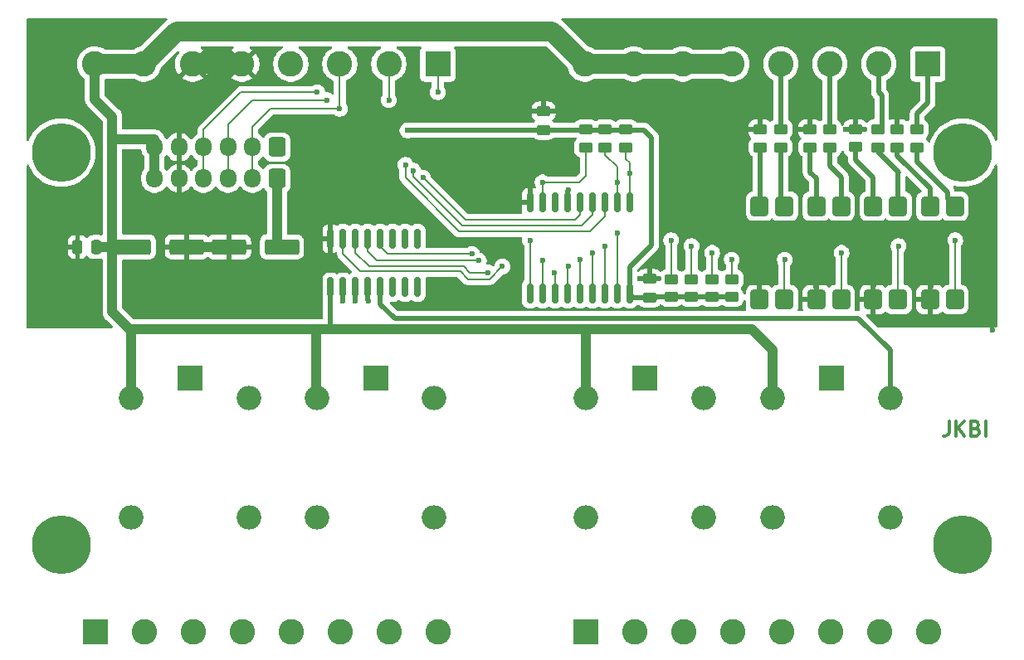
<source format=gbr>
%TF.GenerationSoftware,KiCad,Pcbnew,9.0.3*%
%TF.CreationDate,2025-10-15T19:44:15+02:00*%
%TF.ProjectId,esp32_blinds_controller,65737033-325f-4626-9c69-6e64735f636f,V0.3*%
%TF.SameCoordinates,Original*%
%TF.FileFunction,Copper,L1,Top*%
%TF.FilePolarity,Positive*%
%FSLAX46Y46*%
G04 Gerber Fmt 4.6, Leading zero omitted, Abs format (unit mm)*
G04 Created by KiCad (PCBNEW 9.0.3) date 2025-10-15 19:44:15*
%MOMM*%
%LPD*%
G01*
G04 APERTURE LIST*
G04 Aperture macros list*
%AMRoundRect*
0 Rectangle with rounded corners*
0 $1 Rounding radius*
0 $2 $3 $4 $5 $6 $7 $8 $9 X,Y pos of 4 corners*
0 Add a 4 corners polygon primitive as box body*
4,1,4,$2,$3,$4,$5,$6,$7,$8,$9,$2,$3,0*
0 Add four circle primitives for the rounded corners*
1,1,$1+$1,$2,$3*
1,1,$1+$1,$4,$5*
1,1,$1+$1,$6,$7*
1,1,$1+$1,$8,$9*
0 Add four rect primitives between the rounded corners*
20,1,$1+$1,$2,$3,$4,$5,0*
20,1,$1+$1,$4,$5,$6,$7,0*
20,1,$1+$1,$6,$7,$8,$9,0*
20,1,$1+$1,$8,$9,$2,$3,0*%
G04 Aperture macros list end*
%ADD10C,0.300000*%
%TA.AperFunction,NonConductor*%
%ADD11C,0.300000*%
%TD*%
%TA.AperFunction,SMDPad,CuDef*%
%ADD12RoundRect,0.250000X0.450000X-0.262500X0.450000X0.262500X-0.450000X0.262500X-0.450000X-0.262500X0*%
%TD*%
%TA.AperFunction,SMDPad,CuDef*%
%ADD13RoundRect,0.250000X-0.450000X0.262500X-0.450000X-0.262500X0.450000X-0.262500X0.450000X0.262500X0*%
%TD*%
%TA.AperFunction,SMDPad,CuDef*%
%ADD14RoundRect,0.249999X-0.640001X0.750001X-0.640001X-0.750001X0.640001X-0.750001X0.640001X0.750001X0*%
%TD*%
%TA.AperFunction,ComponentPad*%
%ADD15R,2.500000X2.500000*%
%TD*%
%TA.AperFunction,ComponentPad*%
%ADD16O,2.500000X2.500000*%
%TD*%
%TA.AperFunction,SMDPad,CuDef*%
%ADD17RoundRect,0.150000X-0.150000X0.825000X-0.150000X-0.825000X0.150000X-0.825000X0.150000X0.825000X0*%
%TD*%
%TA.AperFunction,SMDPad,CuDef*%
%ADD18RoundRect,0.250000X0.475000X-0.250000X0.475000X0.250000X-0.475000X0.250000X-0.475000X-0.250000X0*%
%TD*%
%TA.AperFunction,SMDPad,CuDef*%
%ADD19RoundRect,0.250000X1.500000X0.550000X-1.500000X0.550000X-1.500000X-0.550000X1.500000X-0.550000X0*%
%TD*%
%TA.AperFunction,ComponentPad*%
%ADD20R,2.600000X2.600000*%
%TD*%
%TA.AperFunction,ComponentPad*%
%ADD21C,2.600000*%
%TD*%
%TA.AperFunction,ComponentPad*%
%ADD22C,6.000000*%
%TD*%
%TA.AperFunction,SMDPad,CuDef*%
%ADD23RoundRect,0.250000X0.250000X0.475000X-0.250000X0.475000X-0.250000X-0.475000X0.250000X-0.475000X0*%
%TD*%
%TA.AperFunction,SMDPad,CuDef*%
%ADD24RoundRect,0.250000X-1.500000X-0.550000X1.500000X-0.550000X1.500000X0.550000X-1.500000X0.550000X0*%
%TD*%
%TA.AperFunction,SMDPad,CuDef*%
%ADD25RoundRect,0.150000X-0.150000X0.875000X-0.150000X-0.875000X0.150000X-0.875000X0.150000X0.875000X0*%
%TD*%
%TA.AperFunction,ComponentPad*%
%ADD26RoundRect,0.250000X0.600000X0.725000X-0.600000X0.725000X-0.600000X-0.725000X0.600000X-0.725000X0*%
%TD*%
%TA.AperFunction,ComponentPad*%
%ADD27O,1.700000X1.950000*%
%TD*%
%TA.AperFunction,ViaPad*%
%ADD28C,0.600000*%
%TD*%
%TA.AperFunction,Conductor*%
%ADD29C,0.500000*%
%TD*%
%TA.AperFunction,Conductor*%
%ADD30C,2.000000*%
%TD*%
%TA.AperFunction,Conductor*%
%ADD31C,1.000000*%
%TD*%
%TA.AperFunction,Conductor*%
%ADD32C,0.200000*%
%TD*%
G04 APERTURE END LIST*
D10*
D11*
X195783082Y-104820828D02*
X195783082Y-105892257D01*
X195783082Y-105892257D02*
X195711653Y-106106542D01*
X195711653Y-106106542D02*
X195568796Y-106249400D01*
X195568796Y-106249400D02*
X195354510Y-106320828D01*
X195354510Y-106320828D02*
X195211653Y-106320828D01*
X196497367Y-106320828D02*
X196497367Y-104820828D01*
X197354510Y-106320828D02*
X196711653Y-105463685D01*
X197354510Y-104820828D02*
X196497367Y-105677971D01*
X198497367Y-105535114D02*
X198711653Y-105606542D01*
X198711653Y-105606542D02*
X198783082Y-105677971D01*
X198783082Y-105677971D02*
X198854510Y-105820828D01*
X198854510Y-105820828D02*
X198854510Y-106035114D01*
X198854510Y-106035114D02*
X198783082Y-106177971D01*
X198783082Y-106177971D02*
X198711653Y-106249400D01*
X198711653Y-106249400D02*
X198568796Y-106320828D01*
X198568796Y-106320828D02*
X197997367Y-106320828D01*
X197997367Y-106320828D02*
X197997367Y-104820828D01*
X197997367Y-104820828D02*
X198497367Y-104820828D01*
X198497367Y-104820828D02*
X198640225Y-104892257D01*
X198640225Y-104892257D02*
X198711653Y-104963685D01*
X198711653Y-104963685D02*
X198783082Y-105106542D01*
X198783082Y-105106542D02*
X198783082Y-105249400D01*
X198783082Y-105249400D02*
X198711653Y-105392257D01*
X198711653Y-105392257D02*
X198640225Y-105463685D01*
X198640225Y-105463685D02*
X198497367Y-105535114D01*
X198497367Y-105535114D02*
X197997367Y-105535114D01*
X199497367Y-106320828D02*
X199497367Y-104820828D01*
D12*
%TO.P,R5,1*%
%TO.N,+3V3*%
X169500000Y-92112500D03*
%TO.P,R5,2*%
%TO.N,/IN3_L*%
X169500000Y-90287500D03*
%TD*%
%TO.P,R9,1*%
%TO.N,Net-(R9-Pad1)*%
X183600000Y-76812500D03*
%TO.P,R9,2*%
%TO.N,/IN2_H*%
X183600000Y-74987500D03*
%TD*%
D13*
%TO.P,R2,1*%
%TO.N,+3V3*%
X160700000Y-74987500D03*
%TO.P,R2,2*%
%TO.N,/SDA*%
X160700000Y-76812500D03*
%TD*%
D12*
%TO.P,R4,1*%
%TO.N,+3V3*%
X173600000Y-92112500D03*
%TO.P,R4,2*%
%TO.N,/IN1_L*%
X173600000Y-90287500D03*
%TD*%
D13*
%TO.P,R3,1*%
%TO.N,+3V3*%
X158700000Y-74987500D03*
%TO.P,R3,2*%
%TO.N,/INT*%
X158700000Y-76812500D03*
%TD*%
D14*
%TO.P,U4,1*%
%TO.N,Net-(R10-Pad1)*%
X178970000Y-82835000D03*
%TO.P,U4,2*%
%TO.N,Net-(R13-Pad1)*%
X176430000Y-82835000D03*
%TO.P,U4,3*%
%TO.N,GND*%
X176430000Y-92365000D03*
%TO.P,U4,4*%
%TO.N,/IN1_L*%
X178970000Y-92365000D03*
%TD*%
%TO.P,U5,1*%
%TO.N,Net-(R9-Pad1)*%
X184770000Y-82835000D03*
%TO.P,U5,2*%
%TO.N,Net-(R14-Pad1)*%
X182230000Y-82835000D03*
%TO.P,U5,3*%
%TO.N,GND*%
X182230000Y-92365000D03*
%TO.P,U5,4*%
%TO.N,/IN2_L*%
X184770000Y-92365000D03*
%TD*%
D15*
%TO.P,K2,1*%
%TO.N,Net-(K1-Pad4)*%
X137250000Y-100400000D03*
D16*
%TO.P,K2,2*%
%TO.N,VBUS*%
X131250000Y-102400000D03*
%TO.P,K2,3*%
%TO.N,/L1-UP*%
X131250000Y-114600000D03*
%TO.P,K2,4*%
%TO.N,/L1-SW*%
X143250000Y-114600000D03*
%TO.P,K2,5*%
%TO.N,/nUP1*%
X143250000Y-102400000D03*
%TD*%
D12*
%TO.P,R14,1*%
%TO.N,Net-(R14-Pad1)*%
X181600000Y-76812500D03*
%TO.P,R14,2*%
%TO.N,GND*%
X181600000Y-74987500D03*
%TD*%
D17*
%TO.P,U2,1,I1*%
%TO.N,unconnected-(U2-I1-Pad1)*%
X141550000Y-86150000D03*
%TO.P,U2,2,I2*%
%TO.N,unconnected-(U2-I2-Pad2)*%
X140280000Y-86150000D03*
%TO.P,U2,3,I3*%
%TO.N,unconnected-(U2-I3-Pad3)*%
X139010000Y-86150000D03*
%TO.P,U2,4,I4*%
%TO.N,/UP2*%
X137740000Y-86150000D03*
%TO.P,U2,5,I5*%
%TO.N,/DN2*%
X136470000Y-86150000D03*
%TO.P,U2,6,I6*%
%TO.N,/UP1*%
X135200000Y-86150000D03*
%TO.P,U2,7,I7*%
%TO.N,/DN1*%
X133930000Y-86150000D03*
%TO.P,U2,8,GND*%
%TO.N,GND*%
X132660000Y-86150000D03*
%TO.P,U2,9,COM*%
%TO.N,VBUS*%
X132660000Y-91100000D03*
%TO.P,U2,10,O7*%
%TO.N,/nDOWN1*%
X133930000Y-91100000D03*
%TO.P,U2,11,O6*%
%TO.N,/nUP1*%
X135200000Y-91100000D03*
%TO.P,U2,12,O5*%
%TO.N,/nDOWN2*%
X136470000Y-91100000D03*
%TO.P,U2,13,O4*%
%TO.N,/nUP2*%
X137740000Y-91100000D03*
%TO.P,U2,14,O3*%
%TO.N,unconnected-(U2-O3-Pad14)*%
X139010000Y-91100000D03*
%TO.P,U2,15,O2*%
%TO.N,unconnected-(U2-O2-Pad15)*%
X140280000Y-91100000D03*
%TO.P,U2,16,O1*%
%TO.N,unconnected-(U2-O1-Pad16)*%
X141550000Y-91100000D03*
%TD*%
D14*
%TO.P,U7,1*%
%TO.N,Net-(R11-Pad1)*%
X196370000Y-82835000D03*
%TO.P,U7,2*%
%TO.N,Net-(R15-Pad1)*%
X193830000Y-82835000D03*
%TO.P,U7,3*%
%TO.N,GND*%
X193830000Y-92365000D03*
%TO.P,U7,4*%
%TO.N,/IN4_L*%
X196370000Y-92365000D03*
%TD*%
D15*
%TO.P,K4,1*%
%TO.N,Net-(K3-Pad4)*%
X183800000Y-100400000D03*
D16*
%TO.P,K4,2*%
%TO.N,VBUS*%
X177800000Y-102400000D03*
%TO.P,K4,3*%
%TO.N,/L2-UP*%
X177800000Y-114600000D03*
%TO.P,K4,4*%
%TO.N,/L2-SW*%
X189800000Y-114600000D03*
%TO.P,K4,5*%
%TO.N,/nUP2*%
X189800000Y-102400000D03*
%TD*%
D12*
%TO.P,R13,1*%
%TO.N,Net-(R13-Pad1)*%
X176500000Y-76812500D03*
%TO.P,R13,2*%
%TO.N,GND*%
X176500000Y-74987500D03*
%TD*%
D13*
%TO.P,R1,1*%
%TO.N,+3V3*%
X162800000Y-74987500D03*
%TO.P,R1,2*%
%TO.N,/SCL*%
X162800000Y-76812500D03*
%TD*%
D12*
%TO.P,R10,1*%
%TO.N,Net-(R10-Pad1)*%
X178600000Y-76812500D03*
%TO.P,R10,2*%
%TO.N,/IN1_H*%
X178600000Y-74987500D03*
%TD*%
D14*
%TO.P,U6,1*%
%TO.N,Net-(R8-Pad1)*%
X190570000Y-82835000D03*
%TO.P,U6,2*%
%TO.N,Net-(R12-Pad1)*%
X188030000Y-82835000D03*
%TO.P,U6,3*%
%TO.N,GND*%
X188030000Y-92365000D03*
%TO.P,U6,4*%
%TO.N,/IN3_L*%
X190570000Y-92365000D03*
%TD*%
D12*
%TO.P,R12,1*%
%TO.N,Net-(R12-Pad1)*%
X186200000Y-76800000D03*
%TO.P,R12,2*%
%TO.N,GND*%
X186200000Y-74975000D03*
%TD*%
D18*
%TO.P,C1,1*%
%TO.N,+3V3*%
X154400000Y-75050000D03*
%TO.P,C1,2*%
%TO.N,GND*%
X154400000Y-73150000D03*
%TD*%
D15*
%TO.P,K1,1*%
%TO.N,/L1*%
X118350000Y-100400000D03*
D16*
%TO.P,K1,2*%
%TO.N,VBUS*%
X112350000Y-102400000D03*
%TO.P,K1,3*%
%TO.N,/L1-DOWN*%
X112350000Y-114600000D03*
%TO.P,K1,4*%
%TO.N,Net-(K1-Pad4)*%
X124350000Y-114600000D03*
%TO.P,K1,5*%
%TO.N,/nDOWN1*%
X124350000Y-102400000D03*
%TD*%
D19*
%TO.P,C4,1*%
%TO.N,+3V3*%
X127700000Y-87000000D03*
%TO.P,C4,2*%
%TO.N,GND*%
X122300000Y-87000000D03*
%TD*%
D12*
%TO.P,R11,1*%
%TO.N,Net-(R11-Pad1)*%
X192500000Y-76812500D03*
%TO.P,R11,2*%
%TO.N,/IN4_H*%
X192500000Y-74987500D03*
%TD*%
D20*
%TO.P,MOD1,A1,A1*%
%TO.N,/L1-DOWN*%
X108675000Y-126270000D03*
D21*
%TO.P,MOD1,A2,A2*%
X113675000Y-126270000D03*
%TO.P,MOD1,A3,A3*%
%TO.N,/L1*%
X118675000Y-126270000D03*
%TO.P,MOD1,A4,A4*%
X123675000Y-126270000D03*
%TO.P,MOD1,A5,A5*%
%TO.N,/L1-UP*%
X128675000Y-126270000D03*
%TO.P,MOD1,A6,A6*%
X133675000Y-126270000D03*
%TO.P,MOD1,A7,A7*%
%TO.N,/L1-SW*%
X138675000Y-126270000D03*
%TO.P,MOD1,A8,A8*%
X143675000Y-126270000D03*
D20*
%TO.P,MOD1,B1,B1*%
%TO.N,/L2-DOWN*%
X158675000Y-126270000D03*
D21*
%TO.P,MOD1,B2,B2*%
X163675000Y-126270000D03*
%TO.P,MOD1,B3,B3*%
%TO.N,/L2*%
X168675000Y-126270000D03*
%TO.P,MOD1,B4,B4*%
X173675000Y-126270000D03*
%TO.P,MOD1,B5,B5*%
%TO.N,/L2-UP*%
X178675000Y-126270000D03*
%TO.P,MOD1,B6,B6*%
X183675000Y-126270000D03*
%TO.P,MOD1,B7,B7*%
%TO.N,/L2-SW*%
X188675000Y-126270000D03*
%TO.P,MOD1,B8,B8*%
X193675000Y-126270000D03*
D20*
%TO.P,MOD1,C1,C1*%
%TO.N,/IN4_H*%
X193606000Y-68325000D03*
D21*
%TO.P,MOD1,C2,C2*%
%TO.N,/IN3_H*%
X188606000Y-68325000D03*
%TO.P,MOD1,C3,C3*%
%TO.N,/IN2_H*%
X183606000Y-68325000D03*
%TO.P,MOD1,C4,C4*%
%TO.N,/IN1_H*%
X178606000Y-68325000D03*
%TO.P,MOD1,C5,C5*%
%TO.N,VBUS*%
X173606000Y-68325000D03*
%TO.P,MOD1,C6,C6*%
X168606000Y-68325000D03*
%TO.P,MOD1,C7,C7*%
X163606000Y-68325000D03*
%TO.P,MOD1,C8,C8*%
X158606000Y-68325000D03*
D20*
%TO.P,MOD1,D1,D1*%
%TO.N,/SCL*%
X143606000Y-68325000D03*
D21*
%TO.P,MOD1,D2,D2*%
%TO.N,/SDA*%
X138606000Y-68325000D03*
%TO.P,MOD1,D3,D3*%
%TO.N,/INT*%
X133606000Y-68325000D03*
%TO.P,MOD1,D4,D4*%
%TO.N,+3V3*%
X128606000Y-68325000D03*
%TO.P,MOD1,D5,D5*%
%TO.N,GND*%
X123606000Y-68325000D03*
%TO.P,MOD1,D6,D6*%
X118606000Y-68325000D03*
%TO.P,MOD1,D7,D7*%
%TO.N,VBUS*%
X113606000Y-68325000D03*
%TO.P,MOD1,D8,D8*%
X108606000Y-68325000D03*
D22*
%TO.P,MOD1,MH1*%
%TO.N,N/C*%
X105175000Y-77370000D03*
%TO.P,MOD1,MH2*%
X197175000Y-77370000D03*
%TO.P,MOD1,MH3*%
X105175000Y-117370000D03*
%TO.P,MOD1,MH4*%
X197175000Y-117370000D03*
%TD*%
D12*
%TO.P,R8,1*%
%TO.N,Net-(R8-Pad1)*%
X188500000Y-76825000D03*
%TO.P,R8,2*%
%TO.N,/IN3_H*%
X188500000Y-75000000D03*
%TD*%
%TO.P,R7,1*%
%TO.N,+3V3*%
X167400000Y-92112500D03*
%TO.P,R7,2*%
%TO.N,/IN4_L*%
X167400000Y-90287500D03*
%TD*%
D23*
%TO.P,C2,1*%
%TO.N,VBUS*%
X108750000Y-87000000D03*
%TO.P,C2,2*%
%TO.N,GND*%
X106850000Y-87000000D03*
%TD*%
D24*
%TO.P,C5,1*%
%TO.N,VBUS*%
X112600000Y-87000000D03*
%TO.P,C5,2*%
%TO.N,GND*%
X118000000Y-87000000D03*
%TD*%
D12*
%TO.P,R15,1*%
%TO.N,Net-(R15-Pad1)*%
X190500000Y-76812500D03*
%TO.P,R15,2*%
%TO.N,GND*%
X190500000Y-74987500D03*
%TD*%
D18*
%TO.P,C3,1*%
%TO.N,+3V3*%
X165200000Y-92150000D03*
%TO.P,C3,2*%
%TO.N,GND*%
X165200000Y-90250000D03*
%TD*%
D25*
%TO.P,U1,1,SCL*%
%TO.N,/SCL*%
X163180000Y-82450000D03*
%TO.P,U1,2,SDA*%
%TO.N,/SDA*%
X161910000Y-82450000D03*
%TO.P,U1,3,A2*%
%TO.N,/A2*%
X160640000Y-82450000D03*
%TO.P,U1,4,A1*%
%TO.N,/A1*%
X159370000Y-82450000D03*
%TO.P,U1,5,A0*%
%TO.N,/A0*%
X158100000Y-82450000D03*
%TO.P,U1,6,~{RESET}*%
%TO.N,+3V3*%
X156830000Y-82450000D03*
%TO.P,U1,7,NC*%
%TO.N,unconnected-(U1-NC-Pad7)*%
X155560000Y-82450000D03*
%TO.P,U1,8,INT*%
%TO.N,/INT*%
X154290000Y-82450000D03*
%TO.P,U1,9,VSS*%
%TO.N,GND*%
X153020000Y-82450000D03*
%TO.P,U1,10,GP0*%
%TO.N,/IN4_L*%
X153020000Y-91750000D03*
%TO.P,U1,11,GP1*%
%TO.N,/DN2*%
X154290000Y-91750000D03*
%TO.P,U1,12,GP2*%
%TO.N,/UP1*%
X155560000Y-91750000D03*
%TO.P,U1,13,GP3*%
%TO.N,/DN1*%
X156830000Y-91750000D03*
%TO.P,U1,14,GP4*%
%TO.N,/IN1_L*%
X158100000Y-91750000D03*
%TO.P,U1,15,GP5*%
%TO.N,/IN2_L*%
X159370000Y-91750000D03*
%TO.P,U1,16,GP6*%
%TO.N,/IN3_L*%
X160640000Y-91750000D03*
%TO.P,U1,17,GP7*%
%TO.N,/UP2*%
X161910000Y-91750000D03*
%TO.P,U1,18,VDD*%
%TO.N,+3V3*%
X163180000Y-91750000D03*
%TD*%
D15*
%TO.P,K3,1*%
%TO.N,/L2*%
X164750000Y-100400000D03*
D16*
%TO.P,K3,2*%
%TO.N,VBUS*%
X158750000Y-102400000D03*
%TO.P,K3,3*%
%TO.N,/L2-DOWN*%
X158750000Y-114600000D03*
%TO.P,K3,4*%
%TO.N,Net-(K3-Pad4)*%
X170750000Y-114600000D03*
%TO.P,K3,5*%
%TO.N,/nDOWN2*%
X170750000Y-102400000D03*
%TD*%
D12*
%TO.P,R6,1*%
%TO.N,+3V3*%
X171600000Y-92112500D03*
%TO.P,R6,2*%
%TO.N,/IN2_L*%
X171600000Y-90287500D03*
%TD*%
D26*
%TO.P,J2,1,Pin_1*%
%TO.N,+3V3*%
X127200000Y-76800000D03*
D27*
%TO.P,J2,2,Pin_2*%
%TO.N,/INT*%
X124700000Y-76800000D03*
%TO.P,J2,3,Pin_3*%
%TO.N,/SDA*%
X122200000Y-76800000D03*
%TO.P,J2,4,Pin_4*%
%TO.N,/SCL*%
X119700000Y-76800000D03*
%TO.P,J2,5,Pin_5*%
%TO.N,GND*%
X117200000Y-76800000D03*
%TO.P,J2,6,Pin_6*%
%TO.N,VBUS*%
X114700000Y-76800000D03*
%TD*%
D26*
%TO.P,J1,1,Pin_1*%
%TO.N,+3V3*%
X127200000Y-80000000D03*
D27*
%TO.P,J1,2,Pin_2*%
%TO.N,/INT*%
X124700000Y-80000000D03*
%TO.P,J1,3,Pin_3*%
%TO.N,/SDA*%
X122200000Y-80000000D03*
%TO.P,J1,4,Pin_4*%
%TO.N,/SCL*%
X119700000Y-80000000D03*
%TO.P,J1,5,Pin_5*%
%TO.N,GND*%
X117200000Y-80000000D03*
%TO.P,J1,6,Pin_6*%
%TO.N,VBUS*%
X114700000Y-80000000D03*
%TD*%
D28*
%TO.N,GND*%
X200200000Y-64000000D03*
X112800000Y-94100000D03*
X134500000Y-78200000D03*
X170200000Y-76200000D03*
X137800000Y-78400000D03*
X120300000Y-87000000D03*
X188100000Y-90900000D03*
X164200000Y-90200000D03*
X193900000Y-91000000D03*
X109700000Y-94900000D03*
X117200000Y-78400000D03*
X187200000Y-75000000D03*
X117300000Y-81700000D03*
X176400000Y-91000000D03*
X166200000Y-90200000D03*
X185200000Y-75000000D03*
X117200000Y-75100000D03*
X182200000Y-91000000D03*
X188000000Y-94200000D03*
X200200000Y-95500000D03*
X165200000Y-89500000D03*
X132800000Y-78400000D03*
X190500000Y-74200000D03*
X186200000Y-74200000D03*
%TO.N,/nDOWN2*%
X136500000Y-92500000D03*
%TO.N,/nDOWN1*%
X133900000Y-92500000D03*
%TO.N,/nUP1*%
X135200000Y-92500000D03*
%TO.N,VBUS*%
X175500000Y-95400000D03*
%TO.N,/DN1*%
X150200000Y-89000000D03*
X156900000Y-89000000D03*
%TO.N,/UP1*%
X148700000Y-89600000D03*
X155500000Y-89600000D03*
%TO.N,/DN2*%
X147800000Y-88400000D03*
X154300000Y-88400000D03*
%TO.N,/UP2*%
X147100000Y-87700000D03*
X161900000Y-85600000D03*
%TO.N,/SCL*%
X143606000Y-71200000D03*
X163180000Y-79500000D03*
X131300000Y-71200000D03*
%TO.N,/SDA*%
X132300000Y-72000000D03*
X138606000Y-72000000D03*
X161910000Y-80400000D03*
%TO.N,+3V3*%
X156900000Y-81200000D03*
X140500000Y-75100000D03*
X165400000Y-82100000D03*
%TO.N,/INT*%
X154290000Y-80400000D03*
X133606000Y-72900000D03*
%TO.N,/A0*%
X142100000Y-79900000D03*
%TO.N,/A1*%
X141100000Y-79200000D03*
%TO.N,/A2*%
X140300000Y-78600000D03*
%TO.N,/IN1_L*%
X179000000Y-88300000D03*
X158100000Y-88300000D03*
X173600000Y-88300000D03*
%TO.N,/IN2_L*%
X159400000Y-87600000D03*
X171600000Y-87600000D03*
X184800000Y-87600000D03*
%TO.N,/IN3_L*%
X160640000Y-86900000D03*
X169500000Y-86900000D03*
X190600000Y-86900000D03*
%TO.N,/IN4_L*%
X153000000Y-86300000D03*
X196400000Y-86300000D03*
X167400000Y-86300000D03*
%TD*%
D29*
%TO.N,GND*%
X117200000Y-75100000D02*
X117200000Y-81600000D01*
X117200000Y-81600000D02*
X117300000Y-81700000D01*
X186200000Y-74200000D02*
X186200000Y-74975000D01*
X185200000Y-75000000D02*
X187200000Y-75000000D01*
D30*
X118606000Y-68325000D02*
X123606000Y-68325000D01*
D29*
X182230000Y-92365000D02*
X182230000Y-91030000D01*
X176430000Y-92365000D02*
X176430000Y-91030000D01*
X193830000Y-91070000D02*
X193900000Y-91000000D01*
X165200000Y-90250000D02*
X165200000Y-89500000D01*
X182230000Y-91030000D02*
X182200000Y-91000000D01*
X188030000Y-90970000D02*
X188100000Y-90900000D01*
X190500000Y-74987500D02*
X190500000Y-74200000D01*
X193830000Y-92365000D02*
X193830000Y-91070000D01*
X164200000Y-90200000D02*
X166200000Y-90200000D01*
D31*
X118000000Y-87000000D02*
X120300000Y-87000000D01*
D29*
X176430000Y-91030000D02*
X176400000Y-91000000D01*
X188030000Y-92365000D02*
X188030000Y-90970000D01*
D31*
X120300000Y-87000000D02*
X122300000Y-87000000D01*
D29*
%TO.N,/nDOWN2*%
X136500000Y-92500000D02*
X136470000Y-92470000D01*
X136470000Y-92470000D02*
X136470000Y-91100000D01*
%TO.N,/nDOWN1*%
X133930000Y-92470000D02*
X133930000Y-91100000D01*
X133900000Y-92500000D02*
X133930000Y-92470000D01*
%TO.N,/nUP2*%
X139200000Y-94300000D02*
X186500000Y-94300000D01*
X137740000Y-91100000D02*
X137740000Y-92840000D01*
X137740000Y-92840000D02*
X139200000Y-94300000D01*
X189750000Y-97550000D02*
X189750000Y-102295000D01*
X186500000Y-94300000D02*
X189750000Y-97550000D01*
%TO.N,/nUP1*%
X135200000Y-92500000D02*
X135200000Y-91100000D01*
D31*
%TO.N,VBUS*%
X175500000Y-95400000D02*
X175645000Y-95400000D01*
X112300000Y-95544196D02*
X112445000Y-95399196D01*
X177800000Y-97610000D02*
X177800000Y-102400000D01*
X110400000Y-76000000D02*
X114700000Y-76000000D01*
X112300000Y-95544196D02*
X110400000Y-93644196D01*
X132600000Y-95400000D02*
X131055804Y-95400000D01*
X131055804Y-95400000D02*
X131200000Y-95544196D01*
D30*
X155281000Y-65000000D02*
X116931000Y-65000000D01*
D31*
X112445000Y-95399196D02*
X118900000Y-95399196D01*
D30*
X113606000Y-68325000D02*
X108606000Y-68325000D01*
D31*
X108606000Y-71906000D02*
X108606000Y-68325000D01*
D30*
X116931000Y-65000000D02*
X113606000Y-68325000D01*
X173606000Y-68325000D02*
X158606000Y-68325000D01*
D31*
X110400000Y-76000000D02*
X110400000Y-73700000D01*
D29*
X132660000Y-91100000D02*
X132660000Y-95340000D01*
D31*
X158750000Y-102400000D02*
X158800000Y-102350000D01*
X175645000Y-95400000D02*
X177750000Y-97505000D01*
X110400000Y-73700000D02*
X108606000Y-71906000D01*
X158700000Y-95650000D02*
X158700000Y-102345000D01*
D29*
X132660000Y-95340000D02*
X132600000Y-95400000D01*
D31*
X112600000Y-87000000D02*
X108750000Y-87000000D01*
X131055000Y-95399196D02*
X131200000Y-95544196D01*
X118900000Y-95399196D02*
X131055000Y-95399196D01*
D30*
X158606000Y-68325000D02*
X155281000Y-65000000D01*
D31*
X131200000Y-95544196D02*
X131200000Y-102345000D01*
X114700000Y-76000000D02*
X114700000Y-79000000D01*
X112350000Y-102400000D02*
X112350000Y-97655000D01*
X110400000Y-93644196D02*
X110400000Y-76000000D01*
X175500000Y-95400000D02*
X132600000Y-95400000D01*
X112300000Y-97600000D02*
X112300000Y-95544196D01*
D32*
%TO.N,/DN1*%
X135700000Y-89500000D02*
X133930000Y-87730000D01*
X156830000Y-91750000D02*
X156830000Y-89070000D01*
X150200000Y-89000000D02*
X148900000Y-90300000D01*
X133930000Y-87730000D02*
X133930000Y-86150000D01*
X156830000Y-89070000D02*
X156900000Y-89000000D01*
X145900000Y-89500000D02*
X135700000Y-89500000D01*
X148900000Y-90300000D02*
X146700000Y-90300000D01*
X146700000Y-90300000D02*
X145900000Y-89500000D01*
%TO.N,/UP1*%
X148700000Y-89600000D02*
X146900000Y-89600000D01*
X135200000Y-87600000D02*
X135200000Y-86150000D01*
X146300000Y-89000000D02*
X136600000Y-89000000D01*
X146900000Y-89600000D02*
X146300000Y-89000000D01*
X155560000Y-89660000D02*
X155500000Y-89600000D01*
X136600000Y-89000000D02*
X135200000Y-87600000D01*
X155560000Y-91750000D02*
X155560000Y-89660000D01*
%TO.N,/DN2*%
X136470000Y-87470000D02*
X136470000Y-86150000D01*
X137400000Y-88400000D02*
X136470000Y-87470000D01*
X154290000Y-91750000D02*
X154290000Y-88410000D01*
X154290000Y-88410000D02*
X154300000Y-88400000D01*
X147800000Y-88400000D02*
X137400000Y-88400000D01*
%TO.N,/UP2*%
X137740000Y-86940000D02*
X138500000Y-87700000D01*
X137740000Y-86150000D02*
X137740000Y-86940000D01*
X161900000Y-85600000D02*
X161910000Y-85610000D01*
X161910000Y-85610000D02*
X161910000Y-91750000D01*
X138500000Y-87700000D02*
X147100000Y-87700000D01*
%TO.N,/SCL*%
X119700000Y-76000000D02*
X119700000Y-79000000D01*
X119700000Y-76000000D02*
X119700000Y-75000000D01*
X163180000Y-82450000D02*
X163180000Y-79500000D01*
X119700000Y-75000000D02*
X123500000Y-71200000D01*
X163180000Y-79500000D02*
X163180000Y-78380000D01*
X163180000Y-78380000D02*
X162800000Y-78000000D01*
X123500000Y-71200000D02*
X131300000Y-71200000D01*
X143606000Y-68325000D02*
X143606000Y-71200000D01*
X162800000Y-78000000D02*
X162800000Y-76812500D01*
%TO.N,/SDA*%
X138606000Y-68325000D02*
X138606000Y-72000000D01*
X122200000Y-76000000D02*
X122200000Y-74500000D01*
X122200000Y-76000000D02*
X122200000Y-79000000D01*
X161910000Y-80400000D02*
X161910000Y-78810000D01*
X161910000Y-80400000D02*
X161910000Y-82450000D01*
X160700000Y-77600000D02*
X160700000Y-76812500D01*
X124700000Y-72000000D02*
X132300000Y-72000000D01*
X161910000Y-78810000D02*
X160700000Y-77600000D01*
X122200000Y-74500000D02*
X124700000Y-72000000D01*
D29*
%TO.N,+3V3*%
X163180000Y-89020000D02*
X163180000Y-91750000D01*
D31*
X127200000Y-80000000D02*
X127200000Y-86500000D01*
D29*
X154400000Y-75050000D02*
X154350000Y-75100000D01*
X165237500Y-92112500D02*
X165200000Y-92150000D01*
X163580000Y-92150000D02*
X163180000Y-91750000D01*
X156830000Y-82450000D02*
X156830000Y-81270000D01*
X173600000Y-92112500D02*
X165237500Y-92112500D01*
X165200000Y-92150000D02*
X163580000Y-92150000D01*
X164650000Y-75050000D02*
X165400000Y-75800000D01*
X165400000Y-82100000D02*
X165400000Y-86800000D01*
X154350000Y-75100000D02*
X140500000Y-75100000D01*
X154400000Y-75050000D02*
X164650000Y-75050000D01*
X165400000Y-86800000D02*
X163180000Y-89020000D01*
X156830000Y-81270000D02*
X156900000Y-81200000D01*
D31*
X127200000Y-86500000D02*
X127700000Y-87000000D01*
D29*
X165400000Y-75800000D02*
X165400000Y-82100000D01*
D32*
%TO.N,/INT*%
X158700000Y-76812500D02*
X158700000Y-79700000D01*
X133606000Y-72900000D02*
X133606000Y-68325000D01*
X124700000Y-79000000D02*
X124700000Y-76000000D01*
X158000000Y-80400000D02*
X154290000Y-80400000D01*
X154290000Y-80400000D02*
X154290000Y-82450000D01*
X158700000Y-79700000D02*
X158000000Y-80400000D01*
X126500000Y-72900000D02*
X124700000Y-74700000D01*
X133606000Y-72900000D02*
X126500000Y-72900000D01*
X124700000Y-74700000D02*
X124700000Y-76000000D01*
%TO.N,/A0*%
X157600000Y-84200000D02*
X146400000Y-84200000D01*
X158100000Y-82450000D02*
X158100000Y-83700000D01*
X158100000Y-83700000D02*
X157600000Y-84200000D01*
X146400000Y-84200000D02*
X142100000Y-79900000D01*
%TO.N,/A1*%
X141100000Y-79800000D02*
X141100000Y-79200000D01*
X146100000Y-84800000D02*
X141100000Y-79800000D01*
X159370000Y-82450000D02*
X159370000Y-83730000D01*
X158300000Y-84800000D02*
X146100000Y-84800000D01*
X159370000Y-83730000D02*
X158300000Y-84800000D01*
%TO.N,/A2*%
X145800000Y-85400000D02*
X140300000Y-79900000D01*
X159100000Y-85400000D02*
X145800000Y-85400000D01*
X140300000Y-79900000D02*
X140300000Y-78700000D01*
X160640000Y-83860000D02*
X159100000Y-85400000D01*
X160640000Y-82450000D02*
X160640000Y-83860000D01*
%TO.N,/IN1_L*%
X158100000Y-88300000D02*
X158100000Y-91750000D01*
X173600000Y-90287500D02*
X173600000Y-88300000D01*
X178970000Y-92365000D02*
X178970000Y-88330000D01*
X178970000Y-88330000D02*
X179000000Y-88300000D01*
%TO.N,/IN2_L*%
X159370000Y-87630000D02*
X159400000Y-87600000D01*
X184800000Y-92335000D02*
X184770000Y-92365000D01*
X159370000Y-91750000D02*
X159370000Y-87630000D01*
X171600000Y-90287500D02*
X171600000Y-87600000D01*
X184800000Y-87600000D02*
X184800000Y-92335000D01*
%TO.N,/IN3_L*%
X160640000Y-86900000D02*
X160640000Y-91750000D01*
X169500000Y-90287500D02*
X169500000Y-86900000D01*
X190600000Y-86900000D02*
X190570000Y-86930000D01*
X190570000Y-86930000D02*
X190570000Y-92365000D01*
%TO.N,/IN4_L*%
X196400000Y-86300000D02*
X196400000Y-92335000D01*
X167400000Y-86300000D02*
X167400000Y-90287500D01*
X153000000Y-86300000D02*
X153020000Y-86320000D01*
X196400000Y-92335000D02*
X196370000Y-92365000D01*
X153020000Y-86320000D02*
X153020000Y-91750000D01*
D29*
%TO.N,/IN1_H*%
X178600000Y-68331000D02*
X178606000Y-68325000D01*
X178600000Y-74987500D02*
X178600000Y-68331000D01*
%TO.N,Net-(R8-Pad1)*%
X188500000Y-77300000D02*
X190600000Y-79400000D01*
X190570000Y-79430000D02*
X190570000Y-82835000D01*
X190600000Y-79400000D02*
X190570000Y-79430000D01*
X188500000Y-76712500D02*
X188500000Y-77300000D01*
%TO.N,Net-(R9-Pad1)*%
X183600000Y-76812500D02*
X183600000Y-78700000D01*
X184770000Y-79870000D02*
X184770000Y-82835000D01*
X183600000Y-78700000D02*
X184770000Y-79870000D01*
%TO.N,/IN2_H*%
X183600000Y-68331000D02*
X183606000Y-68325000D01*
X183600000Y-74987500D02*
X183600000Y-68331000D01*
%TO.N,Net-(R10-Pad1)*%
X178600000Y-82465000D02*
X178970000Y-82835000D01*
X178600000Y-76812500D02*
X178600000Y-82465000D01*
%TO.N,/IN4_H*%
X192500000Y-73400000D02*
X192500000Y-74900000D01*
X193606000Y-72294000D02*
X192500000Y-73400000D01*
X193606000Y-68325000D02*
X193606000Y-72294000D01*
%TO.N,Net-(R11-Pad1)*%
X195600000Y-81400000D02*
X195600000Y-82065000D01*
X192500000Y-78300000D02*
X195600000Y-81400000D01*
X195600000Y-82065000D02*
X196370000Y-82835000D01*
X192500000Y-76725000D02*
X192500000Y-78300000D01*
%TO.N,/IN3_H*%
X188600000Y-71200000D02*
X188606000Y-71194000D01*
X188900000Y-71500000D02*
X188600000Y-71200000D01*
X188900000Y-74987500D02*
X188900000Y-71500000D01*
X188606000Y-68325000D02*
X188700000Y-68419000D01*
X188606000Y-71194000D02*
X188606000Y-68325000D01*
%TO.N,Net-(R12-Pad1)*%
X186200000Y-78100000D02*
X188030000Y-79930000D01*
X186200000Y-76800000D02*
X186200000Y-78100000D01*
X188030000Y-79930000D02*
X188030000Y-82835000D01*
%TO.N,Net-(R13-Pad1)*%
X176500000Y-76812500D02*
X176500000Y-82765000D01*
X176500000Y-82765000D02*
X176430000Y-82835000D01*
%TO.N,Net-(R14-Pad1)*%
X181600000Y-76812500D02*
X181600000Y-79350000D01*
X182230000Y-79980000D02*
X182230000Y-82835000D01*
X181600000Y-79350000D02*
X182230000Y-79980000D01*
%TO.N,Net-(R15-Pad1)*%
X190500000Y-76712500D02*
X190500000Y-77700000D01*
X190500000Y-77700000D02*
X193830000Y-81030000D01*
X193830000Y-81030000D02*
X193830000Y-82835000D01*
%TD*%
%TA.AperFunction,Conductor*%
%TO.N,GND*%
G36*
X115962323Y-63640185D02*
G01*
X116008078Y-63692989D01*
X116018022Y-63762147D01*
X115988997Y-63825703D01*
X115968173Y-63844814D01*
X115956375Y-63853386D01*
X115953487Y-63855485D01*
X113277042Y-66531929D01*
X113221455Y-66564023D01*
X113026006Y-66616394D01*
X112807954Y-66706714D01*
X112807943Y-66706719D01*
X112632717Y-66807887D01*
X112570717Y-66824500D01*
X109641283Y-66824500D01*
X109579283Y-66807887D01*
X109404056Y-66706719D01*
X109404045Y-66706714D01*
X109185993Y-66616394D01*
X109054670Y-66581206D01*
X108958014Y-66555307D01*
X108958013Y-66555306D01*
X108958010Y-66555306D01*
X108724020Y-66524501D01*
X108724017Y-66524500D01*
X108724011Y-66524500D01*
X108487989Y-66524500D01*
X108487983Y-66524500D01*
X108487979Y-66524501D01*
X108253989Y-66555306D01*
X108026006Y-66616394D01*
X107807954Y-66706714D01*
X107807943Y-66706719D01*
X107603545Y-66824730D01*
X107416302Y-66968406D01*
X107416295Y-66968412D01*
X107249412Y-67135295D01*
X107249406Y-67135302D01*
X107105730Y-67322545D01*
X107105727Y-67322549D01*
X107105727Y-67322550D01*
X107098014Y-67335909D01*
X106987719Y-67526943D01*
X106987714Y-67526954D01*
X106897394Y-67745006D01*
X106836306Y-67972989D01*
X106805501Y-68206979D01*
X106805500Y-68206995D01*
X106805500Y-68443004D01*
X106805501Y-68443020D01*
X106836306Y-68677010D01*
X106897394Y-68904993D01*
X106987714Y-69123045D01*
X106987719Y-69123056D01*
X107058677Y-69245957D01*
X107105727Y-69327450D01*
X107105729Y-69327453D01*
X107105730Y-69327454D01*
X107249406Y-69514697D01*
X107249412Y-69514704D01*
X107416295Y-69681587D01*
X107416302Y-69681593D01*
X107556986Y-69789543D01*
X107598189Y-69845971D01*
X107605500Y-69887919D01*
X107605500Y-72004544D01*
X107643947Y-72197828D01*
X107643949Y-72197836D01*
X107665349Y-72249500D01*
X107665349Y-72249501D01*
X107719364Y-72379907D01*
X107719371Y-72379920D01*
X107828860Y-72543781D01*
X107828863Y-72543785D01*
X107972537Y-72687459D01*
X107972559Y-72687479D01*
X109363181Y-74078101D01*
X109396666Y-74139424D01*
X109399500Y-74165782D01*
X109399500Y-85695030D01*
X109379815Y-85762069D01*
X109327011Y-85807824D01*
X109257853Y-85817768D01*
X109236497Y-85812736D01*
X109152799Y-85785001D01*
X109152795Y-85785000D01*
X109050010Y-85774500D01*
X108449998Y-85774500D01*
X108449980Y-85774501D01*
X108347203Y-85785000D01*
X108347200Y-85785001D01*
X108180668Y-85840185D01*
X108180663Y-85840187D01*
X108031342Y-85932289D01*
X107907288Y-86056343D01*
X107907283Y-86056349D01*
X107905241Y-86059661D01*
X107903247Y-86061453D01*
X107902807Y-86062011D01*
X107902711Y-86061935D01*
X107853291Y-86106383D01*
X107784328Y-86117602D01*
X107720247Y-86089755D01*
X107694168Y-86059656D01*
X107692319Y-86056659D01*
X107692316Y-86056655D01*
X107568345Y-85932684D01*
X107419124Y-85840643D01*
X107419119Y-85840641D01*
X107252697Y-85785494D01*
X107252690Y-85785493D01*
X107149986Y-85775000D01*
X107100000Y-85775000D01*
X107100000Y-88224999D01*
X107149972Y-88224999D01*
X107149986Y-88224998D01*
X107252697Y-88214505D01*
X107419119Y-88159358D01*
X107419124Y-88159356D01*
X107568345Y-88067315D01*
X107692318Y-87943342D01*
X107694165Y-87940348D01*
X107695969Y-87938724D01*
X107696798Y-87937677D01*
X107696976Y-87937818D01*
X107746110Y-87893621D01*
X107815073Y-87882396D01*
X107879156Y-87910236D01*
X107905243Y-87940341D01*
X107907288Y-87943656D01*
X108031344Y-88067712D01*
X108180666Y-88159814D01*
X108347203Y-88214999D01*
X108449991Y-88225500D01*
X109050008Y-88225499D01*
X109050016Y-88225498D01*
X109050019Y-88225498D01*
X109106302Y-88219748D01*
X109152797Y-88214999D01*
X109236498Y-88187262D01*
X109306323Y-88184861D01*
X109366365Y-88220592D01*
X109397558Y-88283112D01*
X109399500Y-88304969D01*
X109399500Y-93742737D01*
X109399500Y-93742739D01*
X109399499Y-93742739D01*
X109437947Y-93936025D01*
X109437950Y-93936035D01*
X109513364Y-94118103D01*
X109513371Y-94118116D01*
X109622859Y-94281976D01*
X109622860Y-94281977D01*
X109622861Y-94281978D01*
X109762218Y-94421335D01*
X109762219Y-94421335D01*
X109769286Y-94428402D01*
X109769285Y-94428402D01*
X109769289Y-94428405D01*
X110420069Y-95079185D01*
X110453554Y-95140508D01*
X110448570Y-95210200D01*
X110406698Y-95266133D01*
X110341234Y-95290550D01*
X110332512Y-95290866D01*
X101799624Y-95299399D01*
X101732565Y-95279781D01*
X101686757Y-95227023D01*
X101675500Y-95175399D01*
X101675500Y-87524986D01*
X105850001Y-87524986D01*
X105860494Y-87627697D01*
X105915641Y-87794119D01*
X105915643Y-87794124D01*
X106007684Y-87943345D01*
X106131654Y-88067315D01*
X106280875Y-88159356D01*
X106280880Y-88159358D01*
X106447302Y-88214505D01*
X106447309Y-88214506D01*
X106550019Y-88224999D01*
X106599999Y-88224998D01*
X106600000Y-88224998D01*
X106600000Y-87250000D01*
X105850001Y-87250000D01*
X105850001Y-87524986D01*
X101675500Y-87524986D01*
X101675500Y-86475013D01*
X105850000Y-86475013D01*
X105850000Y-86750000D01*
X106600000Y-86750000D01*
X106600000Y-85775000D01*
X106599999Y-85774999D01*
X106550029Y-85775000D01*
X106550011Y-85775001D01*
X106447302Y-85785494D01*
X106280880Y-85840641D01*
X106280875Y-85840643D01*
X106131654Y-85932684D01*
X106007684Y-86056654D01*
X105915643Y-86205875D01*
X105915641Y-86205880D01*
X105860494Y-86372302D01*
X105860493Y-86372309D01*
X105850000Y-86475013D01*
X101675500Y-86475013D01*
X101675500Y-78692097D01*
X101695185Y-78625058D01*
X101747989Y-78579303D01*
X101817147Y-78569359D01*
X101880703Y-78598384D01*
X101914060Y-78644643D01*
X101997165Y-78845276D01*
X102006770Y-78868464D01*
X102006772Y-78868469D01*
X102168893Y-79171775D01*
X102168904Y-79171793D01*
X102359975Y-79457751D01*
X102359985Y-79457765D01*
X102578176Y-79723632D01*
X102821367Y-79966823D01*
X102821372Y-79966827D01*
X102821373Y-79966828D01*
X103087240Y-80185019D01*
X103373213Y-80376100D01*
X103373222Y-80376105D01*
X103373224Y-80376106D01*
X103676530Y-80538227D01*
X103676532Y-80538227D01*
X103676538Y-80538231D01*
X103994295Y-80669850D01*
X104323422Y-80769690D01*
X104660750Y-80836789D01*
X105003031Y-80870500D01*
X105003034Y-80870500D01*
X105346966Y-80870500D01*
X105346969Y-80870500D01*
X105689250Y-80836789D01*
X106026578Y-80769690D01*
X106355705Y-80669850D01*
X106673462Y-80538231D01*
X106976787Y-80376100D01*
X107262760Y-80185019D01*
X107528627Y-79966828D01*
X107771828Y-79723627D01*
X107990019Y-79457760D01*
X108181100Y-79171787D01*
X108343231Y-78868462D01*
X108474850Y-78550705D01*
X108574690Y-78221578D01*
X108641789Y-77884250D01*
X108675500Y-77541969D01*
X108675500Y-77198031D01*
X108641789Y-76855750D01*
X108574690Y-76518422D01*
X108474850Y-76189295D01*
X108343231Y-75871538D01*
X108342269Y-75869739D01*
X108181106Y-75568224D01*
X108181105Y-75568222D01*
X108181100Y-75568213D01*
X107990019Y-75282240D01*
X107771828Y-75016373D01*
X107771827Y-75016372D01*
X107771823Y-75016367D01*
X107528632Y-74773176D01*
X107262765Y-74554985D01*
X107262764Y-74554984D01*
X107262760Y-74554981D01*
X106976787Y-74363900D01*
X106976782Y-74363897D01*
X106976775Y-74363893D01*
X106673469Y-74201772D01*
X106673464Y-74201770D01*
X106646637Y-74190658D01*
X106577292Y-74161934D01*
X106355706Y-74070150D01*
X106026572Y-73970308D01*
X105689248Y-73903210D01*
X105689249Y-73903210D01*
X105431456Y-73877821D01*
X105346969Y-73869500D01*
X105003031Y-73869500D01*
X104924966Y-73877188D01*
X104660750Y-73903210D01*
X104323427Y-73970308D01*
X103994293Y-74070150D01*
X103676535Y-74201770D01*
X103676530Y-74201772D01*
X103373224Y-74363893D01*
X103373206Y-74363904D01*
X103087248Y-74554975D01*
X103087234Y-74554985D01*
X102821367Y-74773176D01*
X102578176Y-75016367D01*
X102359985Y-75282234D01*
X102359975Y-75282248D01*
X102168904Y-75568206D01*
X102168893Y-75568224D01*
X102006772Y-75871530D01*
X102006770Y-75871535D01*
X101914061Y-76095355D01*
X101870220Y-76149758D01*
X101803926Y-76171823D01*
X101736226Y-76154544D01*
X101688616Y-76103406D01*
X101675500Y-76047902D01*
X101675500Y-63744500D01*
X101695185Y-63677461D01*
X101747989Y-63631706D01*
X101799500Y-63620500D01*
X115895284Y-63620500D01*
X115962323Y-63640185D01*
G37*
%TD.AperFunction*%
%TA.AperFunction,Conductor*%
G36*
X200617539Y-63640185D02*
G01*
X200663294Y-63692989D01*
X200674500Y-63744500D01*
X200674500Y-76047902D01*
X200654815Y-76114941D01*
X200602011Y-76160696D01*
X200532853Y-76170640D01*
X200469297Y-76141615D01*
X200435939Y-76095355D01*
X200417359Y-76050499D01*
X200343231Y-75871538D01*
X200342269Y-75869739D01*
X200181106Y-75568224D01*
X200181105Y-75568222D01*
X200181100Y-75568213D01*
X199990019Y-75282240D01*
X199771828Y-75016373D01*
X199771827Y-75016372D01*
X199771823Y-75016367D01*
X199528632Y-74773176D01*
X199262765Y-74554985D01*
X199262764Y-74554984D01*
X199262760Y-74554981D01*
X198976787Y-74363900D01*
X198976782Y-74363897D01*
X198976775Y-74363893D01*
X198673469Y-74201772D01*
X198673464Y-74201770D01*
X198646637Y-74190658D01*
X198577292Y-74161934D01*
X198355706Y-74070150D01*
X198026572Y-73970308D01*
X197689248Y-73903210D01*
X197689249Y-73903210D01*
X197431456Y-73877821D01*
X197346969Y-73869500D01*
X197003031Y-73869500D01*
X196924966Y-73877188D01*
X196660750Y-73903210D01*
X196323427Y-73970308D01*
X195994293Y-74070150D01*
X195676535Y-74201770D01*
X195676530Y-74201772D01*
X195373224Y-74363893D01*
X195373206Y-74363904D01*
X195087248Y-74554975D01*
X195087234Y-74554985D01*
X194821367Y-74773176D01*
X194578176Y-75016367D01*
X194359985Y-75282234D01*
X194359975Y-75282248D01*
X194168904Y-75568206D01*
X194168893Y-75568224D01*
X194006772Y-75871530D01*
X194006770Y-75871535D01*
X193875151Y-76189292D01*
X193866898Y-76216497D01*
X193828598Y-76274934D01*
X193764785Y-76303389D01*
X193695719Y-76292827D01*
X193643327Y-76246601D01*
X193635850Y-76232891D01*
X193634816Y-76230674D01*
X193634814Y-76230666D01*
X193542712Y-76081344D01*
X193449049Y-75987681D01*
X193415564Y-75926358D01*
X193420548Y-75856666D01*
X193449049Y-75812319D01*
X193477663Y-75783705D01*
X193542712Y-75718656D01*
X193634814Y-75569334D01*
X193689999Y-75402797D01*
X193700500Y-75300009D01*
X193700499Y-74674992D01*
X193689999Y-74572203D01*
X193634814Y-74405666D01*
X193542712Y-74256344D01*
X193418656Y-74132288D01*
X193309402Y-74064900D01*
X193302578Y-74057313D01*
X193293297Y-74053075D01*
X193279608Y-74031775D01*
X193262679Y-74012953D01*
X193260034Y-74001317D01*
X193255523Y-73994297D01*
X193250500Y-73959362D01*
X193250500Y-73762229D01*
X193270185Y-73695190D01*
X193286819Y-73674548D01*
X194188948Y-72772419D01*
X194188951Y-72772416D01*
X194271084Y-72649495D01*
X194327658Y-72512913D01*
X194354114Y-72379914D01*
X194356500Y-72367920D01*
X194356500Y-70249499D01*
X194376185Y-70182460D01*
X194428989Y-70136705D01*
X194480500Y-70125499D01*
X194953871Y-70125499D01*
X194953872Y-70125499D01*
X195013483Y-70119091D01*
X195148331Y-70068796D01*
X195263546Y-69982546D01*
X195349796Y-69867331D01*
X195400091Y-69732483D01*
X195406500Y-69672873D01*
X195406499Y-66977128D01*
X195400091Y-66917517D01*
X195388977Y-66887720D01*
X195349797Y-66782671D01*
X195349793Y-66782664D01*
X195263547Y-66667455D01*
X195263544Y-66667452D01*
X195148335Y-66581206D01*
X195148328Y-66581202D01*
X195013482Y-66530908D01*
X195013483Y-66530908D01*
X194953883Y-66524501D01*
X194953881Y-66524500D01*
X194953873Y-66524500D01*
X194953864Y-66524500D01*
X192258129Y-66524500D01*
X192258123Y-66524501D01*
X192198516Y-66530908D01*
X192063671Y-66581202D01*
X192063664Y-66581206D01*
X191948455Y-66667452D01*
X191948452Y-66667455D01*
X191862206Y-66782664D01*
X191862202Y-66782671D01*
X191811908Y-66917517D01*
X191806437Y-66968408D01*
X191805501Y-66977123D01*
X191805500Y-66977135D01*
X191805500Y-69672870D01*
X191805501Y-69672876D01*
X191811908Y-69732483D01*
X191862202Y-69867328D01*
X191862206Y-69867335D01*
X191948452Y-69982544D01*
X191948455Y-69982547D01*
X192063664Y-70068793D01*
X192063671Y-70068797D01*
X192108618Y-70085561D01*
X192198517Y-70119091D01*
X192258127Y-70125500D01*
X192731500Y-70125499D01*
X192798539Y-70145183D01*
X192844294Y-70197987D01*
X192855500Y-70249499D01*
X192855500Y-71931770D01*
X192835815Y-71998809D01*
X192819181Y-72019451D01*
X191917048Y-72921583D01*
X191897784Y-72950415D01*
X191878647Y-72979057D01*
X191834919Y-73044499D01*
X191834912Y-73044511D01*
X191778343Y-73181082D01*
X191778340Y-73181092D01*
X191749500Y-73326079D01*
X191749500Y-73959362D01*
X191746807Y-73968531D01*
X191748091Y-73978000D01*
X191737123Y-74001511D01*
X191729815Y-74026401D01*
X191721807Y-74034344D01*
X191718554Y-74041319D01*
X191693312Y-74062610D01*
X191691694Y-74064216D01*
X191691143Y-74064563D01*
X191581344Y-74132288D01*
X191577026Y-74136605D01*
X191565787Y-74143701D01*
X191538244Y-74151547D01*
X191511687Y-74162256D01*
X191505069Y-74160997D01*
X191498591Y-74162843D01*
X191471184Y-74154554D01*
X191443047Y-74149204D01*
X191433765Y-74143237D01*
X191431713Y-74142617D01*
X191430395Y-74141071D01*
X191422683Y-74136114D01*
X191418346Y-74132684D01*
X191269124Y-74040643D01*
X191269119Y-74040641D01*
X191102697Y-73985494D01*
X191102690Y-73985493D01*
X190999986Y-73975000D01*
X190750000Y-73975000D01*
X190750000Y-74863500D01*
X190730315Y-74930539D01*
X190677511Y-74976294D01*
X190626000Y-74987500D01*
X190374000Y-74987500D01*
X190306961Y-74967815D01*
X190261206Y-74915011D01*
X190250000Y-74863500D01*
X190250000Y-73975000D01*
X190000029Y-73975000D01*
X190000012Y-73975001D01*
X189897302Y-73985494D01*
X189813504Y-74013262D01*
X189743675Y-74015664D01*
X189683633Y-73979932D01*
X189652441Y-73917411D01*
X189650500Y-73895556D01*
X189650500Y-71426079D01*
X189621659Y-71281092D01*
X189621658Y-71281091D01*
X189621658Y-71281087D01*
X189620728Y-71278842D01*
X189565086Y-71144509D01*
X189565085Y-71144507D01*
X189553394Y-71127011D01*
X189532186Y-71095270D01*
X189482952Y-71021584D01*
X189389209Y-70927841D01*
X189385910Y-70923949D01*
X189373729Y-70896491D01*
X189359334Y-70870128D01*
X189358470Y-70862092D01*
X189357578Y-70860082D01*
X189357976Y-70857506D01*
X189356500Y-70843770D01*
X189356500Y-70042327D01*
X189376185Y-69975288D01*
X189418498Y-69934941D01*
X189608450Y-69825273D01*
X189795699Y-69681592D01*
X189962592Y-69514699D01*
X190106273Y-69327450D01*
X190224284Y-69123049D01*
X190314606Y-68904993D01*
X190375693Y-68677014D01*
X190406500Y-68443011D01*
X190406500Y-68206989D01*
X190375693Y-67972986D01*
X190314606Y-67745007D01*
X190224284Y-67526951D01*
X190224282Y-67526948D01*
X190224280Y-67526943D01*
X190182118Y-67453918D01*
X190106273Y-67322550D01*
X189962592Y-67135301D01*
X189962587Y-67135295D01*
X189795704Y-66968412D01*
X189795697Y-66968406D01*
X189608454Y-66824730D01*
X189608453Y-66824729D01*
X189608450Y-66824727D01*
X189526957Y-66777677D01*
X189404056Y-66706719D01*
X189404045Y-66706714D01*
X189185993Y-66616394D01*
X189054670Y-66581206D01*
X188958014Y-66555307D01*
X188958013Y-66555306D01*
X188958010Y-66555306D01*
X188724020Y-66524501D01*
X188724017Y-66524500D01*
X188724011Y-66524500D01*
X188487989Y-66524500D01*
X188487983Y-66524500D01*
X188487979Y-66524501D01*
X188253989Y-66555306D01*
X188026006Y-66616394D01*
X187807954Y-66706714D01*
X187807943Y-66706719D01*
X187603545Y-66824730D01*
X187416302Y-66968406D01*
X187416295Y-66968412D01*
X187249412Y-67135295D01*
X187249406Y-67135302D01*
X187105730Y-67322545D01*
X187105727Y-67322549D01*
X187105727Y-67322550D01*
X187098014Y-67335909D01*
X186987719Y-67526943D01*
X186987714Y-67526954D01*
X186897394Y-67745006D01*
X186836306Y-67972989D01*
X186805501Y-68206979D01*
X186805500Y-68206995D01*
X186805500Y-68443004D01*
X186805501Y-68443020D01*
X186836306Y-68677010D01*
X186897394Y-68904993D01*
X186987714Y-69123045D01*
X186987719Y-69123056D01*
X187058677Y-69245957D01*
X187105727Y-69327450D01*
X187105729Y-69327453D01*
X187105730Y-69327454D01*
X187249406Y-69514697D01*
X187249412Y-69514704D01*
X187416295Y-69681587D01*
X187416302Y-69681593D01*
X187526306Y-69766001D01*
X187603550Y-69825273D01*
X187793501Y-69934941D01*
X187841716Y-69985507D01*
X187855500Y-70042327D01*
X187855500Y-71083706D01*
X187853117Y-71107899D01*
X187850480Y-71121158D01*
X187849500Y-71126083D01*
X187849500Y-71273917D01*
X187849500Y-71273919D01*
X187849499Y-71273919D01*
X187878340Y-71418906D01*
X187878342Y-71418912D01*
X187934916Y-71555494D01*
X188017048Y-71678416D01*
X188113182Y-71774550D01*
X188146666Y-71835871D01*
X188149500Y-71862230D01*
X188149500Y-73863000D01*
X188129815Y-73930039D01*
X188077011Y-73975794D01*
X188025504Y-73987000D01*
X188000000Y-73987000D01*
X187999980Y-73987001D01*
X187897203Y-73997500D01*
X187897200Y-73997501D01*
X187730668Y-74052685D01*
X187730663Y-74052687D01*
X187581342Y-74144789D01*
X187457285Y-74268846D01*
X187454912Y-74271848D01*
X187452760Y-74273371D01*
X187452181Y-74273951D01*
X187452081Y-74273851D01*
X187397889Y-74312224D01*
X187328090Y-74315361D01*
X187267675Y-74280263D01*
X187252110Y-74260032D01*
X187242319Y-74244159D01*
X187242316Y-74244155D01*
X187118345Y-74120184D01*
X186969124Y-74028143D01*
X186969119Y-74028141D01*
X186802697Y-73972994D01*
X186802690Y-73972993D01*
X186699986Y-73962500D01*
X186450000Y-73962500D01*
X186450000Y-74851000D01*
X186430315Y-74918039D01*
X186377511Y-74963794D01*
X186326000Y-74975000D01*
X186074000Y-74975000D01*
X186006961Y-74955315D01*
X185961206Y-74902511D01*
X185950000Y-74851000D01*
X185950000Y-73962500D01*
X185700029Y-73962500D01*
X185700012Y-73962501D01*
X185597302Y-73972994D01*
X185430880Y-74028141D01*
X185430875Y-74028143D01*
X185281654Y-74120184D01*
X185157684Y-74244154D01*
X185065643Y-74393375D01*
X185065641Y-74393380D01*
X185015898Y-74543495D01*
X184976125Y-74600940D01*
X184911609Y-74627763D01*
X184842833Y-74615448D01*
X184791634Y-74567905D01*
X184780486Y-74543495D01*
X184772528Y-74519480D01*
X184734814Y-74405666D01*
X184642712Y-74256344D01*
X184518656Y-74132288D01*
X184409402Y-74064900D01*
X184362679Y-74012953D01*
X184350500Y-73959362D01*
X184350500Y-70045791D01*
X184370185Y-69978752D01*
X184412497Y-69938406D01*
X184608450Y-69825273D01*
X184795699Y-69681592D01*
X184962592Y-69514699D01*
X185106273Y-69327450D01*
X185224284Y-69123049D01*
X185314606Y-68904993D01*
X185375693Y-68677014D01*
X185406500Y-68443011D01*
X185406500Y-68206989D01*
X185375693Y-67972986D01*
X185314606Y-67745007D01*
X185224284Y-67526951D01*
X185224282Y-67526948D01*
X185224280Y-67526943D01*
X185182118Y-67453918D01*
X185106273Y-67322550D01*
X184962592Y-67135301D01*
X184962587Y-67135295D01*
X184795704Y-66968412D01*
X184795697Y-66968406D01*
X184608454Y-66824730D01*
X184608453Y-66824729D01*
X184608450Y-66824727D01*
X184526957Y-66777677D01*
X184404056Y-66706719D01*
X184404045Y-66706714D01*
X184185993Y-66616394D01*
X184054670Y-66581206D01*
X183958014Y-66555307D01*
X183958013Y-66555306D01*
X183958010Y-66555306D01*
X183724020Y-66524501D01*
X183724017Y-66524500D01*
X183724011Y-66524500D01*
X183487989Y-66524500D01*
X183487983Y-66524500D01*
X183487979Y-66524501D01*
X183253989Y-66555306D01*
X183026006Y-66616394D01*
X182807954Y-66706714D01*
X182807943Y-66706719D01*
X182603545Y-66824730D01*
X182416302Y-66968406D01*
X182416295Y-66968412D01*
X182249412Y-67135295D01*
X182249406Y-67135302D01*
X182105730Y-67322545D01*
X182105727Y-67322549D01*
X182105727Y-67322550D01*
X182098014Y-67335909D01*
X181987719Y-67526943D01*
X181987714Y-67526954D01*
X181897394Y-67745006D01*
X181836306Y-67972989D01*
X181805501Y-68206979D01*
X181805500Y-68206995D01*
X181805500Y-68443004D01*
X181805501Y-68443020D01*
X181836306Y-68677010D01*
X181897394Y-68904993D01*
X181987714Y-69123045D01*
X181987719Y-69123056D01*
X182058677Y-69245957D01*
X182105727Y-69327450D01*
X182105729Y-69327453D01*
X182105730Y-69327454D01*
X182249406Y-69514697D01*
X182249412Y-69514704D01*
X182416295Y-69681587D01*
X182416302Y-69681593D01*
X182526306Y-69766001D01*
X182603550Y-69825273D01*
X182787501Y-69931477D01*
X182835716Y-69982043D01*
X182849500Y-70038863D01*
X182849500Y-73959362D01*
X182846807Y-73968531D01*
X182848091Y-73978000D01*
X182837123Y-74001511D01*
X182829815Y-74026401D01*
X182821807Y-74034344D01*
X182818554Y-74041319D01*
X182793312Y-74062610D01*
X182791694Y-74064216D01*
X182791143Y-74064563D01*
X182681344Y-74132288D01*
X182677026Y-74136605D01*
X182665787Y-74143701D01*
X182638244Y-74151547D01*
X182611687Y-74162256D01*
X182605069Y-74160997D01*
X182598591Y-74162843D01*
X182571184Y-74154554D01*
X182543047Y-74149204D01*
X182533765Y-74143237D01*
X182531713Y-74142617D01*
X182530395Y-74141071D01*
X182522683Y-74136114D01*
X182518346Y-74132684D01*
X182369124Y-74040643D01*
X182369119Y-74040641D01*
X182202697Y-73985494D01*
X182202690Y-73985493D01*
X182099986Y-73975000D01*
X181850000Y-73975000D01*
X181850000Y-74863500D01*
X181830315Y-74930539D01*
X181777511Y-74976294D01*
X181726000Y-74987500D01*
X181600000Y-74987500D01*
X181600000Y-75113500D01*
X181580315Y-75180539D01*
X181527511Y-75226294D01*
X181476000Y-75237500D01*
X180400001Y-75237500D01*
X180400001Y-75299986D01*
X180410494Y-75402697D01*
X180465641Y-75569119D01*
X180465643Y-75569124D01*
X180557684Y-75718345D01*
X180651304Y-75811965D01*
X180684789Y-75873288D01*
X180679805Y-75942980D01*
X180651305Y-75987327D01*
X180557287Y-76081345D01*
X180465187Y-76230663D01*
X180465185Y-76230668D01*
X180450517Y-76274934D01*
X180410001Y-76397203D01*
X180410001Y-76397204D01*
X180410000Y-76397204D01*
X180399500Y-76499983D01*
X180399500Y-77125001D01*
X180399501Y-77125019D01*
X180410000Y-77227796D01*
X180410001Y-77227799D01*
X180450000Y-77348505D01*
X180465186Y-77394334D01*
X180557288Y-77543656D01*
X180681344Y-77667712D01*
X180790597Y-77735099D01*
X180837321Y-77787047D01*
X180849500Y-77840638D01*
X180849500Y-79423918D01*
X180849500Y-79423920D01*
X180849499Y-79423920D01*
X180878340Y-79568907D01*
X180878343Y-79568917D01*
X180934914Y-79705492D01*
X180964318Y-79749498D01*
X180964319Y-79749501D01*
X181017046Y-79828414D01*
X181017052Y-79828421D01*
X181443181Y-80254548D01*
X181476666Y-80315871D01*
X181479500Y-80342229D01*
X181479500Y-81241444D01*
X181459815Y-81308483D01*
X181407011Y-81354238D01*
X181394508Y-81359148D01*
X181345585Y-81375360D01*
X181270667Y-81400185D01*
X181270662Y-81400187D01*
X181121342Y-81492289D01*
X180997289Y-81616342D01*
X180905187Y-81765662D01*
X180905185Y-81765667D01*
X180887161Y-81820060D01*
X180850001Y-81932202D01*
X180850001Y-81932203D01*
X180850000Y-81932203D01*
X180839500Y-82034982D01*
X180839500Y-83635017D01*
X180850000Y-83737796D01*
X180905185Y-83904332D01*
X180905187Y-83904337D01*
X180926603Y-83939057D01*
X180997288Y-84053656D01*
X181121344Y-84177712D01*
X181270665Y-84269814D01*
X181437202Y-84324999D01*
X181539990Y-84335500D01*
X181539995Y-84335500D01*
X182920005Y-84335500D01*
X182920010Y-84335500D01*
X183022798Y-84324999D01*
X183189335Y-84269814D01*
X183338656Y-84177712D01*
X183412319Y-84104049D01*
X183473642Y-84070564D01*
X183543334Y-84075548D01*
X183587681Y-84104049D01*
X183661344Y-84177712D01*
X183810665Y-84269814D01*
X183977202Y-84324999D01*
X184079990Y-84335500D01*
X184079995Y-84335500D01*
X185460005Y-84335500D01*
X185460010Y-84335500D01*
X185562798Y-84324999D01*
X185729335Y-84269814D01*
X185878656Y-84177712D01*
X186002712Y-84053656D01*
X186094814Y-83904335D01*
X186149999Y-83737798D01*
X186160500Y-83635010D01*
X186160500Y-82034990D01*
X186149999Y-81932202D01*
X186094814Y-81765665D01*
X186002712Y-81616344D01*
X185878656Y-81492288D01*
X185729335Y-81400186D01*
X185605495Y-81359149D01*
X185548051Y-81319377D01*
X185521228Y-81254861D01*
X185520500Y-81241444D01*
X185520500Y-79796079D01*
X185491659Y-79651092D01*
X185491658Y-79651088D01*
X185491658Y-79651087D01*
X185488949Y-79644548D01*
X185439431Y-79525000D01*
X185435084Y-79514505D01*
X185393042Y-79451584D01*
X185393042Y-79451583D01*
X185352950Y-79391581D01*
X184386819Y-78425450D01*
X184353334Y-78364127D01*
X184350500Y-78337769D01*
X184350500Y-77840638D01*
X184370185Y-77773599D01*
X184409401Y-77735100D01*
X184518656Y-77667712D01*
X184642712Y-77543656D01*
X184734814Y-77394334D01*
X184784366Y-77244795D01*
X184824136Y-77187354D01*
X184888652Y-77160530D01*
X184957428Y-77172845D01*
X185008628Y-77220387D01*
X185019776Y-77244797D01*
X185043109Y-77315210D01*
X185065186Y-77381834D01*
X185157288Y-77531156D01*
X185281344Y-77655212D01*
X185390597Y-77722599D01*
X185437321Y-77774547D01*
X185449500Y-77828138D01*
X185449500Y-78173918D01*
X185449500Y-78173920D01*
X185449499Y-78173920D01*
X185478340Y-78318907D01*
X185478343Y-78318917D01*
X185534914Y-78455492D01*
X185534915Y-78455494D01*
X185534916Y-78455495D01*
X185558378Y-78490609D01*
X185567812Y-78504727D01*
X185567813Y-78504730D01*
X185617046Y-78578414D01*
X185617052Y-78578421D01*
X187243181Y-80204549D01*
X187276666Y-80265872D01*
X187279500Y-80292230D01*
X187279500Y-81241444D01*
X187259815Y-81308483D01*
X187207011Y-81354238D01*
X187194508Y-81359148D01*
X187145585Y-81375360D01*
X187070667Y-81400185D01*
X187070662Y-81400187D01*
X186921342Y-81492289D01*
X186797289Y-81616342D01*
X186705187Y-81765662D01*
X186705185Y-81765667D01*
X186687161Y-81820060D01*
X186650001Y-81932202D01*
X186650001Y-81932203D01*
X186650000Y-81932203D01*
X186639500Y-82034982D01*
X186639500Y-83635017D01*
X186650000Y-83737796D01*
X186705185Y-83904332D01*
X186705187Y-83904337D01*
X186726603Y-83939057D01*
X186797288Y-84053656D01*
X186921344Y-84177712D01*
X187070665Y-84269814D01*
X187237202Y-84324999D01*
X187339990Y-84335500D01*
X187339995Y-84335500D01*
X188720005Y-84335500D01*
X188720010Y-84335500D01*
X188822798Y-84324999D01*
X188989335Y-84269814D01*
X189138656Y-84177712D01*
X189212319Y-84104049D01*
X189273642Y-84070564D01*
X189343334Y-84075548D01*
X189387681Y-84104049D01*
X189461344Y-84177712D01*
X189610665Y-84269814D01*
X189777202Y-84324999D01*
X189879990Y-84335500D01*
X189879995Y-84335500D01*
X191260005Y-84335500D01*
X191260010Y-84335500D01*
X191362798Y-84324999D01*
X191529335Y-84269814D01*
X191678656Y-84177712D01*
X191802712Y-84053656D01*
X191894814Y-83904335D01*
X191949999Y-83737798D01*
X191960500Y-83635010D01*
X191960500Y-82034990D01*
X191949999Y-81932202D01*
X191894814Y-81765665D01*
X191802712Y-81616344D01*
X191678656Y-81492288D01*
X191529335Y-81400186D01*
X191405495Y-81359149D01*
X191348051Y-81319377D01*
X191321228Y-81254861D01*
X191320500Y-81241444D01*
X191320500Y-79881229D01*
X191340185Y-79814190D01*
X191392989Y-79768435D01*
X191462147Y-79758491D01*
X191525703Y-79787516D01*
X191532181Y-79793548D01*
X192929925Y-81191292D01*
X192963410Y-81252615D01*
X192958426Y-81322307D01*
X192916554Y-81378240D01*
X192881253Y-81396677D01*
X192877425Y-81397945D01*
X192870667Y-81400185D01*
X192870662Y-81400187D01*
X192721342Y-81492289D01*
X192597289Y-81616342D01*
X192505187Y-81765662D01*
X192505185Y-81765667D01*
X192487161Y-81820060D01*
X192450001Y-81932202D01*
X192450001Y-81932203D01*
X192450000Y-81932203D01*
X192439500Y-82034982D01*
X192439500Y-83635017D01*
X192450000Y-83737796D01*
X192505185Y-83904332D01*
X192505187Y-83904337D01*
X192526603Y-83939057D01*
X192597288Y-84053656D01*
X192721344Y-84177712D01*
X192870665Y-84269814D01*
X193037202Y-84324999D01*
X193139990Y-84335500D01*
X193139995Y-84335500D01*
X194520005Y-84335500D01*
X194520010Y-84335500D01*
X194622798Y-84324999D01*
X194789335Y-84269814D01*
X194938656Y-84177712D01*
X195012319Y-84104049D01*
X195073642Y-84070564D01*
X195143334Y-84075548D01*
X195187681Y-84104049D01*
X195261344Y-84177712D01*
X195410665Y-84269814D01*
X195577202Y-84324999D01*
X195679990Y-84335500D01*
X195679995Y-84335500D01*
X197060005Y-84335500D01*
X197060010Y-84335500D01*
X197162798Y-84324999D01*
X197329335Y-84269814D01*
X197478656Y-84177712D01*
X197602712Y-84053656D01*
X197694814Y-83904335D01*
X197749999Y-83737798D01*
X197760500Y-83635010D01*
X197760500Y-82034990D01*
X197749999Y-81932202D01*
X197694814Y-81765665D01*
X197602712Y-81616344D01*
X197478656Y-81492288D01*
X197329335Y-81400186D01*
X197162798Y-81345001D01*
X197162796Y-81345000D01*
X197060017Y-81334500D01*
X197060010Y-81334500D01*
X196453938Y-81334500D01*
X196386899Y-81314815D01*
X196341144Y-81262011D01*
X196332321Y-81234691D01*
X196321659Y-81181094D01*
X196321658Y-81181087D01*
X196321656Y-81181082D01*
X196265087Y-81044511D01*
X196265085Y-81044507D01*
X196265084Y-81044505D01*
X196219621Y-80976465D01*
X196210685Y-80963091D01*
X196189808Y-80896416D01*
X196208292Y-80829036D01*
X196260271Y-80782345D01*
X196329241Y-80771169D01*
X196337958Y-80772581D01*
X196660750Y-80836789D01*
X197003031Y-80870500D01*
X197003034Y-80870500D01*
X197346966Y-80870500D01*
X197346969Y-80870500D01*
X197689250Y-80836789D01*
X198026578Y-80769690D01*
X198355705Y-80669850D01*
X198673462Y-80538231D01*
X198976787Y-80376100D01*
X199262760Y-80185019D01*
X199528627Y-79966828D01*
X199771828Y-79723627D01*
X199990019Y-79457760D01*
X200181100Y-79171787D01*
X200343231Y-78868462D01*
X200435939Y-78644643D01*
X200479780Y-78590241D01*
X200546074Y-78568176D01*
X200613773Y-78585455D01*
X200661384Y-78636592D01*
X200674500Y-78692097D01*
X200674500Y-95076648D01*
X200654815Y-95143687D01*
X200602011Y-95189442D01*
X200550624Y-95200648D01*
X188525527Y-95212673D01*
X188458468Y-95193055D01*
X188437722Y-95176354D01*
X187338048Y-94076680D01*
X187304563Y-94015357D01*
X187309547Y-93945665D01*
X187351419Y-93889732D01*
X187416883Y-93865315D01*
X187425729Y-93864999D01*
X187779999Y-93864999D01*
X187780000Y-93864998D01*
X187780000Y-92615000D01*
X186640001Y-92615000D01*
X186640001Y-93164986D01*
X186650494Y-93267696D01*
X186650494Y-93267698D01*
X186689860Y-93386496D01*
X186692262Y-93456325D01*
X186656530Y-93516366D01*
X186594009Y-93547559D01*
X186572154Y-93549500D01*
X186228372Y-93549500D01*
X186161333Y-93529815D01*
X186115578Y-93477011D01*
X186105634Y-93407853D01*
X186110666Y-93386496D01*
X186149999Y-93267798D01*
X186160500Y-93165010D01*
X186160500Y-91565013D01*
X186640000Y-91565013D01*
X186640000Y-92115000D01*
X187780000Y-92115000D01*
X187780000Y-90865000D01*
X188280000Y-90865000D01*
X188280000Y-93864999D01*
X188719972Y-93864999D01*
X188719986Y-93864998D01*
X188822696Y-93854505D01*
X188822698Y-93854505D01*
X188989119Y-93799359D01*
X188989130Y-93799354D01*
X189138339Y-93707320D01*
X189211964Y-93633695D01*
X189273287Y-93600210D01*
X189342979Y-93605194D01*
X189387327Y-93633695D01*
X189461344Y-93707712D01*
X189610665Y-93799814D01*
X189777202Y-93854999D01*
X189879990Y-93865500D01*
X189879995Y-93865500D01*
X191260005Y-93865500D01*
X191260010Y-93865500D01*
X191362798Y-93854999D01*
X191529335Y-93799814D01*
X191678656Y-93707712D01*
X191802712Y-93583656D01*
X191894814Y-93434335D01*
X191949999Y-93267798D01*
X191960500Y-93165010D01*
X191960500Y-93164986D01*
X192440001Y-93164986D01*
X192450494Y-93267696D01*
X192450494Y-93267698D01*
X192505640Y-93434119D01*
X192505645Y-93434130D01*
X192597680Y-93583340D01*
X192597683Y-93583344D01*
X192721655Y-93707316D01*
X192721659Y-93707319D01*
X192870869Y-93799354D01*
X192870880Y-93799359D01*
X193037302Y-93854505D01*
X193140019Y-93864999D01*
X193579999Y-93864999D01*
X193580000Y-93864998D01*
X193580000Y-92615000D01*
X192440001Y-92615000D01*
X192440001Y-93164986D01*
X191960500Y-93164986D01*
X191960500Y-91565013D01*
X192440000Y-91565013D01*
X192440000Y-92115000D01*
X193580000Y-92115000D01*
X193580000Y-90865000D01*
X194080000Y-90865000D01*
X194080000Y-93864999D01*
X194519972Y-93864999D01*
X194519986Y-93864998D01*
X194622696Y-93854505D01*
X194622698Y-93854505D01*
X194789119Y-93799359D01*
X194789130Y-93799354D01*
X194938339Y-93707320D01*
X195011964Y-93633695D01*
X195073287Y-93600210D01*
X195142979Y-93605194D01*
X195187327Y-93633695D01*
X195261344Y-93707712D01*
X195410665Y-93799814D01*
X195577202Y-93854999D01*
X195679990Y-93865500D01*
X195679995Y-93865500D01*
X197060005Y-93865500D01*
X197060010Y-93865500D01*
X197162798Y-93854999D01*
X197329335Y-93799814D01*
X197478656Y-93707712D01*
X197602712Y-93583656D01*
X197694814Y-93434335D01*
X197749999Y-93267798D01*
X197760500Y-93165010D01*
X197760500Y-91564990D01*
X197749999Y-91462202D01*
X197694814Y-91295665D01*
X197602712Y-91146344D01*
X197478656Y-91022288D01*
X197385890Y-90965070D01*
X197329337Y-90930187D01*
X197329332Y-90930185D01*
X197327863Y-90929698D01*
X197162798Y-90875001D01*
X197162796Y-90875000D01*
X197111896Y-90869800D01*
X197047204Y-90843403D01*
X197007054Y-90786221D01*
X197000500Y-90746442D01*
X197000500Y-86879765D01*
X197020185Y-86812726D01*
X197021398Y-86810874D01*
X197109390Y-86679185D01*
X197109390Y-86679184D01*
X197109394Y-86679179D01*
X197114643Y-86666508D01*
X197169735Y-86533501D01*
X197169737Y-86533497D01*
X197200500Y-86378842D01*
X197200500Y-86221158D01*
X197200500Y-86221155D01*
X197200499Y-86221153D01*
X197186085Y-86148691D01*
X197169737Y-86066503D01*
X197165658Y-86056655D01*
X197109397Y-85920827D01*
X197109390Y-85920814D01*
X197021789Y-85789711D01*
X197021786Y-85789707D01*
X196910292Y-85678213D01*
X196910288Y-85678210D01*
X196779185Y-85590609D01*
X196779172Y-85590602D01*
X196633501Y-85530264D01*
X196633489Y-85530261D01*
X196478845Y-85499500D01*
X196478842Y-85499500D01*
X196321158Y-85499500D01*
X196321155Y-85499500D01*
X196166510Y-85530261D01*
X196166498Y-85530264D01*
X196020827Y-85590602D01*
X196020814Y-85590609D01*
X195889711Y-85678210D01*
X195889707Y-85678213D01*
X195778213Y-85789707D01*
X195778210Y-85789711D01*
X195690609Y-85920814D01*
X195690602Y-85920827D01*
X195630264Y-86066498D01*
X195630261Y-86066510D01*
X195599500Y-86221153D01*
X195599500Y-86378846D01*
X195630261Y-86533489D01*
X195630264Y-86533501D01*
X195690602Y-86679172D01*
X195690609Y-86679185D01*
X195778602Y-86810874D01*
X195799480Y-86877551D01*
X195799500Y-86879765D01*
X195799500Y-90740567D01*
X195779815Y-90807606D01*
X195727011Y-90853361D01*
X195683121Y-90864089D01*
X195683131Y-90864179D01*
X195682484Y-90864245D01*
X195681826Y-90864406D01*
X195679991Y-90864499D01*
X195577203Y-90875000D01*
X195577202Y-90875001D01*
X195500251Y-90900500D01*
X195410667Y-90930185D01*
X195410662Y-90930187D01*
X195261345Y-91022287D01*
X195187327Y-91096305D01*
X195126003Y-91129789D01*
X195056312Y-91124804D01*
X195011965Y-91096304D01*
X194938344Y-91022683D01*
X194938340Y-91022680D01*
X194789130Y-90930645D01*
X194789119Y-90930640D01*
X194622697Y-90875494D01*
X194519986Y-90865000D01*
X194080000Y-90865000D01*
X193580000Y-90865000D01*
X193140028Y-90865000D01*
X193140012Y-90865001D01*
X193037303Y-90875494D01*
X193037301Y-90875494D01*
X192870880Y-90930640D01*
X192870869Y-90930645D01*
X192721659Y-91022680D01*
X192721655Y-91022683D01*
X192597683Y-91146655D01*
X192597680Y-91146659D01*
X192505645Y-91295869D01*
X192505640Y-91295880D01*
X192450494Y-91462302D01*
X192440000Y-91565013D01*
X191960500Y-91565013D01*
X191960500Y-91564990D01*
X191949999Y-91462202D01*
X191894814Y-91295665D01*
X191802712Y-91146344D01*
X191678656Y-91022288D01*
X191585890Y-90965070D01*
X191529337Y-90930187D01*
X191529332Y-90930185D01*
X191527863Y-90929698D01*
X191362798Y-90875001D01*
X191362796Y-90875000D01*
X191281896Y-90866735D01*
X191217205Y-90840338D01*
X191177054Y-90783157D01*
X191170500Y-90743377D01*
X191170500Y-87512940D01*
X191190185Y-87445901D01*
X191206816Y-87425261D01*
X191221789Y-87410289D01*
X191309394Y-87279179D01*
X191369737Y-87133497D01*
X191400500Y-86978842D01*
X191400500Y-86821158D01*
X191400500Y-86821155D01*
X191400499Y-86821153D01*
X191386346Y-86750000D01*
X191369737Y-86666503D01*
X191369735Y-86666498D01*
X191309397Y-86520827D01*
X191309390Y-86520814D01*
X191221789Y-86389711D01*
X191221786Y-86389707D01*
X191110292Y-86278213D01*
X191110288Y-86278210D01*
X190979185Y-86190609D01*
X190979172Y-86190602D01*
X190833501Y-86130264D01*
X190833489Y-86130261D01*
X190678845Y-86099500D01*
X190678842Y-86099500D01*
X190521158Y-86099500D01*
X190521155Y-86099500D01*
X190366510Y-86130261D01*
X190366498Y-86130264D01*
X190220827Y-86190602D01*
X190220814Y-86190609D01*
X190089711Y-86278210D01*
X190089707Y-86278213D01*
X189978213Y-86389707D01*
X189978210Y-86389711D01*
X189890609Y-86520814D01*
X189890602Y-86520827D01*
X189830264Y-86666498D01*
X189830261Y-86666510D01*
X189799500Y-86821153D01*
X189799500Y-86978846D01*
X189830261Y-87133489D01*
X189830264Y-87133501D01*
X189890602Y-87279172D01*
X189890609Y-87279184D01*
X189948602Y-87365976D01*
X189969480Y-87432653D01*
X189969500Y-87434867D01*
X189969500Y-90743377D01*
X189949815Y-90810416D01*
X189897011Y-90856171D01*
X189858104Y-90866735D01*
X189777203Y-90875000D01*
X189777202Y-90875001D01*
X189700251Y-90900500D01*
X189610667Y-90930185D01*
X189610662Y-90930187D01*
X189461345Y-91022287D01*
X189387327Y-91096305D01*
X189326003Y-91129789D01*
X189256312Y-91124804D01*
X189211965Y-91096304D01*
X189138344Y-91022683D01*
X189138340Y-91022680D01*
X188989130Y-90930645D01*
X188989119Y-90930640D01*
X188822697Y-90875494D01*
X188719986Y-90865000D01*
X188280000Y-90865000D01*
X187780000Y-90865000D01*
X187340028Y-90865000D01*
X187340012Y-90865001D01*
X187237303Y-90875494D01*
X187237301Y-90875494D01*
X187070880Y-90930640D01*
X187070869Y-90930645D01*
X186921659Y-91022680D01*
X186921655Y-91022683D01*
X186797683Y-91146655D01*
X186797680Y-91146659D01*
X186705645Y-91295869D01*
X186705640Y-91295880D01*
X186650494Y-91462302D01*
X186640000Y-91565013D01*
X186160500Y-91565013D01*
X186160500Y-91564990D01*
X186149999Y-91462202D01*
X186094814Y-91295665D01*
X186002712Y-91146344D01*
X185878656Y-91022288D01*
X185785890Y-90965070D01*
X185729337Y-90930187D01*
X185729332Y-90930185D01*
X185727863Y-90929698D01*
X185562798Y-90875001D01*
X185562796Y-90875000D01*
X185511896Y-90869800D01*
X185447204Y-90843403D01*
X185407054Y-90786221D01*
X185400500Y-90746442D01*
X185400500Y-88179765D01*
X185420185Y-88112726D01*
X185421398Y-88110874D01*
X185429521Y-88098718D01*
X185509394Y-87979179D01*
X185569737Y-87833497D01*
X185600500Y-87678842D01*
X185600500Y-87521158D01*
X185600500Y-87521155D01*
X185600499Y-87521153D01*
X185585241Y-87444446D01*
X185569737Y-87366503D01*
X185533569Y-87279184D01*
X185509397Y-87220827D01*
X185509390Y-87220814D01*
X185421789Y-87089711D01*
X185421786Y-87089707D01*
X185310292Y-86978213D01*
X185310288Y-86978210D01*
X185179185Y-86890609D01*
X185179172Y-86890602D01*
X185033501Y-86830264D01*
X185033489Y-86830261D01*
X184878845Y-86799500D01*
X184878842Y-86799500D01*
X184721158Y-86799500D01*
X184721155Y-86799500D01*
X184566510Y-86830261D01*
X184566498Y-86830264D01*
X184420827Y-86890602D01*
X184420814Y-86890609D01*
X184289711Y-86978210D01*
X184289707Y-86978213D01*
X184178213Y-87089707D01*
X184178210Y-87089711D01*
X184090609Y-87220814D01*
X184090602Y-87220827D01*
X184030264Y-87366498D01*
X184030261Y-87366510D01*
X183999500Y-87521153D01*
X183999500Y-87678846D01*
X184030261Y-87833489D01*
X184030264Y-87833501D01*
X184090602Y-87979172D01*
X184090609Y-87979185D01*
X184169595Y-88097395D01*
X184170479Y-88098718D01*
X184178602Y-88110874D01*
X184199480Y-88177551D01*
X184199500Y-88179765D01*
X184199500Y-90740567D01*
X184179815Y-90807606D01*
X184127011Y-90853361D01*
X184083121Y-90864089D01*
X184083131Y-90864179D01*
X184082484Y-90864245D01*
X184081826Y-90864406D01*
X184079991Y-90864499D01*
X183977203Y-90875000D01*
X183977202Y-90875001D01*
X183900251Y-90900500D01*
X183810667Y-90930185D01*
X183810662Y-90930187D01*
X183661345Y-91022287D01*
X183587327Y-91096305D01*
X183526003Y-91129789D01*
X183456312Y-91124804D01*
X183411965Y-91096304D01*
X183338344Y-91022683D01*
X183338340Y-91022680D01*
X183189130Y-90930645D01*
X183189119Y-90930640D01*
X183022697Y-90875494D01*
X182919986Y-90865000D01*
X182480000Y-90865000D01*
X182480000Y-92241000D01*
X182460315Y-92308039D01*
X182407511Y-92353794D01*
X182356000Y-92365000D01*
X182230000Y-92365000D01*
X182230000Y-92491000D01*
X182210315Y-92558039D01*
X182157511Y-92603794D01*
X182106000Y-92615000D01*
X180840001Y-92615000D01*
X180840001Y-93164986D01*
X180850494Y-93267696D01*
X180850494Y-93267698D01*
X180889860Y-93386496D01*
X180892262Y-93456325D01*
X180856530Y-93516366D01*
X180794009Y-93547559D01*
X180772154Y-93549500D01*
X180428372Y-93549500D01*
X180361333Y-93529815D01*
X180315578Y-93477011D01*
X180305634Y-93407853D01*
X180310666Y-93386496D01*
X180349999Y-93267798D01*
X180360500Y-93165010D01*
X180360500Y-91565013D01*
X180840000Y-91565013D01*
X180840000Y-92115000D01*
X181980000Y-92115000D01*
X181980000Y-90865000D01*
X181540028Y-90865000D01*
X181540012Y-90865001D01*
X181437303Y-90875494D01*
X181437301Y-90875494D01*
X181270880Y-90930640D01*
X181270869Y-90930645D01*
X181121659Y-91022680D01*
X181121655Y-91022683D01*
X180997683Y-91146655D01*
X180997680Y-91146659D01*
X180905645Y-91295869D01*
X180905640Y-91295880D01*
X180850494Y-91462302D01*
X180840000Y-91565013D01*
X180360500Y-91565013D01*
X180360500Y-91564990D01*
X180349999Y-91462202D01*
X180294814Y-91295665D01*
X180202712Y-91146344D01*
X180078656Y-91022288D01*
X179985890Y-90965070D01*
X179929337Y-90930187D01*
X179929332Y-90930185D01*
X179927863Y-90929698D01*
X179762798Y-90875001D01*
X179762796Y-90875000D01*
X179681896Y-90866735D01*
X179617205Y-90840338D01*
X179577054Y-90783157D01*
X179570500Y-90743377D01*
X179570500Y-88912940D01*
X179590185Y-88845901D01*
X179606816Y-88825261D01*
X179621789Y-88810289D01*
X179709394Y-88679179D01*
X179769737Y-88533497D01*
X179800500Y-88378842D01*
X179800500Y-88221158D01*
X179800500Y-88221155D01*
X179800499Y-88221153D01*
X179784896Y-88142712D01*
X179769737Y-88066503D01*
X179749918Y-88018656D01*
X179709397Y-87920827D01*
X179709390Y-87920814D01*
X179621789Y-87789711D01*
X179621786Y-87789707D01*
X179510292Y-87678213D01*
X179510288Y-87678210D01*
X179379185Y-87590609D01*
X179379172Y-87590602D01*
X179233501Y-87530264D01*
X179233489Y-87530261D01*
X179078845Y-87499500D01*
X179078842Y-87499500D01*
X178921158Y-87499500D01*
X178921155Y-87499500D01*
X178766510Y-87530261D01*
X178766498Y-87530264D01*
X178620827Y-87590602D01*
X178620814Y-87590609D01*
X178489711Y-87678210D01*
X178489707Y-87678213D01*
X178378213Y-87789707D01*
X178378210Y-87789711D01*
X178290609Y-87920814D01*
X178290602Y-87920827D01*
X178230264Y-88066498D01*
X178230261Y-88066510D01*
X178199500Y-88221153D01*
X178199500Y-88378846D01*
X178230261Y-88533489D01*
X178230264Y-88533501D01*
X178290602Y-88679172D01*
X178290609Y-88679184D01*
X178348602Y-88765976D01*
X178369480Y-88832653D01*
X178369500Y-88834867D01*
X178369500Y-90743377D01*
X178349815Y-90810416D01*
X178297011Y-90856171D01*
X178258104Y-90866735D01*
X178177203Y-90875000D01*
X178177202Y-90875001D01*
X178100251Y-90900500D01*
X178010667Y-90930185D01*
X178010662Y-90930187D01*
X177861345Y-91022287D01*
X177787327Y-91096305D01*
X177726003Y-91129789D01*
X177656312Y-91124804D01*
X177611965Y-91096304D01*
X177538344Y-91022683D01*
X177538340Y-91022680D01*
X177389130Y-90930645D01*
X177389119Y-90930640D01*
X177222697Y-90875494D01*
X177119986Y-90865000D01*
X176680000Y-90865000D01*
X176680000Y-92241000D01*
X176660315Y-92308039D01*
X176607511Y-92353794D01*
X176556000Y-92365000D01*
X176304000Y-92365000D01*
X176236961Y-92345315D01*
X176191206Y-92292511D01*
X176180000Y-92241000D01*
X176180000Y-90865000D01*
X175740028Y-90865000D01*
X175740012Y-90865001D01*
X175637303Y-90875494D01*
X175637301Y-90875494D01*
X175470880Y-90930640D01*
X175470869Y-90930645D01*
X175321659Y-91022680D01*
X175321655Y-91022683D01*
X175197683Y-91146655D01*
X175197680Y-91146659D01*
X175105645Y-91295869D01*
X175105640Y-91295880D01*
X175050494Y-91462302D01*
X175040000Y-91565013D01*
X175040000Y-91710475D01*
X175020315Y-91777514D01*
X174967511Y-91823269D01*
X174898353Y-91833213D01*
X174834797Y-91804188D01*
X174797023Y-91745410D01*
X174792642Y-91723076D01*
X174789999Y-91697203D01*
X174789998Y-91697200D01*
X174746195Y-91565013D01*
X174734814Y-91530666D01*
X174642712Y-91381344D01*
X174549049Y-91287681D01*
X174515564Y-91226358D01*
X174520548Y-91156666D01*
X174549049Y-91112319D01*
X174565064Y-91096304D01*
X174642712Y-91018656D01*
X174734814Y-90869334D01*
X174789999Y-90702797D01*
X174800500Y-90600009D01*
X174800499Y-89974992D01*
X174789999Y-89872203D01*
X174734814Y-89705666D01*
X174642712Y-89556344D01*
X174518656Y-89432288D01*
X174369334Y-89340186D01*
X174285495Y-89312404D01*
X174228051Y-89272632D01*
X174201228Y-89208116D01*
X174200500Y-89194699D01*
X174200500Y-88879765D01*
X174220185Y-88812726D01*
X174221398Y-88810874D01*
X174251043Y-88766508D01*
X174309394Y-88679179D01*
X174369737Y-88533497D01*
X174400500Y-88378842D01*
X174400500Y-88221158D01*
X174400500Y-88221155D01*
X174400499Y-88221153D01*
X174384896Y-88142712D01*
X174369737Y-88066503D01*
X174349918Y-88018656D01*
X174309397Y-87920827D01*
X174309390Y-87920814D01*
X174221789Y-87789711D01*
X174221786Y-87789707D01*
X174110292Y-87678213D01*
X174110288Y-87678210D01*
X173979185Y-87590609D01*
X173979172Y-87590602D01*
X173833501Y-87530264D01*
X173833489Y-87530261D01*
X173678845Y-87499500D01*
X173678842Y-87499500D01*
X173521158Y-87499500D01*
X173521155Y-87499500D01*
X173366510Y-87530261D01*
X173366498Y-87530264D01*
X173220827Y-87590602D01*
X173220814Y-87590609D01*
X173089711Y-87678210D01*
X173089707Y-87678213D01*
X172978213Y-87789707D01*
X172978210Y-87789711D01*
X172890609Y-87920814D01*
X172890602Y-87920827D01*
X172830264Y-88066498D01*
X172830261Y-88066510D01*
X172799500Y-88221153D01*
X172799500Y-88378846D01*
X172830261Y-88533489D01*
X172830264Y-88533501D01*
X172890602Y-88679172D01*
X172890609Y-88679185D01*
X172978602Y-88810874D01*
X172999480Y-88877551D01*
X172999500Y-88879765D01*
X172999500Y-89194699D01*
X172979815Y-89261738D01*
X172927011Y-89307493D01*
X172914507Y-89312403D01*
X172906099Y-89315190D01*
X172830668Y-89340185D01*
X172830663Y-89340187D01*
X172681342Y-89432289D01*
X172676909Y-89435795D01*
X172612113Y-89461934D01*
X172543471Y-89448892D01*
X172523091Y-89435795D01*
X172518657Y-89432289D01*
X172518656Y-89432288D01*
X172369334Y-89340186D01*
X172285495Y-89312404D01*
X172228051Y-89272632D01*
X172201228Y-89208116D01*
X172200500Y-89194699D01*
X172200500Y-88179765D01*
X172220185Y-88112726D01*
X172221398Y-88110874D01*
X172229521Y-88098718D01*
X172309394Y-87979179D01*
X172369737Y-87833497D01*
X172400500Y-87678842D01*
X172400500Y-87521158D01*
X172400500Y-87521155D01*
X172400499Y-87521153D01*
X172385241Y-87444446D01*
X172369737Y-87366503D01*
X172333569Y-87279184D01*
X172309397Y-87220827D01*
X172309390Y-87220814D01*
X172221789Y-87089711D01*
X172221786Y-87089707D01*
X172110292Y-86978213D01*
X172110288Y-86978210D01*
X171979185Y-86890609D01*
X171979172Y-86890602D01*
X171833501Y-86830264D01*
X171833489Y-86830261D01*
X171678845Y-86799500D01*
X171678842Y-86799500D01*
X171521158Y-86799500D01*
X171521155Y-86799500D01*
X171366510Y-86830261D01*
X171366498Y-86830264D01*
X171220827Y-86890602D01*
X171220814Y-86890609D01*
X171089711Y-86978210D01*
X171089707Y-86978213D01*
X170978213Y-87089707D01*
X170978210Y-87089711D01*
X170890609Y-87220814D01*
X170890602Y-87220827D01*
X170830264Y-87366498D01*
X170830261Y-87366510D01*
X170799500Y-87521153D01*
X170799500Y-87678846D01*
X170830261Y-87833489D01*
X170830264Y-87833501D01*
X170890602Y-87979172D01*
X170890609Y-87979185D01*
X170969595Y-88097395D01*
X170970479Y-88098718D01*
X170978602Y-88110874D01*
X170999480Y-88177551D01*
X170999500Y-88179765D01*
X170999500Y-89194699D01*
X170979815Y-89261738D01*
X170927011Y-89307493D01*
X170914507Y-89312403D01*
X170906099Y-89315190D01*
X170830668Y-89340185D01*
X170830663Y-89340187D01*
X170681342Y-89432289D01*
X170637680Y-89475951D01*
X170576357Y-89509435D01*
X170506665Y-89504450D01*
X170462320Y-89475951D01*
X170418657Y-89432289D01*
X170418656Y-89432288D01*
X170269334Y-89340186D01*
X170185495Y-89312404D01*
X170128051Y-89272632D01*
X170101228Y-89208116D01*
X170100500Y-89194699D01*
X170100500Y-87479765D01*
X170120185Y-87412726D01*
X170121398Y-87410874D01*
X170151043Y-87366508D01*
X170209394Y-87279179D01*
X170269737Y-87133497D01*
X170300500Y-86978842D01*
X170300500Y-86821158D01*
X170300500Y-86821155D01*
X170300499Y-86821153D01*
X170286346Y-86750000D01*
X170269737Y-86666503D01*
X170269735Y-86666498D01*
X170209397Y-86520827D01*
X170209390Y-86520814D01*
X170121789Y-86389711D01*
X170121786Y-86389707D01*
X170010292Y-86278213D01*
X170010288Y-86278210D01*
X169879185Y-86190609D01*
X169879172Y-86190602D01*
X169733501Y-86130264D01*
X169733489Y-86130261D01*
X169578845Y-86099500D01*
X169578842Y-86099500D01*
X169421158Y-86099500D01*
X169421155Y-86099500D01*
X169266510Y-86130261D01*
X169266498Y-86130264D01*
X169120827Y-86190602D01*
X169120814Y-86190609D01*
X168989711Y-86278210D01*
X168989707Y-86278213D01*
X168878213Y-86389707D01*
X168878210Y-86389711D01*
X168790609Y-86520814D01*
X168790602Y-86520827D01*
X168730264Y-86666498D01*
X168730261Y-86666510D01*
X168699500Y-86821153D01*
X168699500Y-86978846D01*
X168730261Y-87133489D01*
X168730264Y-87133501D01*
X168790602Y-87279172D01*
X168790609Y-87279185D01*
X168878602Y-87410874D01*
X168899480Y-87477551D01*
X168899500Y-87479765D01*
X168899500Y-89194699D01*
X168879815Y-89261738D01*
X168827011Y-89307493D01*
X168814507Y-89312403D01*
X168806099Y-89315190D01*
X168730668Y-89340185D01*
X168730663Y-89340187D01*
X168581342Y-89432289D01*
X168537680Y-89475951D01*
X168476357Y-89509435D01*
X168406665Y-89504450D01*
X168362320Y-89475951D01*
X168318657Y-89432289D01*
X168318656Y-89432288D01*
X168169334Y-89340186D01*
X168085495Y-89312404D01*
X168028051Y-89272632D01*
X168001228Y-89208116D01*
X168000500Y-89194699D01*
X168000500Y-86879765D01*
X168020185Y-86812726D01*
X168021398Y-86810874D01*
X168109390Y-86679185D01*
X168109390Y-86679184D01*
X168109394Y-86679179D01*
X168114643Y-86666508D01*
X168169735Y-86533501D01*
X168169737Y-86533497D01*
X168200500Y-86378842D01*
X168200500Y-86221158D01*
X168200500Y-86221155D01*
X168200499Y-86221153D01*
X168186085Y-86148691D01*
X168169737Y-86066503D01*
X168165658Y-86056655D01*
X168109397Y-85920827D01*
X168109390Y-85920814D01*
X168021789Y-85789711D01*
X168021786Y-85789707D01*
X167910292Y-85678213D01*
X167910288Y-85678210D01*
X167779185Y-85590609D01*
X167779172Y-85590602D01*
X167633501Y-85530264D01*
X167633489Y-85530261D01*
X167478845Y-85499500D01*
X167478842Y-85499500D01*
X167321158Y-85499500D01*
X167321155Y-85499500D01*
X167166510Y-85530261D01*
X167166498Y-85530264D01*
X167020827Y-85590602D01*
X167020814Y-85590609D01*
X166889711Y-85678210D01*
X166889707Y-85678213D01*
X166778213Y-85789707D01*
X166778210Y-85789711D01*
X166690609Y-85920814D01*
X166690602Y-85920827D01*
X166630264Y-86066498D01*
X166630261Y-86066510D01*
X166599500Y-86221153D01*
X166599500Y-86378846D01*
X166630261Y-86533489D01*
X166630264Y-86533501D01*
X166690602Y-86679172D01*
X166690609Y-86679185D01*
X166778602Y-86810874D01*
X166799480Y-86877551D01*
X166799500Y-86879765D01*
X166799500Y-89194699D01*
X166779815Y-89261738D01*
X166727011Y-89307493D01*
X166714507Y-89312403D01*
X166706099Y-89315190D01*
X166630668Y-89340185D01*
X166630663Y-89340187D01*
X166481345Y-89432287D01*
X166412327Y-89501305D01*
X166351003Y-89534789D01*
X166281312Y-89529804D01*
X166236965Y-89501304D01*
X166143345Y-89407684D01*
X165994124Y-89315643D01*
X165994119Y-89315641D01*
X165827697Y-89260494D01*
X165827690Y-89260493D01*
X165724986Y-89250000D01*
X165450000Y-89250000D01*
X165450000Y-90126000D01*
X165430315Y-90193039D01*
X165377511Y-90238794D01*
X165326000Y-90250000D01*
X165074000Y-90250000D01*
X165006961Y-90230315D01*
X164961206Y-90177511D01*
X164950000Y-90126000D01*
X164950000Y-89250000D01*
X164675029Y-89250000D01*
X164675012Y-89250001D01*
X164572302Y-89260494D01*
X164405880Y-89315641D01*
X164405875Y-89315643D01*
X164256654Y-89407684D01*
X164142181Y-89522158D01*
X164122744Y-89532770D01*
X164106011Y-89547271D01*
X164092679Y-89549187D01*
X164080858Y-89555643D01*
X164058771Y-89554063D01*
X164036853Y-89557215D01*
X164024601Y-89551619D01*
X164011166Y-89550659D01*
X163993439Y-89537388D01*
X163973297Y-89528190D01*
X163966014Y-89516858D01*
X163955233Y-89508787D01*
X163947495Y-89488041D01*
X163935523Y-89469412D01*
X163932371Y-89447493D01*
X163930816Y-89443323D01*
X163930500Y-89434477D01*
X163930500Y-89382229D01*
X163950185Y-89315190D01*
X163966819Y-89294548D01*
X165982949Y-87278418D01*
X165982951Y-87278416D01*
X166009812Y-87238215D01*
X166065084Y-87155495D01*
X166121658Y-87018913D01*
X166139292Y-86930263D01*
X166150500Y-86873920D01*
X166150500Y-82404604D01*
X166159939Y-82357151D01*
X166169737Y-82333497D01*
X166200500Y-82178842D01*
X166200500Y-82034982D01*
X175039500Y-82034982D01*
X175039500Y-83635017D01*
X175050000Y-83737796D01*
X175105185Y-83904332D01*
X175105187Y-83904337D01*
X175126603Y-83939057D01*
X175197288Y-84053656D01*
X175321344Y-84177712D01*
X175470665Y-84269814D01*
X175637202Y-84324999D01*
X175739990Y-84335500D01*
X175739995Y-84335500D01*
X177120005Y-84335500D01*
X177120010Y-84335500D01*
X177222798Y-84324999D01*
X177389335Y-84269814D01*
X177538656Y-84177712D01*
X177612319Y-84104049D01*
X177673642Y-84070564D01*
X177743334Y-84075548D01*
X177787681Y-84104049D01*
X177861344Y-84177712D01*
X178010665Y-84269814D01*
X178177202Y-84324999D01*
X178279990Y-84335500D01*
X178279995Y-84335500D01*
X179660005Y-84335500D01*
X179660010Y-84335500D01*
X179762798Y-84324999D01*
X179929335Y-84269814D01*
X180078656Y-84177712D01*
X180202712Y-84053656D01*
X180294814Y-83904335D01*
X180349999Y-83737798D01*
X180360500Y-83635010D01*
X180360500Y-82034990D01*
X180349999Y-81932202D01*
X180294814Y-81765665D01*
X180202712Y-81616344D01*
X180078656Y-81492288D01*
X179929335Y-81400186D01*
X179762798Y-81345001D01*
X179762796Y-81345000D01*
X179660017Y-81334500D01*
X179660010Y-81334500D01*
X179474500Y-81334500D01*
X179407461Y-81314815D01*
X179361706Y-81262011D01*
X179350500Y-81210500D01*
X179350500Y-77840638D01*
X179370185Y-77773599D01*
X179409401Y-77735100D01*
X179518656Y-77667712D01*
X179642712Y-77543656D01*
X179734814Y-77394334D01*
X179789999Y-77227797D01*
X179800500Y-77125009D01*
X179800499Y-76499992D01*
X179795593Y-76451969D01*
X179789999Y-76397203D01*
X179789998Y-76397200D01*
X179777259Y-76358757D01*
X179734814Y-76230666D01*
X179642712Y-76081344D01*
X179549049Y-75987681D01*
X179515564Y-75926358D01*
X179520548Y-75856666D01*
X179549049Y-75812319D01*
X179577663Y-75783705D01*
X179642712Y-75718656D01*
X179734814Y-75569334D01*
X179789999Y-75402797D01*
X179800500Y-75300009D01*
X179800499Y-74675013D01*
X180400000Y-74675013D01*
X180400000Y-74737500D01*
X181350000Y-74737500D01*
X181350000Y-73975000D01*
X181100029Y-73975000D01*
X181100012Y-73975001D01*
X180997302Y-73985494D01*
X180830880Y-74040641D01*
X180830875Y-74040643D01*
X180681654Y-74132684D01*
X180557684Y-74256654D01*
X180465643Y-74405875D01*
X180465641Y-74405880D01*
X180410494Y-74572302D01*
X180410493Y-74572309D01*
X180400000Y-74675013D01*
X179800499Y-74675013D01*
X179800499Y-74674992D01*
X179789999Y-74572203D01*
X179734814Y-74405666D01*
X179642712Y-74256344D01*
X179518656Y-74132288D01*
X179409402Y-74064900D01*
X179362679Y-74012953D01*
X179350500Y-73959362D01*
X179350500Y-70045791D01*
X179370185Y-69978752D01*
X179412497Y-69938406D01*
X179608450Y-69825273D01*
X179795699Y-69681592D01*
X179962592Y-69514699D01*
X180106273Y-69327450D01*
X180224284Y-69123049D01*
X180314606Y-68904993D01*
X180375693Y-68677014D01*
X180406500Y-68443011D01*
X180406500Y-68206989D01*
X180375693Y-67972986D01*
X180314606Y-67745007D01*
X180224284Y-67526951D01*
X180224282Y-67526948D01*
X180224280Y-67526943D01*
X180182118Y-67453918D01*
X180106273Y-67322550D01*
X179962592Y-67135301D01*
X179962587Y-67135295D01*
X179795704Y-66968412D01*
X179795697Y-66968406D01*
X179608454Y-66824730D01*
X179608453Y-66824729D01*
X179608450Y-66824727D01*
X179526957Y-66777677D01*
X179404056Y-66706719D01*
X179404045Y-66706714D01*
X179185993Y-66616394D01*
X179054670Y-66581206D01*
X178958014Y-66555307D01*
X178958013Y-66555306D01*
X178958010Y-66555306D01*
X178724020Y-66524501D01*
X178724017Y-66524500D01*
X178724011Y-66524500D01*
X178487989Y-66524500D01*
X178487983Y-66524500D01*
X178487979Y-66524501D01*
X178253989Y-66555306D01*
X178026006Y-66616394D01*
X177807954Y-66706714D01*
X177807943Y-66706719D01*
X177603545Y-66824730D01*
X177416302Y-66968406D01*
X177416295Y-66968412D01*
X177249412Y-67135295D01*
X177249406Y-67135302D01*
X177105730Y-67322545D01*
X177105727Y-67322549D01*
X177105727Y-67322550D01*
X177098014Y-67335909D01*
X176987719Y-67526943D01*
X176987714Y-67526954D01*
X176897394Y-67745006D01*
X176836306Y-67972989D01*
X176805501Y-68206979D01*
X176805500Y-68206995D01*
X176805500Y-68443004D01*
X176805501Y-68443020D01*
X176836306Y-68677010D01*
X176897394Y-68904993D01*
X176987714Y-69123045D01*
X176987719Y-69123056D01*
X177058677Y-69245957D01*
X177105727Y-69327450D01*
X177105729Y-69327453D01*
X177105730Y-69327454D01*
X177249406Y-69514697D01*
X177249412Y-69514704D01*
X177416295Y-69681587D01*
X177416302Y-69681593D01*
X177526306Y-69766001D01*
X177603550Y-69825273D01*
X177787501Y-69931477D01*
X177835716Y-69982043D01*
X177849500Y-70038863D01*
X177849500Y-73959362D01*
X177848057Y-73964275D01*
X177849102Y-73969288D01*
X177838312Y-73997460D01*
X177829815Y-74026401D01*
X177825449Y-74031048D01*
X177824114Y-74034537D01*
X177811102Y-74046324D01*
X177798940Y-74059274D01*
X177794875Y-74062261D01*
X177681344Y-74132288D01*
X177630676Y-74182955D01*
X177623086Y-74188535D01*
X177598737Y-74197375D01*
X177576003Y-74209789D01*
X177566432Y-74209104D01*
X177557411Y-74212380D01*
X177532144Y-74206651D01*
X177506311Y-74204804D01*
X177496673Y-74198610D01*
X177489271Y-74196932D01*
X177481058Y-74188575D01*
X177461965Y-74176304D01*
X177418345Y-74132684D01*
X177269124Y-74040643D01*
X177269119Y-74040641D01*
X177102697Y-73985494D01*
X177102690Y-73985493D01*
X176999986Y-73975000D01*
X176750000Y-73975000D01*
X176750000Y-74863500D01*
X176730315Y-74930539D01*
X176677511Y-74976294D01*
X176626000Y-74987500D01*
X176500000Y-74987500D01*
X176500000Y-75113500D01*
X176480315Y-75180539D01*
X176427511Y-75226294D01*
X176376000Y-75237500D01*
X175300001Y-75237500D01*
X175300001Y-75299986D01*
X175310494Y-75402697D01*
X175365641Y-75569119D01*
X175365643Y-75569124D01*
X175457684Y-75718345D01*
X175551304Y-75811965D01*
X175584789Y-75873288D01*
X175579805Y-75942980D01*
X175551305Y-75987327D01*
X175457287Y-76081345D01*
X175365187Y-76230663D01*
X175365185Y-76230668D01*
X175350517Y-76274934D01*
X175310001Y-76397203D01*
X175310001Y-76397204D01*
X175310000Y-76397204D01*
X175299500Y-76499983D01*
X175299500Y-77125001D01*
X175299501Y-77125019D01*
X175310000Y-77227796D01*
X175310001Y-77227799D01*
X175350000Y-77348505D01*
X175365186Y-77394334D01*
X175457288Y-77543656D01*
X175581344Y-77667712D01*
X175690597Y-77735099D01*
X175737321Y-77787047D01*
X175749500Y-77840638D01*
X175749500Y-81221550D01*
X175729815Y-81288589D01*
X175677011Y-81334344D01*
X175643780Y-81343368D01*
X175643826Y-81343583D01*
X175639873Y-81344429D01*
X175638118Y-81344906D01*
X175637215Y-81344998D01*
X175637203Y-81345000D01*
X175637202Y-81345001D01*
X175592693Y-81359750D01*
X175470667Y-81400185D01*
X175470662Y-81400187D01*
X175321342Y-81492289D01*
X175197289Y-81616342D01*
X175105187Y-81765662D01*
X175105185Y-81765667D01*
X175087161Y-81820060D01*
X175050001Y-81932202D01*
X175050001Y-81932203D01*
X175050000Y-81932203D01*
X175039500Y-82034982D01*
X166200500Y-82034982D01*
X166200500Y-82021158D01*
X166169737Y-81866503D01*
X166155553Y-81832260D01*
X166153183Y-81821051D01*
X166153860Y-81812291D01*
X166150500Y-81795396D01*
X166150500Y-75726079D01*
X166121659Y-75581092D01*
X166121658Y-75581091D01*
X166121658Y-75581087D01*
X166116330Y-75568224D01*
X166065087Y-75444511D01*
X166065080Y-75444498D01*
X165982952Y-75321585D01*
X165943601Y-75282234D01*
X165878416Y-75217049D01*
X165660867Y-74999500D01*
X165420913Y-74759545D01*
X165336381Y-74675013D01*
X175300000Y-74675013D01*
X175300000Y-74737500D01*
X176250000Y-74737500D01*
X176250000Y-73975000D01*
X176000029Y-73975000D01*
X176000012Y-73975001D01*
X175897302Y-73985494D01*
X175730880Y-74040641D01*
X175730875Y-74040643D01*
X175581654Y-74132684D01*
X175457684Y-74256654D01*
X175365643Y-74405875D01*
X175365641Y-74405880D01*
X175310494Y-74572302D01*
X175310493Y-74572309D01*
X175300000Y-74675013D01*
X165336381Y-74675013D01*
X165128421Y-74467052D01*
X165128414Y-74467046D01*
X165054729Y-74417812D01*
X165054729Y-74417813D01*
X165005491Y-74384913D01*
X164868917Y-74328343D01*
X164868907Y-74328340D01*
X164723920Y-74299500D01*
X164723918Y-74299500D01*
X163936868Y-74299500D01*
X163869829Y-74279815D01*
X163848653Y-74260616D01*
X163847819Y-74261451D01*
X163718657Y-74132289D01*
X163718656Y-74132288D01*
X163602789Y-74060821D01*
X163569336Y-74040187D01*
X163569331Y-74040185D01*
X163541757Y-74031048D01*
X163402797Y-73985001D01*
X163402795Y-73985000D01*
X163300010Y-73974500D01*
X162299998Y-73974500D01*
X162299980Y-73974501D01*
X162197203Y-73985000D01*
X162197200Y-73985001D01*
X162030668Y-74040185D01*
X162030663Y-74040187D01*
X161881342Y-74132289D01*
X161837680Y-74175951D01*
X161776357Y-74209435D01*
X161706665Y-74204450D01*
X161662320Y-74175951D01*
X161618657Y-74132289D01*
X161618656Y-74132288D01*
X161502789Y-74060821D01*
X161469336Y-74040187D01*
X161469331Y-74040185D01*
X161441757Y-74031048D01*
X161302797Y-73985001D01*
X161302795Y-73985000D01*
X161200010Y-73974500D01*
X160199998Y-73974500D01*
X160199980Y-73974501D01*
X160097203Y-73985000D01*
X160097200Y-73985001D01*
X159930668Y-74040185D01*
X159930663Y-74040187D01*
X159781342Y-74132289D01*
X159776909Y-74135795D01*
X159712113Y-74161934D01*
X159643471Y-74148892D01*
X159623091Y-74135795D01*
X159618657Y-74132289D01*
X159618656Y-74132288D01*
X159502789Y-74060821D01*
X159469336Y-74040187D01*
X159469331Y-74040185D01*
X159441757Y-74031048D01*
X159302797Y-73985001D01*
X159302795Y-73985000D01*
X159200010Y-73974500D01*
X158199998Y-73974500D01*
X158199980Y-73974501D01*
X158097203Y-73985000D01*
X158097200Y-73985001D01*
X157930668Y-74040185D01*
X157930663Y-74040187D01*
X157781342Y-74132289D01*
X157652181Y-74261451D01*
X157650294Y-74259564D01*
X157603375Y-74292788D01*
X157563132Y-74299500D01*
X155487230Y-74299500D01*
X155459963Y-74291493D01*
X155431984Y-74286513D01*
X155424384Y-74281046D01*
X155420191Y-74279815D01*
X155402946Y-74266452D01*
X155401227Y-74264859D01*
X155343656Y-74207288D01*
X155330036Y-74198887D01*
X155321156Y-74190658D01*
X155309212Y-74170635D01*
X155293618Y-74153297D01*
X155291647Y-74141186D01*
X155285364Y-74130652D01*
X155286141Y-74107349D01*
X155282397Y-74084334D01*
X155287285Y-74073082D01*
X155287695Y-74060821D01*
X155300948Y-74041637D01*
X155310240Y-74020252D01*
X155323898Y-74008418D01*
X155327409Y-74003336D01*
X155331947Y-74001443D01*
X155340348Y-73994165D01*
X155343342Y-73992318D01*
X155467315Y-73868345D01*
X155559356Y-73719124D01*
X155559358Y-73719119D01*
X155614505Y-73552697D01*
X155614506Y-73552690D01*
X155624999Y-73449986D01*
X155625000Y-73449973D01*
X155625000Y-73400000D01*
X153175001Y-73400000D01*
X153175001Y-73449986D01*
X153185494Y-73552697D01*
X153240641Y-73719119D01*
X153240643Y-73719124D01*
X153332684Y-73868345D01*
X153456655Y-73992316D01*
X153456659Y-73992319D01*
X153459656Y-73994168D01*
X153461279Y-73995972D01*
X153462323Y-73996798D01*
X153462181Y-73996976D01*
X153506381Y-74046116D01*
X153517602Y-74115079D01*
X153489759Y-74179161D01*
X153480176Y-74189404D01*
X153470746Y-74198404D01*
X153456344Y-74207288D01*
X153349441Y-74314190D01*
X153348386Y-74315198D01*
X153318577Y-74330585D01*
X153289127Y-74346666D01*
X153286977Y-74346897D01*
X153286300Y-74347247D01*
X153284931Y-74347117D01*
X153262769Y-74349500D01*
X140804604Y-74349500D01*
X140757155Y-74340062D01*
X140733497Y-74330263D01*
X140733493Y-74330262D01*
X140733488Y-74330260D01*
X140578845Y-74299500D01*
X140578842Y-74299500D01*
X140421158Y-74299500D01*
X140421155Y-74299500D01*
X140266510Y-74330261D01*
X140266498Y-74330264D01*
X140120827Y-74390602D01*
X140120814Y-74390609D01*
X139989711Y-74478210D01*
X139989707Y-74478213D01*
X139878213Y-74589707D01*
X139878210Y-74589711D01*
X139790609Y-74720814D01*
X139790602Y-74720827D01*
X139730264Y-74866498D01*
X139730261Y-74866510D01*
X139699500Y-75021153D01*
X139699500Y-75178846D01*
X139730261Y-75333489D01*
X139730264Y-75333501D01*
X139790602Y-75479172D01*
X139790609Y-75479185D01*
X139878210Y-75610288D01*
X139878213Y-75610292D01*
X139989707Y-75721786D01*
X139989711Y-75721789D01*
X140120814Y-75809390D01*
X140120827Y-75809397D01*
X140242846Y-75859938D01*
X140266503Y-75869737D01*
X140418644Y-75900000D01*
X140421153Y-75900499D01*
X140421156Y-75900500D01*
X140421158Y-75900500D01*
X140578844Y-75900500D01*
X140578845Y-75900499D01*
X140676040Y-75881166D01*
X140733488Y-75869739D01*
X140733489Y-75869738D01*
X140733497Y-75869737D01*
X140757155Y-75859937D01*
X140804604Y-75850500D01*
X153362770Y-75850500D01*
X153429809Y-75870185D01*
X153450451Y-75886819D01*
X153456344Y-75892712D01*
X153605666Y-75984814D01*
X153772203Y-76039999D01*
X153874991Y-76050500D01*
X154925008Y-76050499D01*
X154925016Y-76050498D01*
X154925019Y-76050498D01*
X154981302Y-76044748D01*
X155027797Y-76039999D01*
X155194334Y-75984814D01*
X155343656Y-75892712D01*
X155399549Y-75836819D01*
X155460872Y-75803334D01*
X155487230Y-75800500D01*
X157638770Y-75800500D01*
X157705809Y-75820185D01*
X157751564Y-75872989D01*
X157761508Y-75942147D01*
X157732483Y-76005703D01*
X157726451Y-76012181D01*
X157657289Y-76081342D01*
X157565187Y-76230663D01*
X157565185Y-76230668D01*
X157550517Y-76274934D01*
X157510001Y-76397203D01*
X157510001Y-76397204D01*
X157510000Y-76397204D01*
X157499500Y-76499983D01*
X157499500Y-77125001D01*
X157499501Y-77125019D01*
X157510000Y-77227796D01*
X157510001Y-77227799D01*
X157550000Y-77348505D01*
X157565186Y-77394334D01*
X157657288Y-77543656D01*
X157781344Y-77667712D01*
X157930666Y-77759814D01*
X158014505Y-77787595D01*
X158071948Y-77827366D01*
X158098772Y-77891882D01*
X158099500Y-77905300D01*
X158099500Y-79399903D01*
X158079815Y-79466942D01*
X158063181Y-79487584D01*
X157787584Y-79763181D01*
X157726261Y-79796666D01*
X157699903Y-79799500D01*
X154869766Y-79799500D01*
X154802727Y-79779815D01*
X154800875Y-79778602D01*
X154669185Y-79690609D01*
X154669172Y-79690602D01*
X154523501Y-79630264D01*
X154523489Y-79630261D01*
X154368845Y-79599500D01*
X154368842Y-79599500D01*
X154211158Y-79599500D01*
X154211155Y-79599500D01*
X154056510Y-79630261D01*
X154056498Y-79630264D01*
X153910827Y-79690602D01*
X153910814Y-79690609D01*
X153779711Y-79778210D01*
X153779707Y-79778213D01*
X153668213Y-79889707D01*
X153668210Y-79889711D01*
X153580609Y-80020814D01*
X153580602Y-80020827D01*
X153520264Y-80166498D01*
X153520261Y-80166510D01*
X153489500Y-80321153D01*
X153489500Y-80478846D01*
X153520261Y-80633489D01*
X153520264Y-80633501D01*
X153580602Y-80779172D01*
X153580608Y-80779183D01*
X153591170Y-80794990D01*
X153612047Y-80861668D01*
X153593562Y-80929048D01*
X153541583Y-80975737D01*
X153472613Y-80986913D01*
X153438092Y-80975109D01*
X153437354Y-80976815D01*
X153430193Y-80973716D01*
X153272494Y-80927900D01*
X153272497Y-80927900D01*
X153270000Y-80927703D01*
X153270000Y-82326000D01*
X153250315Y-82393039D01*
X153197511Y-82438794D01*
X153146000Y-82450000D01*
X153020000Y-82450000D01*
X153020000Y-82576000D01*
X153000315Y-82643039D01*
X152947511Y-82688794D01*
X152896000Y-82700000D01*
X152220000Y-82700000D01*
X152220000Y-83390649D01*
X152222899Y-83427489D01*
X152226797Y-83440903D01*
X152226598Y-83510773D01*
X152188657Y-83569443D01*
X152125019Y-83598288D01*
X152107721Y-83599500D01*
X146700097Y-83599500D01*
X146633058Y-83579815D01*
X146612416Y-83563181D01*
X144558585Y-81509350D01*
X152220000Y-81509350D01*
X152220000Y-82200000D01*
X152770000Y-82200000D01*
X152770000Y-80927703D01*
X152767503Y-80927900D01*
X152609806Y-80973716D01*
X152609803Y-80973717D01*
X152468447Y-81057314D01*
X152468438Y-81057321D01*
X152352321Y-81173438D01*
X152352314Y-81173447D01*
X152268717Y-81314803D01*
X152268716Y-81314806D01*
X152222900Y-81472504D01*
X152222899Y-81472510D01*
X152220000Y-81509350D01*
X144558585Y-81509350D01*
X142934574Y-79885339D01*
X142901089Y-79824016D01*
X142900638Y-79821849D01*
X142878604Y-79711082D01*
X142869737Y-79666503D01*
X142863352Y-79651087D01*
X142809397Y-79520827D01*
X142809390Y-79520814D01*
X142721789Y-79389711D01*
X142721786Y-79389707D01*
X142610292Y-79278213D01*
X142610288Y-79278210D01*
X142479185Y-79190609D01*
X142479172Y-79190602D01*
X142333501Y-79130264D01*
X142333489Y-79130261D01*
X142178845Y-79099500D01*
X142178842Y-79099500D01*
X142021158Y-79099500D01*
X142021157Y-79099500D01*
X142015095Y-79100097D01*
X142014941Y-79098541D01*
X141952958Y-79092986D01*
X141897787Y-79050115D01*
X141876757Y-79001793D01*
X141873159Y-78983705D01*
X141869737Y-78966503D01*
X141850572Y-78920234D01*
X141809397Y-78820827D01*
X141809390Y-78820814D01*
X141721789Y-78689711D01*
X141721786Y-78689707D01*
X141610292Y-78578213D01*
X141610288Y-78578210D01*
X141479185Y-78490609D01*
X141479172Y-78490602D01*
X141333501Y-78430264D01*
X141333489Y-78430261D01*
X141178845Y-78399500D01*
X141178842Y-78399500D01*
X141166259Y-78399500D01*
X141099220Y-78379815D01*
X141053465Y-78327011D01*
X141051698Y-78322952D01*
X141009397Y-78220827D01*
X141009390Y-78220814D01*
X140921789Y-78089711D01*
X140921786Y-78089707D01*
X140810292Y-77978213D01*
X140810288Y-77978210D01*
X140679185Y-77890609D01*
X140679172Y-77890602D01*
X140533501Y-77830264D01*
X140533489Y-77830261D01*
X140378845Y-77799500D01*
X140378842Y-77799500D01*
X140221158Y-77799500D01*
X140221155Y-77799500D01*
X140066510Y-77830261D01*
X140066498Y-77830264D01*
X139920827Y-77890602D01*
X139920814Y-77890609D01*
X139789711Y-77978210D01*
X139789707Y-77978213D01*
X139678213Y-78089707D01*
X139678210Y-78089711D01*
X139590609Y-78220814D01*
X139590602Y-78220827D01*
X139530264Y-78366498D01*
X139530261Y-78366510D01*
X139499500Y-78521153D01*
X139499500Y-78678846D01*
X139530261Y-78833489D01*
X139530264Y-78833501D01*
X139590602Y-78979172D01*
X139590609Y-78979185D01*
X139678602Y-79110874D01*
X139699480Y-79177551D01*
X139699500Y-79179765D01*
X139699500Y-79813330D01*
X139699499Y-79813348D01*
X139699499Y-79979054D01*
X139699498Y-79979054D01*
X139740423Y-80131785D01*
X139760471Y-80166510D01*
X139768549Y-80180500D01*
X139797870Y-80231286D01*
X139819479Y-80268714D01*
X139819481Y-80268717D01*
X139938349Y-80387585D01*
X139938354Y-80387589D01*
X145431284Y-85880520D01*
X145431286Y-85880521D01*
X145431290Y-85880524D01*
X145568209Y-85959573D01*
X145568212Y-85959575D01*
X145568216Y-85959577D01*
X145720943Y-86000501D01*
X145720945Y-86000501D01*
X145886654Y-86000501D01*
X145886670Y-86000500D01*
X152092297Y-86000500D01*
X152159336Y-86020185D01*
X152205091Y-86072989D01*
X152215035Y-86142147D01*
X152213914Y-86148691D01*
X152199500Y-86221153D01*
X152199500Y-86378846D01*
X152230261Y-86533489D01*
X152230264Y-86533501D01*
X152290602Y-86679172D01*
X152290609Y-86679185D01*
X152337927Y-86750000D01*
X152378211Y-86810289D01*
X152383178Y-86815256D01*
X152416665Y-86876575D01*
X152419500Y-86902940D01*
X152419500Y-90354191D01*
X152399815Y-90421230D01*
X152383181Y-90441872D01*
X152351923Y-90473129D01*
X152351917Y-90473137D01*
X152268255Y-90614603D01*
X152268254Y-90614606D01*
X152222402Y-90772426D01*
X152222401Y-90772432D01*
X152219500Y-90809298D01*
X152219500Y-92690701D01*
X152222401Y-92727567D01*
X152222402Y-92727573D01*
X152268254Y-92885393D01*
X152268255Y-92885396D01*
X152351917Y-93026862D01*
X152351923Y-93026870D01*
X152468129Y-93143076D01*
X152468133Y-93143079D01*
X152468135Y-93143081D01*
X152609602Y-93226744D01*
X152620035Y-93229775D01*
X152767426Y-93272597D01*
X152767429Y-93272597D01*
X152767431Y-93272598D01*
X152804306Y-93275500D01*
X152804314Y-93275500D01*
X153235686Y-93275500D01*
X153235694Y-93275500D01*
X153272569Y-93272598D01*
X153272571Y-93272597D01*
X153272573Y-93272597D01*
X153314191Y-93260505D01*
X153430398Y-93226744D01*
X153571865Y-93143081D01*
X153571870Y-93143075D01*
X153578031Y-93138298D01*
X153579933Y-93140750D01*
X153628579Y-93114155D01*
X153698274Y-93119104D01*
X153730695Y-93139940D01*
X153731969Y-93138298D01*
X153738132Y-93143078D01*
X153738135Y-93143081D01*
X153879602Y-93226744D01*
X153890035Y-93229775D01*
X154037426Y-93272597D01*
X154037429Y-93272597D01*
X154037431Y-93272598D01*
X154074306Y-93275500D01*
X154074314Y-93275500D01*
X154505686Y-93275500D01*
X154505694Y-93275500D01*
X154542569Y-93272598D01*
X154542571Y-93272597D01*
X154542573Y-93272597D01*
X154584191Y-93260505D01*
X154700398Y-93226744D01*
X154841865Y-93143081D01*
X154841870Y-93143075D01*
X154848031Y-93138298D01*
X154849933Y-93140750D01*
X154898579Y-93114155D01*
X154968274Y-93119104D01*
X155000695Y-93139940D01*
X155001969Y-93138298D01*
X155008132Y-93143078D01*
X155008135Y-93143081D01*
X155149602Y-93226744D01*
X155160035Y-93229775D01*
X155307426Y-93272597D01*
X155307429Y-93272597D01*
X155307431Y-93272598D01*
X155344306Y-93275500D01*
X155344314Y-93275500D01*
X155775686Y-93275500D01*
X155775694Y-93275500D01*
X155812569Y-93272598D01*
X155812571Y-93272597D01*
X155812573Y-93272597D01*
X155854191Y-93260505D01*
X155970398Y-93226744D01*
X156111865Y-93143081D01*
X156111870Y-93143075D01*
X156118031Y-93138298D01*
X156119933Y-93140750D01*
X156168579Y-93114155D01*
X156238274Y-93119104D01*
X156270695Y-93139940D01*
X156271969Y-93138298D01*
X156278132Y-93143078D01*
X156278135Y-93143081D01*
X156419602Y-93226744D01*
X156430035Y-93229775D01*
X156577426Y-93272597D01*
X156577429Y-93272597D01*
X156577431Y-93272598D01*
X156614306Y-93275500D01*
X156614314Y-93275500D01*
X157045686Y-93275500D01*
X157045694Y-93275500D01*
X157082569Y-93272598D01*
X157082571Y-93272597D01*
X157082573Y-93272597D01*
X157124191Y-93260505D01*
X157240398Y-93226744D01*
X157381865Y-93143081D01*
X157381870Y-93143075D01*
X157388031Y-93138298D01*
X157389933Y-93140750D01*
X157438579Y-93114155D01*
X157508274Y-93119104D01*
X157540695Y-93139940D01*
X157541969Y-93138298D01*
X157548132Y-93143078D01*
X157548135Y-93143081D01*
X157689602Y-93226744D01*
X157700035Y-93229775D01*
X157847426Y-93272597D01*
X157847429Y-93272597D01*
X157847431Y-93272598D01*
X157884306Y-93275500D01*
X157884314Y-93275500D01*
X158315686Y-93275500D01*
X158315694Y-93275500D01*
X158352569Y-93272598D01*
X158352571Y-93272597D01*
X158352573Y-93272597D01*
X158394191Y-93260505D01*
X158510398Y-93226744D01*
X158651865Y-93143081D01*
X158651870Y-93143075D01*
X158658031Y-93138298D01*
X158659933Y-93140750D01*
X158708579Y-93114155D01*
X158778274Y-93119104D01*
X158810695Y-93139940D01*
X158811969Y-93138298D01*
X158818132Y-93143078D01*
X158818135Y-93143081D01*
X158959602Y-93226744D01*
X158970035Y-93229775D01*
X159117426Y-93272597D01*
X159117429Y-93272597D01*
X159117431Y-93272598D01*
X159154306Y-93275500D01*
X159154314Y-93275500D01*
X159585686Y-93275500D01*
X159585694Y-93275500D01*
X159622569Y-93272598D01*
X159622571Y-93272597D01*
X159622573Y-93272597D01*
X159664191Y-93260505D01*
X159780398Y-93226744D01*
X159921865Y-93143081D01*
X159921870Y-93143075D01*
X159928031Y-93138298D01*
X159929933Y-93140750D01*
X159978579Y-93114155D01*
X160048274Y-93119104D01*
X160080695Y-93139940D01*
X160081969Y-93138298D01*
X160088132Y-93143078D01*
X160088135Y-93143081D01*
X160229602Y-93226744D01*
X160240035Y-93229775D01*
X160387426Y-93272597D01*
X160387429Y-93272597D01*
X160387431Y-93272598D01*
X160424306Y-93275500D01*
X160424314Y-93275500D01*
X160855686Y-93275500D01*
X160855694Y-93275500D01*
X160892569Y-93272598D01*
X160892571Y-93272597D01*
X160892573Y-93272597D01*
X160934191Y-93260505D01*
X161050398Y-93226744D01*
X161191865Y-93143081D01*
X161191870Y-93143075D01*
X161198031Y-93138298D01*
X161199933Y-93140750D01*
X161248579Y-93114155D01*
X161318274Y-93119104D01*
X161350695Y-93139940D01*
X161351969Y-93138298D01*
X161358132Y-93143078D01*
X161358135Y-93143081D01*
X161499602Y-93226744D01*
X161510035Y-93229775D01*
X161657426Y-93272597D01*
X161657429Y-93272597D01*
X161657431Y-93272598D01*
X161694306Y-93275500D01*
X161694314Y-93275500D01*
X162125686Y-93275500D01*
X162125694Y-93275500D01*
X162162569Y-93272598D01*
X162162571Y-93272597D01*
X162162573Y-93272597D01*
X162204191Y-93260505D01*
X162320398Y-93226744D01*
X162461865Y-93143081D01*
X162461870Y-93143075D01*
X162468031Y-93138298D01*
X162469933Y-93140750D01*
X162518579Y-93114155D01*
X162588274Y-93119104D01*
X162620695Y-93139940D01*
X162621969Y-93138298D01*
X162628132Y-93143078D01*
X162628135Y-93143081D01*
X162769602Y-93226744D01*
X162780035Y-93229775D01*
X162927426Y-93272597D01*
X162927429Y-93272597D01*
X162927431Y-93272598D01*
X162964306Y-93275500D01*
X162964314Y-93275500D01*
X163395686Y-93275500D01*
X163395694Y-93275500D01*
X163432569Y-93272598D01*
X163432571Y-93272597D01*
X163432573Y-93272597D01*
X163474191Y-93260505D01*
X163590398Y-93226744D01*
X163731865Y-93143081D01*
X163848081Y-93026865D01*
X163886809Y-92961378D01*
X163895109Y-92953628D01*
X163899828Y-92943297D01*
X163920189Y-92930211D01*
X163937878Y-92913696D01*
X163950570Y-92910686D01*
X163958606Y-92905523D01*
X163993541Y-92900500D01*
X164112770Y-92900500D01*
X164179809Y-92920185D01*
X164200451Y-92936819D01*
X164256344Y-92992712D01*
X164405666Y-93084814D01*
X164572203Y-93139999D01*
X164674991Y-93150500D01*
X165725008Y-93150499D01*
X165725016Y-93150498D01*
X165725019Y-93150498D01*
X165797675Y-93143076D01*
X165827797Y-93139999D01*
X165994334Y-93084814D01*
X166143656Y-92992712D01*
X166237049Y-92899319D01*
X166263976Y-92884615D01*
X166289795Y-92868023D01*
X166295995Y-92867131D01*
X166298372Y-92865834D01*
X166324730Y-92863000D01*
X166325270Y-92863000D01*
X166392309Y-92882685D01*
X166412951Y-92899319D01*
X166481344Y-92967712D01*
X166630666Y-93059814D01*
X166797203Y-93114999D01*
X166899991Y-93125500D01*
X167900008Y-93125499D01*
X167900016Y-93125498D01*
X167900019Y-93125498D01*
X167962611Y-93119104D01*
X168002797Y-93114999D01*
X168169334Y-93059814D01*
X168318656Y-92967712D01*
X168362319Y-92924049D01*
X168423642Y-92890564D01*
X168493334Y-92895548D01*
X168537681Y-92924049D01*
X168581344Y-92967712D01*
X168730666Y-93059814D01*
X168897203Y-93114999D01*
X168999991Y-93125500D01*
X170000008Y-93125499D01*
X170000016Y-93125498D01*
X170000019Y-93125498D01*
X170062611Y-93119104D01*
X170102797Y-93114999D01*
X170269334Y-93059814D01*
X170418656Y-92967712D01*
X170462319Y-92924049D01*
X170523642Y-92890564D01*
X170593334Y-92895548D01*
X170637681Y-92924049D01*
X170681344Y-92967712D01*
X170830666Y-93059814D01*
X170997203Y-93114999D01*
X171099991Y-93125500D01*
X172100008Y-93125499D01*
X172100016Y-93125498D01*
X172100019Y-93125498D01*
X172162611Y-93119104D01*
X172202797Y-93114999D01*
X172369334Y-93059814D01*
X172518656Y-92967712D01*
X172518664Y-92967703D01*
X172523085Y-92964209D01*
X172587879Y-92938066D01*
X172656522Y-92951103D01*
X172676915Y-92964209D01*
X172681339Y-92967707D01*
X172681344Y-92967712D01*
X172830666Y-93059814D01*
X172997203Y-93114999D01*
X173099991Y-93125500D01*
X174100008Y-93125499D01*
X174100016Y-93125498D01*
X174100019Y-93125498D01*
X174162611Y-93119104D01*
X174202797Y-93114999D01*
X174369334Y-93059814D01*
X174518656Y-92967712D01*
X174642712Y-92843656D01*
X174734814Y-92694334D01*
X174789999Y-92527797D01*
X174792642Y-92501921D01*
X174819037Y-92437231D01*
X174876217Y-92397078D01*
X174946028Y-92394214D01*
X175006305Y-92429547D01*
X175037911Y-92491859D01*
X175040000Y-92514523D01*
X175040000Y-93164971D01*
X175040001Y-93164987D01*
X175050494Y-93267696D01*
X175050494Y-93267698D01*
X175089860Y-93386496D01*
X175092262Y-93456325D01*
X175056530Y-93516366D01*
X174994009Y-93547559D01*
X174972154Y-93549500D01*
X139562230Y-93549500D01*
X139495191Y-93529815D01*
X139474549Y-93513181D01*
X138748549Y-92787181D01*
X138715064Y-92725858D01*
X138720048Y-92656166D01*
X138761920Y-92600233D01*
X138827384Y-92575816D01*
X138836230Y-92575500D01*
X139225686Y-92575500D01*
X139225694Y-92575500D01*
X139262569Y-92572598D01*
X139262571Y-92572597D01*
X139262573Y-92572597D01*
X139312681Y-92558039D01*
X139420398Y-92526744D01*
X139561865Y-92443081D01*
X139561870Y-92443075D01*
X139568031Y-92438298D01*
X139569933Y-92440750D01*
X139618579Y-92414155D01*
X139688274Y-92419104D01*
X139720695Y-92439940D01*
X139721969Y-92438298D01*
X139728132Y-92443078D01*
X139728135Y-92443081D01*
X139869602Y-92526744D01*
X139911224Y-92538836D01*
X140027426Y-92572597D01*
X140027429Y-92572597D01*
X140027431Y-92572598D01*
X140064306Y-92575500D01*
X140064314Y-92575500D01*
X140495686Y-92575500D01*
X140495694Y-92575500D01*
X140532569Y-92572598D01*
X140532571Y-92572597D01*
X140532573Y-92572597D01*
X140582681Y-92558039D01*
X140690398Y-92526744D01*
X140831865Y-92443081D01*
X140831870Y-92443075D01*
X140838031Y-92438298D01*
X140839933Y-92440750D01*
X140888579Y-92414155D01*
X140958274Y-92419104D01*
X140990695Y-92439940D01*
X140991969Y-92438298D01*
X140998132Y-92443078D01*
X140998135Y-92443081D01*
X141139602Y-92526744D01*
X141181224Y-92538836D01*
X141297426Y-92572597D01*
X141297429Y-92572597D01*
X141297431Y-92572598D01*
X141334306Y-92575500D01*
X141334314Y-92575500D01*
X141765686Y-92575500D01*
X141765694Y-92575500D01*
X141802569Y-92572598D01*
X141802571Y-92572597D01*
X141802573Y-92572597D01*
X141852681Y-92558039D01*
X141960398Y-92526744D01*
X142101865Y-92443081D01*
X142218081Y-92326865D01*
X142301744Y-92185398D01*
X142347598Y-92027569D01*
X142350500Y-91990694D01*
X142350500Y-90224500D01*
X142370185Y-90157461D01*
X142422989Y-90111706D01*
X142474500Y-90100500D01*
X145599903Y-90100500D01*
X145666942Y-90120185D01*
X145687584Y-90136819D01*
X146215139Y-90664374D01*
X146215149Y-90664385D01*
X146219479Y-90668715D01*
X146219480Y-90668716D01*
X146331284Y-90780520D01*
X146383067Y-90810416D01*
X146418095Y-90830639D01*
X146418097Y-90830641D01*
X146456151Y-90852611D01*
X146468215Y-90859577D01*
X146620943Y-90900501D01*
X146620946Y-90900501D01*
X146786653Y-90900501D01*
X146786669Y-90900500D01*
X148813331Y-90900500D01*
X148813347Y-90900501D01*
X148820943Y-90900501D01*
X148979054Y-90900501D01*
X148979057Y-90900501D01*
X149131785Y-90859577D01*
X149181904Y-90830639D01*
X149268716Y-90780520D01*
X149380520Y-90668716D01*
X149380520Y-90668714D01*
X149390728Y-90658507D01*
X149390729Y-90658504D01*
X150214665Y-89834570D01*
X150275984Y-89801088D01*
X150278151Y-89800637D01*
X150278840Y-89800500D01*
X150278842Y-89800500D01*
X150433497Y-89769737D01*
X150579179Y-89709394D01*
X150710289Y-89621789D01*
X150821789Y-89510289D01*
X150909394Y-89379179D01*
X150969737Y-89233497D01*
X151000500Y-89078842D01*
X151000500Y-88921158D01*
X151000500Y-88921155D01*
X151000499Y-88921153D01*
X150984778Y-88842120D01*
X150969737Y-88766503D01*
X150933569Y-88679184D01*
X150909397Y-88620827D01*
X150909390Y-88620814D01*
X150821789Y-88489711D01*
X150821786Y-88489707D01*
X150710292Y-88378213D01*
X150710288Y-88378210D01*
X150579185Y-88290609D01*
X150579172Y-88290602D01*
X150433501Y-88230264D01*
X150433489Y-88230261D01*
X150278845Y-88199500D01*
X150278842Y-88199500D01*
X150121158Y-88199500D01*
X150121155Y-88199500D01*
X149966510Y-88230261D01*
X149966498Y-88230264D01*
X149820827Y-88290602D01*
X149820814Y-88290609D01*
X149689711Y-88378210D01*
X149689707Y-88378213D01*
X149578213Y-88489707D01*
X149578210Y-88489711D01*
X149490609Y-88620814D01*
X149490602Y-88620827D01*
X149430264Y-88766498D01*
X149430261Y-88766508D01*
X149403489Y-88901099D01*
X149371104Y-88963010D01*
X149310388Y-88997584D01*
X149240618Y-88993843D01*
X149212981Y-88980009D01*
X149079185Y-88890609D01*
X149079172Y-88890602D01*
X148933501Y-88830264D01*
X148933489Y-88830261D01*
X148778845Y-88799500D01*
X148778842Y-88799500D01*
X148686555Y-88799500D01*
X148619516Y-88779815D01*
X148573761Y-88727011D01*
X148563817Y-88657853D01*
X148568840Y-88639588D01*
X148567969Y-88639324D01*
X148569731Y-88633509D01*
X148569737Y-88633497D01*
X148600500Y-88478842D01*
X148600500Y-88321158D01*
X148600500Y-88321155D01*
X148600499Y-88321153D01*
X148583889Y-88237651D01*
X148569737Y-88166503D01*
X148566966Y-88159812D01*
X148509397Y-88020827D01*
X148509390Y-88020814D01*
X148421789Y-87889711D01*
X148421786Y-87889707D01*
X148310292Y-87778213D01*
X148310288Y-87778210D01*
X148179185Y-87690609D01*
X148179172Y-87690602D01*
X148033501Y-87630264D01*
X148033492Y-87630261D01*
X147978166Y-87619256D01*
X147916256Y-87586870D01*
X147881682Y-87526154D01*
X147880750Y-87521874D01*
X147869737Y-87466503D01*
X147832482Y-87376561D01*
X147809397Y-87320827D01*
X147809390Y-87320814D01*
X147721789Y-87189711D01*
X147721786Y-87189707D01*
X147610292Y-87078213D01*
X147610288Y-87078210D01*
X147479185Y-86990609D01*
X147479172Y-86990602D01*
X147333501Y-86930264D01*
X147333489Y-86930261D01*
X147178845Y-86899500D01*
X147178842Y-86899500D01*
X147021158Y-86899500D01*
X147021155Y-86899500D01*
X146866510Y-86930261D01*
X146866498Y-86930264D01*
X146720827Y-86990602D01*
X146720814Y-86990609D01*
X146589125Y-87078602D01*
X146522447Y-87099480D01*
X146520234Y-87099500D01*
X142474500Y-87099500D01*
X142407461Y-87079815D01*
X142361706Y-87027011D01*
X142350500Y-86975500D01*
X142350500Y-85259313D01*
X142350499Y-85259298D01*
X142347598Y-85222432D01*
X142347597Y-85222426D01*
X142301745Y-85064606D01*
X142301744Y-85064603D01*
X142301744Y-85064602D01*
X142218081Y-84923135D01*
X142218079Y-84923133D01*
X142218076Y-84923129D01*
X142101870Y-84806923D01*
X142101862Y-84806917D01*
X142023681Y-84760681D01*
X141960398Y-84723256D01*
X141960397Y-84723255D01*
X141960396Y-84723255D01*
X141960393Y-84723254D01*
X141802573Y-84677402D01*
X141802567Y-84677401D01*
X141765701Y-84674500D01*
X141765694Y-84674500D01*
X141334306Y-84674500D01*
X141334298Y-84674500D01*
X141297432Y-84677401D01*
X141297426Y-84677402D01*
X141139606Y-84723254D01*
X141139603Y-84723255D01*
X140998137Y-84806917D01*
X140991969Y-84811702D01*
X140990072Y-84809256D01*
X140941358Y-84835857D01*
X140871666Y-84830873D01*
X140839296Y-84810069D01*
X140838031Y-84811702D01*
X140831862Y-84806917D01*
X140753681Y-84760681D01*
X140690398Y-84723256D01*
X140690397Y-84723255D01*
X140690396Y-84723255D01*
X140690393Y-84723254D01*
X140532573Y-84677402D01*
X140532567Y-84677401D01*
X140495701Y-84674500D01*
X140495694Y-84674500D01*
X140064306Y-84674500D01*
X140064298Y-84674500D01*
X140027432Y-84677401D01*
X140027426Y-84677402D01*
X139869606Y-84723254D01*
X139869603Y-84723255D01*
X139728137Y-84806917D01*
X139721969Y-84811702D01*
X139720072Y-84809256D01*
X139671358Y-84835857D01*
X139601666Y-84830873D01*
X139569296Y-84810069D01*
X139568031Y-84811702D01*
X139561862Y-84806917D01*
X139483681Y-84760681D01*
X139420398Y-84723256D01*
X139420397Y-84723255D01*
X139420396Y-84723255D01*
X139420393Y-84723254D01*
X139262573Y-84677402D01*
X139262567Y-84677401D01*
X139225701Y-84674500D01*
X139225694Y-84674500D01*
X138794306Y-84674500D01*
X138794298Y-84674500D01*
X138757432Y-84677401D01*
X138757426Y-84677402D01*
X138599606Y-84723254D01*
X138599603Y-84723255D01*
X138458137Y-84806917D01*
X138451969Y-84811702D01*
X138450072Y-84809256D01*
X138401358Y-84835857D01*
X138331666Y-84830873D01*
X138299296Y-84810069D01*
X138298031Y-84811702D01*
X138291862Y-84806917D01*
X138213681Y-84760681D01*
X138150398Y-84723256D01*
X138150397Y-84723255D01*
X138150396Y-84723255D01*
X138150393Y-84723254D01*
X137992573Y-84677402D01*
X137992567Y-84677401D01*
X137955701Y-84674500D01*
X137955694Y-84674500D01*
X137524306Y-84674500D01*
X137524298Y-84674500D01*
X137487432Y-84677401D01*
X137487426Y-84677402D01*
X137329606Y-84723254D01*
X137329603Y-84723255D01*
X137188137Y-84806917D01*
X137181969Y-84811702D01*
X137180072Y-84809256D01*
X137131358Y-84835857D01*
X137061666Y-84830873D01*
X137029296Y-84810069D01*
X137028031Y-84811702D01*
X137021862Y-84806917D01*
X136943681Y-84760681D01*
X136880398Y-84723256D01*
X136880397Y-84723255D01*
X136880396Y-84723255D01*
X136880393Y-84723254D01*
X136722573Y-84677402D01*
X136722567Y-84677401D01*
X136685701Y-84674500D01*
X136685694Y-84674500D01*
X136254306Y-84674500D01*
X136254298Y-84674500D01*
X136217432Y-84677401D01*
X136217426Y-84677402D01*
X136059606Y-84723254D01*
X136059603Y-84723255D01*
X135918137Y-84806917D01*
X135911969Y-84811702D01*
X135910072Y-84809256D01*
X135861358Y-84835857D01*
X135791666Y-84830873D01*
X135759296Y-84810069D01*
X135758031Y-84811702D01*
X135751862Y-84806917D01*
X135673681Y-84760681D01*
X135610398Y-84723256D01*
X135610397Y-84723255D01*
X135610396Y-84723255D01*
X135610393Y-84723254D01*
X135452573Y-84677402D01*
X135452567Y-84677401D01*
X135415701Y-84674500D01*
X135415694Y-84674500D01*
X134984306Y-84674500D01*
X134984298Y-84674500D01*
X134947432Y-84677401D01*
X134947426Y-84677402D01*
X134789606Y-84723254D01*
X134789603Y-84723255D01*
X134648137Y-84806917D01*
X134641969Y-84811702D01*
X134640072Y-84809256D01*
X134591358Y-84835857D01*
X134521666Y-84830873D01*
X134489296Y-84810069D01*
X134488031Y-84811702D01*
X134481862Y-84806917D01*
X134403681Y-84760681D01*
X134340398Y-84723256D01*
X134340397Y-84723255D01*
X134340396Y-84723255D01*
X134340393Y-84723254D01*
X134182573Y-84677402D01*
X134182567Y-84677401D01*
X134145701Y-84674500D01*
X134145694Y-84674500D01*
X133714306Y-84674500D01*
X133714298Y-84674500D01*
X133677432Y-84677401D01*
X133677426Y-84677402D01*
X133519606Y-84723254D01*
X133519603Y-84723255D01*
X133378140Y-84806915D01*
X133371974Y-84811699D01*
X133370174Y-84809379D01*
X133320913Y-84836230D01*
X133251225Y-84831193D01*
X133218992Y-84810461D01*
X133217722Y-84812100D01*
X133211552Y-84807314D01*
X133070196Y-84723717D01*
X133070193Y-84723716D01*
X132912494Y-84677900D01*
X132912497Y-84677900D01*
X132910000Y-84677703D01*
X132910000Y-87622295D01*
X132910001Y-87622295D01*
X132912486Y-87622100D01*
X133070198Y-87576281D01*
X133142379Y-87533594D01*
X133148903Y-87531938D01*
X133153989Y-87527532D01*
X133182335Y-87523456D01*
X133210103Y-87516411D01*
X133216486Y-87518545D01*
X133223147Y-87517588D01*
X133249201Y-87529486D01*
X133276365Y-87538571D01*
X133280579Y-87543816D01*
X133286703Y-87546613D01*
X133302189Y-87570710D01*
X133320129Y-87593037D01*
X133321730Y-87601116D01*
X133324477Y-87605391D01*
X133329500Y-87640326D01*
X133329500Y-87643330D01*
X133329499Y-87643348D01*
X133329499Y-87809054D01*
X133329498Y-87809054D01*
X133370423Y-87961786D01*
X133370424Y-87961787D01*
X133392775Y-88000500D01*
X133449480Y-88098716D01*
X133449482Y-88098718D01*
X133568349Y-88217585D01*
X133568355Y-88217590D01*
X134824199Y-89473434D01*
X134835615Y-89494340D01*
X134850707Y-89512774D01*
X134852053Y-89524445D01*
X134857684Y-89534757D01*
X134855984Y-89558518D01*
X134858715Y-89582183D01*
X134853538Y-89592729D01*
X134852700Y-89604449D01*
X134838423Y-89623519D01*
X134827927Y-89644903D01*
X134816126Y-89653304D01*
X134810828Y-89660382D01*
X134800618Y-89667262D01*
X134791702Y-89672645D01*
X134789602Y-89673256D01*
X134648135Y-89756919D01*
X134642015Y-89763038D01*
X134629100Y-89770838D01*
X134609314Y-89776052D01*
X134591358Y-89785857D01*
X134576217Y-89784774D01*
X134561537Y-89788643D01*
X134542074Y-89782332D01*
X134521666Y-89780873D01*
X134505469Y-89770464D01*
X134495073Y-89767093D01*
X134489351Y-89760105D01*
X134489296Y-89760069D01*
X134488031Y-89761702D01*
X134481862Y-89756917D01*
X134340396Y-89673255D01*
X134340393Y-89673254D01*
X134182573Y-89627402D01*
X134182567Y-89627401D01*
X134145701Y-89624500D01*
X134145694Y-89624500D01*
X133714306Y-89624500D01*
X133714298Y-89624500D01*
X133677432Y-89627401D01*
X133677426Y-89627402D01*
X133519606Y-89673254D01*
X133519603Y-89673255D01*
X133378137Y-89756917D01*
X133371969Y-89761702D01*
X133370072Y-89759256D01*
X133321358Y-89785857D01*
X133251666Y-89780873D01*
X133219296Y-89760069D01*
X133218031Y-89761702D01*
X133211862Y-89756917D01*
X133070396Y-89673255D01*
X133070393Y-89673254D01*
X132912573Y-89627402D01*
X132912567Y-89627401D01*
X132875701Y-89624500D01*
X132875694Y-89624500D01*
X132444306Y-89624500D01*
X132444298Y-89624500D01*
X132407432Y-89627401D01*
X132407426Y-89627402D01*
X132249606Y-89673254D01*
X132249603Y-89673255D01*
X132108137Y-89756917D01*
X132108129Y-89756923D01*
X131991923Y-89873129D01*
X131991917Y-89873137D01*
X131908255Y-90014603D01*
X131908254Y-90014606D01*
X131862402Y-90172426D01*
X131862401Y-90172432D01*
X131859500Y-90209298D01*
X131859500Y-91990701D01*
X131862401Y-92027567D01*
X131862402Y-92027573D01*
X131904576Y-92172733D01*
X131909500Y-92207328D01*
X131909500Y-94275500D01*
X131889815Y-94342539D01*
X131837011Y-94388294D01*
X131785500Y-94399500D01*
X131167797Y-94399500D01*
X131155644Y-94398903D01*
X131153542Y-94398696D01*
X131153541Y-94398696D01*
X118998541Y-94398696D01*
X112620783Y-94398696D01*
X112553744Y-94379011D01*
X112533102Y-94362377D01*
X111436819Y-93266094D01*
X111403334Y-93204771D01*
X111400500Y-93178413D01*
X111400500Y-88424499D01*
X111420185Y-88357460D01*
X111472989Y-88311705D01*
X111524500Y-88300499D01*
X114150002Y-88300499D01*
X114150008Y-88300499D01*
X114252797Y-88289999D01*
X114419334Y-88234814D01*
X114568656Y-88142712D01*
X114692712Y-88018656D01*
X114784814Y-87869334D01*
X114839999Y-87702797D01*
X114850500Y-87600009D01*
X114850500Y-87599986D01*
X115750001Y-87599986D01*
X115760494Y-87702697D01*
X115815641Y-87869119D01*
X115815643Y-87869124D01*
X115907684Y-88018345D01*
X116031654Y-88142315D01*
X116180875Y-88234356D01*
X116180880Y-88234358D01*
X116347302Y-88289505D01*
X116347309Y-88289506D01*
X116450019Y-88299999D01*
X117749999Y-88299999D01*
X118250000Y-88299999D01*
X119549972Y-88299999D01*
X119549986Y-88299998D01*
X119652697Y-88289505D01*
X119819119Y-88234358D01*
X119819124Y-88234356D01*
X119968345Y-88142315D01*
X120062319Y-88048342D01*
X120123642Y-88014857D01*
X120193334Y-88019841D01*
X120237681Y-88048342D01*
X120331654Y-88142315D01*
X120480875Y-88234356D01*
X120480880Y-88234358D01*
X120647302Y-88289505D01*
X120647309Y-88289506D01*
X120750019Y-88299999D01*
X122049999Y-88299999D01*
X122550000Y-88299999D01*
X123849972Y-88299999D01*
X123849986Y-88299998D01*
X123952697Y-88289505D01*
X124119119Y-88234358D01*
X124119124Y-88234356D01*
X124268345Y-88142315D01*
X124392315Y-88018345D01*
X124484356Y-87869124D01*
X124484358Y-87869119D01*
X124539505Y-87702697D01*
X124539506Y-87702690D01*
X124549999Y-87599986D01*
X124550000Y-87599973D01*
X124550000Y-87250000D01*
X122550000Y-87250000D01*
X122550000Y-88299999D01*
X122049999Y-88299999D01*
X122050000Y-88299998D01*
X122050000Y-87250000D01*
X118250000Y-87250000D01*
X118250000Y-88299999D01*
X117749999Y-88299999D01*
X117750000Y-88299998D01*
X117750000Y-87250000D01*
X115750001Y-87250000D01*
X115750001Y-87599986D01*
X114850500Y-87599986D01*
X114850499Y-86990609D01*
X114850499Y-86400013D01*
X115750000Y-86400013D01*
X115750000Y-86750000D01*
X117750000Y-86750000D01*
X118250000Y-86750000D01*
X122050000Y-86750000D01*
X122550000Y-86750000D01*
X124549999Y-86750000D01*
X124549999Y-86400028D01*
X124549998Y-86400013D01*
X124539505Y-86297302D01*
X124484358Y-86130880D01*
X124484356Y-86130875D01*
X124392315Y-85981654D01*
X124268345Y-85857684D01*
X124119124Y-85765643D01*
X124119119Y-85765641D01*
X123952697Y-85710494D01*
X123952690Y-85710493D01*
X123849986Y-85700000D01*
X122550000Y-85700000D01*
X122550000Y-86750000D01*
X122050000Y-86750000D01*
X122050000Y-85700000D01*
X120750028Y-85700000D01*
X120750012Y-85700001D01*
X120647302Y-85710494D01*
X120480880Y-85765641D01*
X120480875Y-85765643D01*
X120331654Y-85857684D01*
X120237681Y-85951658D01*
X120176358Y-85985143D01*
X120106666Y-85980159D01*
X120062319Y-85951658D01*
X119968345Y-85857684D01*
X119819124Y-85765643D01*
X119819119Y-85765641D01*
X119652697Y-85710494D01*
X119652690Y-85710493D01*
X119549986Y-85700000D01*
X118250000Y-85700000D01*
X118250000Y-86750000D01*
X117750000Y-86750000D01*
X117750000Y-85700000D01*
X116450028Y-85700000D01*
X116450012Y-85700001D01*
X116347302Y-85710494D01*
X116180880Y-85765641D01*
X116180875Y-85765643D01*
X116031654Y-85857684D01*
X115907684Y-85981654D01*
X115815643Y-86130875D01*
X115815641Y-86130880D01*
X115760494Y-86297302D01*
X115760493Y-86297309D01*
X115750000Y-86400013D01*
X114850499Y-86400013D01*
X114850499Y-86399998D01*
X114850498Y-86399981D01*
X114839999Y-86297203D01*
X114839998Y-86297200D01*
X114817890Y-86230482D01*
X114784814Y-86130666D01*
X114692712Y-85981344D01*
X114568656Y-85857288D01*
X114452257Y-85785493D01*
X114419336Y-85765187D01*
X114419331Y-85765185D01*
X114417862Y-85764698D01*
X114252797Y-85710001D01*
X114252795Y-85710000D01*
X114150016Y-85699500D01*
X114150009Y-85699500D01*
X111524500Y-85699500D01*
X111457461Y-85679815D01*
X111411706Y-85627011D01*
X111400500Y-85575500D01*
X111400500Y-77124500D01*
X111420185Y-77057461D01*
X111472989Y-77011706D01*
X111524500Y-77000500D01*
X113238718Y-77000500D01*
X113305757Y-77020185D01*
X113351512Y-77072989D01*
X113361191Y-77105102D01*
X113380624Y-77227799D01*
X113382754Y-77241243D01*
X113432497Y-77394336D01*
X113448444Y-77443414D01*
X113544951Y-77632820D01*
X113672759Y-77808734D01*
X113671888Y-77809366D01*
X113698357Y-77868401D01*
X113699500Y-77885199D01*
X113699500Y-78914800D01*
X113679815Y-78981839D01*
X113670506Y-78994365D01*
X113544951Y-79167179D01*
X113448444Y-79356585D01*
X113382753Y-79558760D01*
X113355079Y-79733489D01*
X113349500Y-79768713D01*
X113349500Y-80231287D01*
X113353184Y-80254548D01*
X113373136Y-80380521D01*
X113382754Y-80441243D01*
X113445221Y-80633497D01*
X113448444Y-80643414D01*
X113544951Y-80832820D01*
X113669890Y-81004786D01*
X113820213Y-81155109D01*
X113992179Y-81280048D01*
X113992181Y-81280049D01*
X113992184Y-81280051D01*
X114181588Y-81376557D01*
X114383757Y-81442246D01*
X114593713Y-81475500D01*
X114593714Y-81475500D01*
X114806286Y-81475500D01*
X114806287Y-81475500D01*
X115016243Y-81442246D01*
X115218412Y-81376557D01*
X115407816Y-81280051D01*
X115445579Y-81252615D01*
X115579786Y-81155109D01*
X115579788Y-81155106D01*
X115579792Y-81155104D01*
X115730104Y-81004792D01*
X115849991Y-80839779D01*
X115905320Y-80797115D01*
X115974933Y-80791136D01*
X116036729Y-80823741D01*
X116050627Y-80839781D01*
X116170272Y-81004459D01*
X116170276Y-81004464D01*
X116320535Y-81154723D01*
X116320540Y-81154727D01*
X116492442Y-81279620D01*
X116681782Y-81376095D01*
X116883871Y-81441757D01*
X116950000Y-81452231D01*
X116950000Y-80404145D01*
X117016657Y-80442630D01*
X117137465Y-80475000D01*
X117262535Y-80475000D01*
X117383343Y-80442630D01*
X117450000Y-80404145D01*
X117450000Y-81452230D01*
X117516126Y-81441757D01*
X117516129Y-81441757D01*
X117718217Y-81376095D01*
X117907557Y-81279620D01*
X118079459Y-81154727D01*
X118079464Y-81154723D01*
X118229721Y-81004466D01*
X118349371Y-80839781D01*
X118404701Y-80797115D01*
X118474314Y-80791136D01*
X118536110Y-80823741D01*
X118550008Y-80839781D01*
X118669890Y-81004785D01*
X118669894Y-81004790D01*
X118820213Y-81155109D01*
X118992179Y-81280048D01*
X118992181Y-81280049D01*
X118992184Y-81280051D01*
X119181588Y-81376557D01*
X119383757Y-81442246D01*
X119593713Y-81475500D01*
X119593714Y-81475500D01*
X119806286Y-81475500D01*
X119806287Y-81475500D01*
X120016243Y-81442246D01*
X120218412Y-81376557D01*
X120407816Y-81280051D01*
X120445579Y-81252615D01*
X120579786Y-81155109D01*
X120579788Y-81155106D01*
X120579792Y-81155104D01*
X120730104Y-81004792D01*
X120849683Y-80840204D01*
X120905011Y-80797540D01*
X120974624Y-80791561D01*
X121036420Y-80824166D01*
X121050313Y-80840199D01*
X121156906Y-80986913D01*
X121169896Y-81004792D01*
X121320213Y-81155109D01*
X121492179Y-81280048D01*
X121492181Y-81280049D01*
X121492184Y-81280051D01*
X121681588Y-81376557D01*
X121883757Y-81442246D01*
X122093713Y-81475500D01*
X122093714Y-81475500D01*
X122306286Y-81475500D01*
X122306287Y-81475500D01*
X122516243Y-81442246D01*
X122718412Y-81376557D01*
X122907816Y-81280051D01*
X122945579Y-81252615D01*
X123079786Y-81155109D01*
X123079788Y-81155106D01*
X123079792Y-81155104D01*
X123230104Y-81004792D01*
X123349683Y-80840204D01*
X123405011Y-80797540D01*
X123474624Y-80791561D01*
X123536420Y-80824166D01*
X123550313Y-80840199D01*
X123656906Y-80986913D01*
X123669896Y-81004792D01*
X123820213Y-81155109D01*
X123992179Y-81280048D01*
X123992181Y-81280049D01*
X123992184Y-81280051D01*
X124181588Y-81376557D01*
X124383757Y-81442246D01*
X124593713Y-81475500D01*
X124593714Y-81475500D01*
X124806286Y-81475500D01*
X124806287Y-81475500D01*
X125016243Y-81442246D01*
X125218412Y-81376557D01*
X125407816Y-81280051D01*
X125579792Y-81155104D01*
X125718604Y-81016291D01*
X125779923Y-80982809D01*
X125849615Y-80987793D01*
X125905549Y-81029664D01*
X125911821Y-81038878D01*
X125915185Y-81044333D01*
X125915186Y-81044334D01*
X126007288Y-81193656D01*
X126131344Y-81317712D01*
X126140591Y-81323416D01*
X126187318Y-81375360D01*
X126199500Y-81428957D01*
X126199500Y-85582465D01*
X126179815Y-85649504D01*
X126127011Y-85695259D01*
X126088102Y-85705823D01*
X126047202Y-85710001D01*
X126047200Y-85710001D01*
X125880668Y-85765185D01*
X125880663Y-85765187D01*
X125731342Y-85857289D01*
X125607289Y-85981342D01*
X125515187Y-86130663D01*
X125515185Y-86130668D01*
X125487349Y-86214670D01*
X125460001Y-86297203D01*
X125460001Y-86297204D01*
X125460000Y-86297204D01*
X125449500Y-86399983D01*
X125449500Y-87600001D01*
X125449501Y-87600018D01*
X125460000Y-87702796D01*
X125460001Y-87702799D01*
X125515185Y-87869331D01*
X125515187Y-87869336D01*
X125530166Y-87893621D01*
X125607288Y-88018656D01*
X125731344Y-88142712D01*
X125880666Y-88234814D01*
X126047203Y-88289999D01*
X126149991Y-88300500D01*
X129250008Y-88300499D01*
X129352797Y-88289999D01*
X129519334Y-88234814D01*
X129668656Y-88142712D01*
X129792712Y-88018656D01*
X129884814Y-87869334D01*
X129939999Y-87702797D01*
X129950500Y-87600009D01*
X129950500Y-87040649D01*
X131860000Y-87040649D01*
X131862899Y-87077489D01*
X131862900Y-87077495D01*
X131908716Y-87235193D01*
X131908717Y-87235196D01*
X131992314Y-87376552D01*
X131992321Y-87376561D01*
X132108438Y-87492678D01*
X132108447Y-87492685D01*
X132249801Y-87576281D01*
X132407514Y-87622100D01*
X132407511Y-87622100D01*
X132409998Y-87622295D01*
X132410000Y-87622295D01*
X132410000Y-86400000D01*
X131860000Y-86400000D01*
X131860000Y-87040649D01*
X129950500Y-87040649D01*
X129950499Y-86399992D01*
X129939999Y-86297203D01*
X129884814Y-86130666D01*
X129792712Y-85981344D01*
X129668656Y-85857288D01*
X129552257Y-85785493D01*
X129519336Y-85765187D01*
X129519331Y-85765185D01*
X129517862Y-85764698D01*
X129352797Y-85710001D01*
X129352795Y-85710000D01*
X129250016Y-85699500D01*
X129250009Y-85699500D01*
X128324500Y-85699500D01*
X128257461Y-85679815D01*
X128211706Y-85627011D01*
X128200500Y-85575500D01*
X128200500Y-85259350D01*
X131860000Y-85259350D01*
X131860000Y-85900000D01*
X132410000Y-85900000D01*
X132410000Y-84677703D01*
X132407503Y-84677900D01*
X132249806Y-84723716D01*
X132249803Y-84723717D01*
X132108447Y-84807314D01*
X132108438Y-84807321D01*
X131992321Y-84923438D01*
X131992314Y-84923447D01*
X131908717Y-85064803D01*
X131908716Y-85064806D01*
X131862900Y-85222504D01*
X131862899Y-85222510D01*
X131860000Y-85259350D01*
X128200500Y-85259350D01*
X128200500Y-81428957D01*
X128220185Y-81361918D01*
X128259407Y-81323416D01*
X128268656Y-81317712D01*
X128392712Y-81193656D01*
X128484814Y-81044334D01*
X128539999Y-80877797D01*
X128550500Y-80775009D01*
X128550499Y-79224992D01*
X128548851Y-79208863D01*
X128539999Y-79122203D01*
X128539998Y-79122200D01*
X128519756Y-79061115D01*
X128484814Y-78955666D01*
X128392712Y-78806344D01*
X128268656Y-78682288D01*
X128132625Y-78598384D01*
X128119336Y-78590187D01*
X128119331Y-78590185D01*
X128086491Y-78579303D01*
X127952797Y-78535001D01*
X127952795Y-78535000D01*
X127850010Y-78524500D01*
X126549998Y-78524500D01*
X126549981Y-78524501D01*
X126447203Y-78535000D01*
X126447200Y-78535001D01*
X126280668Y-78590185D01*
X126280663Y-78590187D01*
X126131342Y-78682289D01*
X126007289Y-78806342D01*
X125911821Y-78961121D01*
X125859873Y-79007845D01*
X125790910Y-79019068D01*
X125726828Y-78991224D01*
X125718601Y-78983705D01*
X125579786Y-78844890D01*
X125407815Y-78719948D01*
X125407814Y-78719947D01*
X125368205Y-78699765D01*
X125317409Y-78651791D01*
X125300500Y-78589281D01*
X125300500Y-78210718D01*
X125320185Y-78143679D01*
X125368207Y-78100233D01*
X125407815Y-78080052D01*
X125407815Y-78080051D01*
X125407816Y-78080051D01*
X125564101Y-77966504D01*
X125579784Y-77955110D01*
X125579784Y-77955109D01*
X125579792Y-77955104D01*
X125718604Y-77816291D01*
X125779923Y-77782809D01*
X125849615Y-77787793D01*
X125905549Y-77829664D01*
X125911821Y-77838878D01*
X125915185Y-77844333D01*
X125915186Y-77844334D01*
X126007288Y-77993656D01*
X126131344Y-78117712D01*
X126280666Y-78209814D01*
X126447203Y-78264999D01*
X126549991Y-78275500D01*
X127850008Y-78275499D01*
X127952797Y-78264999D01*
X128119334Y-78209814D01*
X128268656Y-78117712D01*
X128392712Y-77993656D01*
X128484814Y-77844334D01*
X128539999Y-77677797D01*
X128550500Y-77575009D01*
X128550499Y-76024992D01*
X128548851Y-76008863D01*
X128539999Y-75922203D01*
X128539998Y-75922200D01*
X128528274Y-75886819D01*
X128484814Y-75755666D01*
X128392712Y-75606344D01*
X128268656Y-75482288D01*
X128119334Y-75390186D01*
X127952797Y-75335001D01*
X127952795Y-75335000D01*
X127850010Y-75324500D01*
X126549998Y-75324500D01*
X126549981Y-75324501D01*
X126447203Y-75335000D01*
X126447200Y-75335001D01*
X126280668Y-75390185D01*
X126280663Y-75390187D01*
X126131342Y-75482289D01*
X126007289Y-75606342D01*
X125911821Y-75761121D01*
X125859873Y-75807845D01*
X125790910Y-75819068D01*
X125726828Y-75791224D01*
X125718601Y-75783705D01*
X125579786Y-75644890D01*
X125407815Y-75519948D01*
X125407814Y-75519947D01*
X125368205Y-75499765D01*
X125317409Y-75451791D01*
X125300500Y-75389281D01*
X125300500Y-75000097D01*
X125320185Y-74933058D01*
X125336819Y-74912416D01*
X126712416Y-73536819D01*
X126773739Y-73503334D01*
X126800097Y-73500500D01*
X133026234Y-73500500D01*
X133093273Y-73520185D01*
X133095125Y-73521398D01*
X133226814Y-73609390D01*
X133226827Y-73609397D01*
X133372498Y-73669735D01*
X133372503Y-73669737D01*
X133500463Y-73695190D01*
X133527153Y-73700499D01*
X133527156Y-73700500D01*
X133527158Y-73700500D01*
X133684844Y-73700500D01*
X133684845Y-73700499D01*
X133839497Y-73669737D01*
X133985179Y-73609394D01*
X134116289Y-73521789D01*
X134227789Y-73410289D01*
X134315394Y-73279179D01*
X134375737Y-73133497D01*
X134394127Y-73041041D01*
X134406500Y-72978844D01*
X134406500Y-72850013D01*
X153175000Y-72850013D01*
X153175000Y-72900000D01*
X154150000Y-72900000D01*
X154650000Y-72900000D01*
X155624999Y-72900000D01*
X155624999Y-72850028D01*
X155624998Y-72850013D01*
X155614505Y-72747302D01*
X155559358Y-72580880D01*
X155559356Y-72580875D01*
X155467315Y-72431654D01*
X155343345Y-72307684D01*
X155194124Y-72215643D01*
X155194119Y-72215641D01*
X155027697Y-72160494D01*
X155027690Y-72160493D01*
X154924986Y-72150000D01*
X154650000Y-72150000D01*
X154650000Y-72900000D01*
X154150000Y-72900000D01*
X154150000Y-72150000D01*
X153875029Y-72150000D01*
X153875012Y-72150001D01*
X153772302Y-72160494D01*
X153605880Y-72215641D01*
X153605875Y-72215643D01*
X153456654Y-72307684D01*
X153332684Y-72431654D01*
X153240643Y-72580875D01*
X153240641Y-72580880D01*
X153185494Y-72747302D01*
X153185493Y-72747309D01*
X153175000Y-72850013D01*
X134406500Y-72850013D01*
X134406500Y-72821155D01*
X134406499Y-72821153D01*
X134396805Y-72772419D01*
X134375737Y-72666503D01*
X134324905Y-72543782D01*
X134315397Y-72520827D01*
X134315390Y-72520814D01*
X134227398Y-72389125D01*
X134206520Y-72322447D01*
X134206500Y-72320234D01*
X134206500Y-70107965D01*
X134226185Y-70040926D01*
X134278989Y-69995171D01*
X134283048Y-69993404D01*
X134404037Y-69943289D01*
X134404037Y-69943288D01*
X134404049Y-69943284D01*
X134608450Y-69825273D01*
X134795699Y-69681592D01*
X134962592Y-69514699D01*
X135106273Y-69327450D01*
X135224284Y-69123049D01*
X135314606Y-68904993D01*
X135375693Y-68677014D01*
X135406500Y-68443011D01*
X135406500Y-68206989D01*
X135375693Y-67972986D01*
X135314606Y-67745007D01*
X135224284Y-67526951D01*
X135224282Y-67526948D01*
X135224280Y-67526943D01*
X135182118Y-67453918D01*
X135106273Y-67322550D01*
X134962592Y-67135301D01*
X134962587Y-67135295D01*
X134795704Y-66968412D01*
X134795697Y-66968406D01*
X134608454Y-66824730D01*
X134608453Y-66824729D01*
X134608450Y-66824727D01*
X134498883Y-66761468D01*
X134447647Y-66731887D01*
X134399431Y-66681320D01*
X134386209Y-66612713D01*
X134412177Y-66547848D01*
X134469091Y-66507320D01*
X134509647Y-66500500D01*
X137702353Y-66500500D01*
X137769392Y-66520185D01*
X137815147Y-66572989D01*
X137825091Y-66642147D01*
X137796066Y-66705703D01*
X137764353Y-66731887D01*
X137603545Y-66824730D01*
X137416302Y-66968406D01*
X137416295Y-66968412D01*
X137249412Y-67135295D01*
X137249406Y-67135302D01*
X137105730Y-67322545D01*
X137105727Y-67322549D01*
X137105727Y-67322550D01*
X137098014Y-67335909D01*
X136987719Y-67526943D01*
X136987714Y-67526954D01*
X136897394Y-67745006D01*
X136836306Y-67972989D01*
X136805501Y-68206979D01*
X136805500Y-68206995D01*
X136805500Y-68443004D01*
X136805501Y-68443020D01*
X136836306Y-68677010D01*
X136897394Y-68904993D01*
X136987714Y-69123045D01*
X136987719Y-69123056D01*
X137058677Y-69245957D01*
X137105727Y-69327450D01*
X137105729Y-69327453D01*
X137105730Y-69327454D01*
X137249406Y-69514697D01*
X137249412Y-69514704D01*
X137416295Y-69681587D01*
X137416302Y-69681593D01*
X137526306Y-69766001D01*
X137603550Y-69825273D01*
X137807951Y-69943284D01*
X137807956Y-69943286D01*
X137807962Y-69943289D01*
X137928952Y-69993404D01*
X137983356Y-70037244D01*
X138005421Y-70103538D01*
X138005500Y-70107965D01*
X138005500Y-71420234D01*
X137985815Y-71487273D01*
X137984602Y-71489125D01*
X137896609Y-71620814D01*
X137896602Y-71620827D01*
X137836264Y-71766498D01*
X137836261Y-71766510D01*
X137805500Y-71921153D01*
X137805500Y-72078846D01*
X137836261Y-72233489D01*
X137836264Y-72233501D01*
X137896602Y-72379172D01*
X137896609Y-72379185D01*
X137984210Y-72510288D01*
X137984213Y-72510292D01*
X138095707Y-72621786D01*
X138095711Y-72621789D01*
X138226814Y-72709390D01*
X138226827Y-72709397D01*
X138372498Y-72769735D01*
X138372503Y-72769737D01*
X138527153Y-72800499D01*
X138527156Y-72800500D01*
X138527158Y-72800500D01*
X138684844Y-72800500D01*
X138684845Y-72800499D01*
X138839497Y-72769737D01*
X138906106Y-72742147D01*
X138929872Y-72732303D01*
X138985172Y-72709397D01*
X138985172Y-72709396D01*
X138985179Y-72709394D01*
X139116289Y-72621789D01*
X139227789Y-72510289D01*
X139315394Y-72379179D01*
X139375737Y-72233497D01*
X139406500Y-72078842D01*
X139406500Y-71921158D01*
X139406500Y-71921155D01*
X139406499Y-71921153D01*
X139386734Y-71821789D01*
X139375737Y-71766503D01*
X139352452Y-71710288D01*
X139315397Y-71620827D01*
X139315390Y-71620814D01*
X139227398Y-71489125D01*
X139206520Y-71422447D01*
X139206500Y-71420234D01*
X139206500Y-70107965D01*
X139226185Y-70040926D01*
X139278989Y-69995171D01*
X139283048Y-69993404D01*
X139404037Y-69943289D01*
X139404037Y-69943288D01*
X139404049Y-69943284D01*
X139608450Y-69825273D01*
X139795699Y-69681592D01*
X139962592Y-69514699D01*
X140106273Y-69327450D01*
X140224284Y-69123049D01*
X140314606Y-68904993D01*
X140375693Y-68677014D01*
X140406500Y-68443011D01*
X140406500Y-68206989D01*
X140375693Y-67972986D01*
X140314606Y-67745007D01*
X140224284Y-67526951D01*
X140224282Y-67526948D01*
X140224280Y-67526943D01*
X140182118Y-67453918D01*
X140106273Y-67322550D01*
X139962592Y-67135301D01*
X139962587Y-67135295D01*
X139795704Y-66968412D01*
X139795697Y-66968406D01*
X139608454Y-66824730D01*
X139608453Y-66824729D01*
X139608450Y-66824727D01*
X139498883Y-66761468D01*
X139447647Y-66731887D01*
X139399431Y-66681320D01*
X139386209Y-66612713D01*
X139412177Y-66547848D01*
X139469091Y-66507320D01*
X139509647Y-66500500D01*
X141825714Y-66500500D01*
X141892753Y-66520185D01*
X141938508Y-66572989D01*
X141948452Y-66642147D01*
X141924980Y-66698810D01*
X141896725Y-66736553D01*
X141862204Y-66782668D01*
X141862202Y-66782671D01*
X141811908Y-66917517D01*
X141806437Y-66968408D01*
X141805501Y-66977123D01*
X141805500Y-66977135D01*
X141805500Y-69672870D01*
X141805501Y-69672876D01*
X141811908Y-69732483D01*
X141862202Y-69867328D01*
X141862206Y-69867335D01*
X141948452Y-69982544D01*
X141948455Y-69982547D01*
X142063664Y-70068793D01*
X142063671Y-70068797D01*
X142108618Y-70085561D01*
X142198517Y-70119091D01*
X142258127Y-70125500D01*
X142881500Y-70125499D01*
X142948539Y-70145183D01*
X142994294Y-70197987D01*
X143005500Y-70249499D01*
X143005500Y-70620234D01*
X142985815Y-70687273D01*
X142984602Y-70689125D01*
X142896609Y-70820814D01*
X142896602Y-70820827D01*
X142836264Y-70966498D01*
X142836261Y-70966510D01*
X142805500Y-71121153D01*
X142805500Y-71278846D01*
X142836261Y-71433489D01*
X142836264Y-71433501D01*
X142896602Y-71579172D01*
X142896609Y-71579185D01*
X142984210Y-71710288D01*
X142984213Y-71710292D01*
X143095707Y-71821786D01*
X143095711Y-71821789D01*
X143226814Y-71909390D01*
X143226827Y-71909397D01*
X143372498Y-71969735D01*
X143372503Y-71969737D01*
X143518657Y-71998809D01*
X143527153Y-72000499D01*
X143527156Y-72000500D01*
X143527158Y-72000500D01*
X143684844Y-72000500D01*
X143684845Y-72000499D01*
X143839497Y-71969737D01*
X143985179Y-71909394D01*
X144116289Y-71821789D01*
X144227789Y-71710289D01*
X144315394Y-71579179D01*
X144375737Y-71433497D01*
X144406500Y-71278842D01*
X144406500Y-71121158D01*
X144406500Y-71121155D01*
X144406499Y-71121153D01*
X144401480Y-71095919D01*
X144375737Y-70966503D01*
X144358111Y-70923949D01*
X144315397Y-70820827D01*
X144315390Y-70820814D01*
X144227398Y-70689125D01*
X144206520Y-70622447D01*
X144206500Y-70620234D01*
X144206500Y-70249499D01*
X144226185Y-70182460D01*
X144278989Y-70136705D01*
X144330500Y-70125499D01*
X144953871Y-70125499D01*
X144953872Y-70125499D01*
X145013483Y-70119091D01*
X145148331Y-70068796D01*
X145263546Y-69982546D01*
X145349796Y-69867331D01*
X145400091Y-69732483D01*
X145406500Y-69672873D01*
X145406499Y-66977128D01*
X145400091Y-66917517D01*
X145388977Y-66887720D01*
X145349797Y-66782671D01*
X145349795Y-66782668D01*
X145349792Y-66782664D01*
X145287019Y-66698810D01*
X145262602Y-66633348D01*
X145277453Y-66565074D01*
X145326858Y-66515669D01*
X145386286Y-66500500D01*
X154608111Y-66500500D01*
X154675150Y-66520185D01*
X154695792Y-66536819D01*
X156812929Y-68653956D01*
X156845023Y-68709543D01*
X156897394Y-68904993D01*
X156987714Y-69123045D01*
X156987719Y-69123056D01*
X157058677Y-69245957D01*
X157105727Y-69327450D01*
X157105729Y-69327453D01*
X157105730Y-69327454D01*
X157249406Y-69514697D01*
X157249412Y-69514704D01*
X157416295Y-69681587D01*
X157416302Y-69681593D01*
X157526306Y-69766001D01*
X157603550Y-69825273D01*
X157712056Y-69887919D01*
X157807943Y-69943280D01*
X157807948Y-69943282D01*
X157807951Y-69943284D01*
X158026007Y-70033606D01*
X158253986Y-70094693D01*
X158487989Y-70125500D01*
X158487996Y-70125500D01*
X158724004Y-70125500D01*
X158724011Y-70125500D01*
X158958014Y-70094693D01*
X159185993Y-70033606D01*
X159404049Y-69943284D01*
X159404828Y-69942834D01*
X159579283Y-69842113D01*
X159641283Y-69825500D01*
X162570717Y-69825500D01*
X162632717Y-69842113D01*
X162807943Y-69943280D01*
X162807948Y-69943282D01*
X162807951Y-69943284D01*
X163026007Y-70033606D01*
X163253986Y-70094693D01*
X163487989Y-70125500D01*
X163487996Y-70125500D01*
X163724004Y-70125500D01*
X163724011Y-70125500D01*
X163958014Y-70094693D01*
X164185993Y-70033606D01*
X164404049Y-69943284D01*
X164404828Y-69942834D01*
X164579283Y-69842113D01*
X164641283Y-69825500D01*
X167570717Y-69825500D01*
X167632717Y-69842113D01*
X167807943Y-69943280D01*
X167807948Y-69943282D01*
X167807951Y-69943284D01*
X168026007Y-70033606D01*
X168253986Y-70094693D01*
X168487989Y-70125500D01*
X168487996Y-70125500D01*
X168724004Y-70125500D01*
X168724011Y-70125500D01*
X168958014Y-70094693D01*
X169185993Y-70033606D01*
X169404049Y-69943284D01*
X169404828Y-69942834D01*
X169579283Y-69842113D01*
X169641283Y-69825500D01*
X172570717Y-69825500D01*
X172632717Y-69842113D01*
X172807943Y-69943280D01*
X172807948Y-69943282D01*
X172807951Y-69943284D01*
X173026007Y-70033606D01*
X173253986Y-70094693D01*
X173487989Y-70125500D01*
X173487996Y-70125500D01*
X173724004Y-70125500D01*
X173724011Y-70125500D01*
X173958014Y-70094693D01*
X174185993Y-70033606D01*
X174404049Y-69943284D01*
X174608450Y-69825273D01*
X174795699Y-69681592D01*
X174962592Y-69514699D01*
X175106273Y-69327450D01*
X175224284Y-69123049D01*
X175314606Y-68904993D01*
X175375693Y-68677014D01*
X175406500Y-68443011D01*
X175406500Y-68206989D01*
X175375693Y-67972986D01*
X175314606Y-67745007D01*
X175224284Y-67526951D01*
X175224282Y-67526948D01*
X175224280Y-67526943D01*
X175182118Y-67453918D01*
X175106273Y-67322550D01*
X174962592Y-67135301D01*
X174962587Y-67135295D01*
X174795704Y-66968412D01*
X174795697Y-66968406D01*
X174608454Y-66824730D01*
X174608453Y-66824729D01*
X174608450Y-66824727D01*
X174526957Y-66777677D01*
X174404056Y-66706719D01*
X174404045Y-66706714D01*
X174185993Y-66616394D01*
X174054670Y-66581206D01*
X173958014Y-66555307D01*
X173958013Y-66555306D01*
X173958010Y-66555306D01*
X173724020Y-66524501D01*
X173724017Y-66524500D01*
X173724011Y-66524500D01*
X173487989Y-66524500D01*
X173487983Y-66524500D01*
X173487979Y-66524501D01*
X173253989Y-66555306D01*
X173026006Y-66616394D01*
X172807954Y-66706714D01*
X172807943Y-66706719D01*
X172632717Y-66807887D01*
X172570717Y-66824500D01*
X169641283Y-66824500D01*
X169579283Y-66807887D01*
X169404056Y-66706719D01*
X169404045Y-66706714D01*
X169185993Y-66616394D01*
X169054670Y-66581206D01*
X168958014Y-66555307D01*
X168958013Y-66555306D01*
X168958010Y-66555306D01*
X168724020Y-66524501D01*
X168724017Y-66524500D01*
X168724011Y-66524500D01*
X168487989Y-66524500D01*
X168487983Y-66524500D01*
X168487979Y-66524501D01*
X168253989Y-66555306D01*
X168026006Y-66616394D01*
X167807954Y-66706714D01*
X167807943Y-66706719D01*
X167632717Y-66807887D01*
X167570717Y-66824500D01*
X164641283Y-66824500D01*
X164579283Y-66807887D01*
X164404056Y-66706719D01*
X164404045Y-66706714D01*
X164185993Y-66616394D01*
X164054670Y-66581206D01*
X163958014Y-66555307D01*
X163958013Y-66555306D01*
X163958010Y-66555306D01*
X163724020Y-66524501D01*
X163724017Y-66524500D01*
X163724011Y-66524500D01*
X163487989Y-66524500D01*
X163487983Y-66524500D01*
X163487979Y-66524501D01*
X163253989Y-66555306D01*
X163026006Y-66616394D01*
X162807954Y-66706714D01*
X162807943Y-66706719D01*
X162632717Y-66807887D01*
X162570717Y-66824500D01*
X159641283Y-66824500D01*
X159579283Y-66807887D01*
X159404056Y-66706719D01*
X159404045Y-66706714D01*
X159185993Y-66616394D01*
X158990543Y-66564023D01*
X158934956Y-66531929D01*
X156258512Y-63855485D01*
X156258510Y-63855483D01*
X156243828Y-63844816D01*
X156201165Y-63789488D01*
X156195186Y-63719875D01*
X156227792Y-63658080D01*
X156288631Y-63623722D01*
X156316716Y-63620500D01*
X200550500Y-63620500D01*
X200617539Y-63640185D01*
G37*
%TD.AperFunction*%
%TA.AperFunction,Conductor*%
G36*
X117450000Y-78252230D02*
G01*
X117516126Y-78241757D01*
X117516129Y-78241757D01*
X117718217Y-78176095D01*
X117907557Y-78079620D01*
X118079459Y-77954727D01*
X118079464Y-77954723D01*
X118229721Y-77804466D01*
X118349371Y-77639781D01*
X118404701Y-77597115D01*
X118474314Y-77591136D01*
X118536110Y-77623741D01*
X118550008Y-77639781D01*
X118669890Y-77804785D01*
X118669894Y-77804790D01*
X118820213Y-77955109D01*
X118992184Y-78080051D01*
X118992184Y-78080052D01*
X119031793Y-78100233D01*
X119082590Y-78148206D01*
X119099500Y-78210718D01*
X119099500Y-78589281D01*
X119079815Y-78656320D01*
X119031795Y-78699765D01*
X118992185Y-78719947D01*
X118992184Y-78719948D01*
X118820213Y-78844890D01*
X118669894Y-78995209D01*
X118669890Y-78995214D01*
X118550008Y-79160218D01*
X118494678Y-79202884D01*
X118425065Y-79208863D01*
X118363270Y-79176257D01*
X118349372Y-79160218D01*
X118229727Y-78995540D01*
X118229723Y-78995535D01*
X118079464Y-78845276D01*
X118079459Y-78845272D01*
X117907557Y-78720379D01*
X117718215Y-78623903D01*
X117516124Y-78558241D01*
X117450000Y-78547768D01*
X117450000Y-79595854D01*
X117383343Y-79557370D01*
X117262535Y-79525000D01*
X117137465Y-79525000D01*
X117016657Y-79557370D01*
X116950000Y-79595854D01*
X116950000Y-78547768D01*
X116949999Y-78547768D01*
X116883875Y-78558241D01*
X116681784Y-78623903D01*
X116492442Y-78720379D01*
X116320540Y-78845272D01*
X116320535Y-78845276D01*
X116170276Y-78995535D01*
X116170272Y-78995540D01*
X116050627Y-79160218D01*
X116028431Y-79177333D01*
X116008365Y-79196902D01*
X116001138Y-79198379D01*
X115995297Y-79202884D01*
X115967369Y-79205282D01*
X115939911Y-79210896D01*
X115933032Y-79208231D01*
X115925684Y-79208863D01*
X115900897Y-79195784D01*
X115874759Y-79185660D01*
X115867417Y-79178118D01*
X115863889Y-79176257D01*
X115850117Y-79160392D01*
X115849940Y-79160149D01*
X115730104Y-78995208D01*
X115728489Y-78993593D01*
X115724308Y-78987859D01*
X115714056Y-78959281D01*
X115701641Y-78931581D01*
X115701061Y-78923059D01*
X115700715Y-78922093D01*
X115700931Y-78921152D01*
X115700500Y-78914800D01*
X115700500Y-77885199D01*
X115720185Y-77818160D01*
X115729442Y-77805703D01*
X115739992Y-77791182D01*
X115849991Y-77639779D01*
X115905320Y-77597115D01*
X115974933Y-77591136D01*
X116036729Y-77623741D01*
X116050627Y-77639781D01*
X116170272Y-77804459D01*
X116170276Y-77804464D01*
X116320535Y-77954723D01*
X116320540Y-77954727D01*
X116492442Y-78079620D01*
X116681782Y-78176095D01*
X116883871Y-78241757D01*
X116950000Y-78252231D01*
X116950000Y-77204145D01*
X117016657Y-77242630D01*
X117137465Y-77275000D01*
X117262535Y-77275000D01*
X117383343Y-77242630D01*
X117450000Y-77204145D01*
X117450000Y-78252230D01*
G37*
%TD.AperFunction*%
%TA.AperFunction,Conductor*%
G36*
X122770391Y-66520185D02*
G01*
X122816146Y-66572989D01*
X122826090Y-66642147D01*
X122797065Y-66705703D01*
X122765353Y-66731887D01*
X122603828Y-66825144D01*
X122603818Y-66825150D01*
X122522275Y-66887720D01*
X122522275Y-66887721D01*
X123358512Y-67723958D01*
X123298110Y-67748978D01*
X123191649Y-67820112D01*
X123101112Y-67910649D01*
X123029978Y-68017110D01*
X123004958Y-68077511D01*
X122168721Y-67241275D01*
X122168720Y-67241275D01*
X122106150Y-67322818D01*
X122106144Y-67322828D01*
X121988165Y-67527171D01*
X121988160Y-67527180D01*
X121897870Y-67745162D01*
X121836799Y-67973085D01*
X121806000Y-68207014D01*
X121806000Y-68442985D01*
X121836799Y-68676914D01*
X121897870Y-68904837D01*
X121988160Y-69122819D01*
X121988165Y-69122828D01*
X122106144Y-69327171D01*
X122106145Y-69327172D01*
X122168721Y-69408723D01*
X123004958Y-68572487D01*
X123029978Y-68632890D01*
X123101112Y-68739351D01*
X123191649Y-68829888D01*
X123298110Y-68901022D01*
X123358511Y-68926041D01*
X122522275Y-69762277D01*
X122603827Y-69824854D01*
X122603828Y-69824855D01*
X122808171Y-69942834D01*
X122808180Y-69942839D01*
X123026163Y-70033129D01*
X123026161Y-70033129D01*
X123254085Y-70094200D01*
X123488014Y-70124999D01*
X123488029Y-70125000D01*
X123723971Y-70125000D01*
X123723985Y-70124999D01*
X123957914Y-70094200D01*
X124185837Y-70033129D01*
X124403819Y-69942839D01*
X124403828Y-69942834D01*
X124608181Y-69824850D01*
X124689723Y-69762279D01*
X124689723Y-69762276D01*
X123853487Y-68926041D01*
X123913890Y-68901022D01*
X124020351Y-68829888D01*
X124110888Y-68739351D01*
X124182022Y-68632890D01*
X124207041Y-68572488D01*
X125043276Y-69408723D01*
X125043279Y-69408723D01*
X125105850Y-69327181D01*
X125223834Y-69122828D01*
X125223839Y-69122819D01*
X125314129Y-68904837D01*
X125375200Y-68676914D01*
X125405999Y-68442985D01*
X125406000Y-68442971D01*
X125406000Y-68207028D01*
X125405999Y-68207014D01*
X125375200Y-67973085D01*
X125314129Y-67745162D01*
X125223839Y-67527180D01*
X125223834Y-67527171D01*
X125105855Y-67322828D01*
X125105854Y-67322827D01*
X125043277Y-67241275D01*
X124207041Y-68077511D01*
X124182022Y-68017110D01*
X124110888Y-67910649D01*
X124020351Y-67820112D01*
X123913890Y-67748978D01*
X123853488Y-67723958D01*
X124689723Y-66887721D01*
X124608172Y-66825145D01*
X124608171Y-66825144D01*
X124446647Y-66731887D01*
X124398432Y-66681320D01*
X124385210Y-66612712D01*
X124411178Y-66547848D01*
X124468092Y-66507320D01*
X124508648Y-66500500D01*
X127702353Y-66500500D01*
X127769392Y-66520185D01*
X127815147Y-66572989D01*
X127825091Y-66642147D01*
X127796066Y-66705703D01*
X127764353Y-66731887D01*
X127603545Y-66824730D01*
X127416302Y-66968406D01*
X127416295Y-66968412D01*
X127249412Y-67135295D01*
X127249406Y-67135302D01*
X127105730Y-67322545D01*
X127105727Y-67322549D01*
X127105727Y-67322550D01*
X127098014Y-67335909D01*
X126987719Y-67526943D01*
X126987714Y-67526954D01*
X126897394Y-67745006D01*
X126836306Y-67972989D01*
X126805501Y-68206979D01*
X126805500Y-68206995D01*
X126805500Y-68443004D01*
X126805501Y-68443020D01*
X126836306Y-68677010D01*
X126897394Y-68904993D01*
X126987714Y-69123045D01*
X126987719Y-69123056D01*
X127058677Y-69245957D01*
X127105727Y-69327450D01*
X127105729Y-69327453D01*
X127105730Y-69327454D01*
X127249406Y-69514697D01*
X127249412Y-69514704D01*
X127416295Y-69681587D01*
X127416302Y-69681593D01*
X127526306Y-69766001D01*
X127603550Y-69825273D01*
X127712056Y-69887919D01*
X127807943Y-69943280D01*
X127807948Y-69943282D01*
X127807951Y-69943284D01*
X128026007Y-70033606D01*
X128253986Y-70094693D01*
X128487989Y-70125500D01*
X128487996Y-70125500D01*
X128724004Y-70125500D01*
X128724011Y-70125500D01*
X128958014Y-70094693D01*
X129185993Y-70033606D01*
X129404049Y-69943284D01*
X129608450Y-69825273D01*
X129795699Y-69681592D01*
X129962592Y-69514699D01*
X130106273Y-69327450D01*
X130224284Y-69123049D01*
X130314606Y-68904993D01*
X130375693Y-68677014D01*
X130406500Y-68443011D01*
X130406500Y-68206989D01*
X130375693Y-67972986D01*
X130314606Y-67745007D01*
X130224284Y-67526951D01*
X130224282Y-67526948D01*
X130224280Y-67526943D01*
X130182118Y-67453918D01*
X130106273Y-67322550D01*
X129962592Y-67135301D01*
X129962587Y-67135295D01*
X129795704Y-66968412D01*
X129795697Y-66968406D01*
X129608454Y-66824730D01*
X129608453Y-66824729D01*
X129608450Y-66824727D01*
X129498883Y-66761468D01*
X129447647Y-66731887D01*
X129399431Y-66681320D01*
X129386209Y-66612713D01*
X129412177Y-66547848D01*
X129469091Y-66507320D01*
X129509647Y-66500500D01*
X132702353Y-66500500D01*
X132769392Y-66520185D01*
X132815147Y-66572989D01*
X132825091Y-66642147D01*
X132796066Y-66705703D01*
X132764353Y-66731887D01*
X132603545Y-66824730D01*
X132416302Y-66968406D01*
X132416295Y-66968412D01*
X132249412Y-67135295D01*
X132249406Y-67135302D01*
X132105730Y-67322545D01*
X132105727Y-67322549D01*
X132105727Y-67322550D01*
X132098014Y-67335909D01*
X131987719Y-67526943D01*
X131987714Y-67526954D01*
X131897394Y-67745006D01*
X131836306Y-67972989D01*
X131805501Y-68206979D01*
X131805500Y-68206995D01*
X131805500Y-68443004D01*
X131805501Y-68443020D01*
X131836306Y-68677010D01*
X131897394Y-68904993D01*
X131987714Y-69123045D01*
X131987719Y-69123056D01*
X132058677Y-69245957D01*
X132105727Y-69327450D01*
X132105729Y-69327453D01*
X132105730Y-69327454D01*
X132249406Y-69514697D01*
X132249412Y-69514704D01*
X132416295Y-69681587D01*
X132416302Y-69681593D01*
X132526306Y-69766001D01*
X132603550Y-69825273D01*
X132807951Y-69943284D01*
X132807956Y-69943286D01*
X132807962Y-69943289D01*
X132928952Y-69993404D01*
X132983356Y-70037244D01*
X133005421Y-70103538D01*
X133005500Y-70107965D01*
X133005500Y-71276658D01*
X132985815Y-71343697D01*
X132933011Y-71389452D01*
X132863853Y-71399396D01*
X132812609Y-71379760D01*
X132679185Y-71290609D01*
X132679172Y-71290602D01*
X132533501Y-71230264D01*
X132533489Y-71230261D01*
X132378845Y-71199500D01*
X132378842Y-71199500D01*
X132221158Y-71199500D01*
X132217848Y-71199500D01*
X132150809Y-71179815D01*
X132105054Y-71127011D01*
X132096231Y-71099692D01*
X132069738Y-70966508D01*
X132069737Y-70966507D01*
X132069737Y-70966503D01*
X132052111Y-70923949D01*
X132009397Y-70820827D01*
X132009390Y-70820814D01*
X131921789Y-70689711D01*
X131921786Y-70689707D01*
X131810292Y-70578213D01*
X131810288Y-70578210D01*
X131679185Y-70490609D01*
X131679172Y-70490602D01*
X131533501Y-70430264D01*
X131533489Y-70430261D01*
X131378845Y-70399500D01*
X131378842Y-70399500D01*
X131221158Y-70399500D01*
X131221155Y-70399500D01*
X131066510Y-70430261D01*
X131066498Y-70430264D01*
X130920827Y-70490602D01*
X130920814Y-70490609D01*
X130789125Y-70578602D01*
X130722447Y-70599480D01*
X130720234Y-70599500D01*
X123586670Y-70599500D01*
X123586654Y-70599499D01*
X123579058Y-70599499D01*
X123420943Y-70599499D01*
X123344579Y-70619961D01*
X123268214Y-70640423D01*
X123268209Y-70640426D01*
X123131290Y-70719475D01*
X123131282Y-70719481D01*
X119219481Y-74631282D01*
X119219479Y-74631285D01*
X119169361Y-74718094D01*
X119169359Y-74718096D01*
X119140425Y-74768209D01*
X119140424Y-74768210D01*
X119137518Y-74779057D01*
X119099499Y-74920943D01*
X119099499Y-74920945D01*
X119099499Y-75089046D01*
X119099500Y-75089059D01*
X119099500Y-75389281D01*
X119079815Y-75456320D01*
X119031795Y-75499765D01*
X118992185Y-75519947D01*
X118992184Y-75519948D01*
X118820213Y-75644890D01*
X118669894Y-75795209D01*
X118669890Y-75795214D01*
X118550008Y-75960218D01*
X118494678Y-76002884D01*
X118425065Y-76008863D01*
X118363270Y-75976257D01*
X118349372Y-75960218D01*
X118229727Y-75795540D01*
X118229723Y-75795535D01*
X118079464Y-75645276D01*
X118079459Y-75645272D01*
X117907557Y-75520379D01*
X117718215Y-75423903D01*
X117516124Y-75358241D01*
X117450000Y-75347768D01*
X117450000Y-76395854D01*
X117383343Y-76357370D01*
X117262535Y-76325000D01*
X117137465Y-76325000D01*
X117016657Y-76357370D01*
X116950000Y-76395854D01*
X116950000Y-75347768D01*
X116949999Y-75347768D01*
X116883875Y-75358241D01*
X116681784Y-75423903D01*
X116492442Y-75520379D01*
X116320540Y-75645272D01*
X116320535Y-75645276D01*
X116170276Y-75795535D01*
X116170272Y-75795540D01*
X116050627Y-75960218D01*
X115995297Y-76002884D01*
X115925684Y-76008863D01*
X115863889Y-75976257D01*
X115849991Y-75960218D01*
X115730109Y-75795214D01*
X115730105Y-75795209D01*
X115692282Y-75757386D01*
X115665804Y-75713203D01*
X115664382Y-75713793D01*
X115586635Y-75526092D01*
X115586628Y-75526079D01*
X115477139Y-75362218D01*
X115477136Y-75362214D01*
X115337785Y-75222863D01*
X115337781Y-75222860D01*
X115173920Y-75113371D01*
X115173907Y-75113364D01*
X114991839Y-75037950D01*
X114991829Y-75037947D01*
X114798543Y-74999500D01*
X114798541Y-74999500D01*
X111524500Y-74999500D01*
X111457461Y-74979815D01*
X111411706Y-74927011D01*
X111400500Y-74875500D01*
X111400500Y-73601458D01*
X111400499Y-73601455D01*
X111372278Y-73459577D01*
X111362051Y-73408164D01*
X111323324Y-73314669D01*
X111308621Y-73279172D01*
X111286635Y-73226092D01*
X111286628Y-73226079D01*
X111177139Y-73062218D01*
X111177136Y-73062214D01*
X111034686Y-72919764D01*
X111034655Y-72919735D01*
X109642819Y-71527899D01*
X109609334Y-71466576D01*
X109606500Y-71440218D01*
X109606500Y-69949500D01*
X109626185Y-69882461D01*
X109678989Y-69836706D01*
X109730500Y-69825500D01*
X112570717Y-69825500D01*
X112632717Y-69842113D01*
X112807943Y-69943280D01*
X112807948Y-69943282D01*
X112807951Y-69943284D01*
X113026007Y-70033606D01*
X113253986Y-70094693D01*
X113487989Y-70125500D01*
X113487996Y-70125500D01*
X113724004Y-70125500D01*
X113724011Y-70125500D01*
X113958014Y-70094693D01*
X114185993Y-70033606D01*
X114404049Y-69943284D01*
X114608450Y-69825273D01*
X114795699Y-69681592D01*
X114804427Y-69672864D01*
X114850648Y-69626644D01*
X114962587Y-69514704D01*
X114962592Y-69514699D01*
X115106273Y-69327450D01*
X115224284Y-69123049D01*
X115314606Y-68904993D01*
X115366976Y-68709541D01*
X115399067Y-68653958D01*
X117008210Y-67044815D01*
X117069530Y-67011333D01*
X117139222Y-67016317D01*
X117195155Y-67058189D01*
X117219572Y-67123653D01*
X117204720Y-67191926D01*
X117194265Y-67207984D01*
X117106149Y-67322821D01*
X117106144Y-67322828D01*
X116988165Y-67527171D01*
X116988160Y-67527180D01*
X116897870Y-67745162D01*
X116836799Y-67973085D01*
X116806000Y-68207014D01*
X116806000Y-68442985D01*
X116836799Y-68676914D01*
X116897870Y-68904837D01*
X116988160Y-69122819D01*
X116988165Y-69122828D01*
X117106144Y-69327171D01*
X117106145Y-69327172D01*
X117168721Y-69408723D01*
X118004957Y-68572487D01*
X118029978Y-68632890D01*
X118101112Y-68739351D01*
X118191649Y-68829888D01*
X118298110Y-68901022D01*
X118358511Y-68926041D01*
X117522275Y-69762277D01*
X117603827Y-69824854D01*
X117603828Y-69824855D01*
X117808171Y-69942834D01*
X117808180Y-69942839D01*
X118026163Y-70033129D01*
X118026161Y-70033129D01*
X118254085Y-70094200D01*
X118488014Y-70124999D01*
X118488029Y-70125000D01*
X118723971Y-70125000D01*
X118723985Y-70124999D01*
X118957914Y-70094200D01*
X119185837Y-70033129D01*
X119403819Y-69942839D01*
X119403828Y-69942834D01*
X119608181Y-69824850D01*
X119689723Y-69762279D01*
X119689723Y-69762276D01*
X118853487Y-68926041D01*
X118913890Y-68901022D01*
X119020351Y-68829888D01*
X119110888Y-68739351D01*
X119182022Y-68632890D01*
X119207041Y-68572488D01*
X120043276Y-69408723D01*
X120043279Y-69408723D01*
X120105850Y-69327181D01*
X120223834Y-69122828D01*
X120223839Y-69122819D01*
X120314129Y-68904837D01*
X120375200Y-68676914D01*
X120405999Y-68442985D01*
X120406000Y-68442971D01*
X120406000Y-68207028D01*
X120405999Y-68207014D01*
X120375200Y-67973085D01*
X120314129Y-67745162D01*
X120223839Y-67527180D01*
X120223834Y-67527171D01*
X120105855Y-67322828D01*
X120105854Y-67322827D01*
X120043277Y-67241275D01*
X119207041Y-68077511D01*
X119182022Y-68017110D01*
X119110888Y-67910649D01*
X119020351Y-67820112D01*
X118913890Y-67748978D01*
X118853487Y-67723957D01*
X119689723Y-66887721D01*
X119608172Y-66825145D01*
X119608171Y-66825144D01*
X119446647Y-66731887D01*
X119398432Y-66681320D01*
X119385210Y-66612712D01*
X119411178Y-66547848D01*
X119468092Y-66507320D01*
X119508648Y-66500500D01*
X122703352Y-66500500D01*
X122770391Y-66520185D01*
G37*
%TD.AperFunction*%
%TD*%
M02*

</source>
